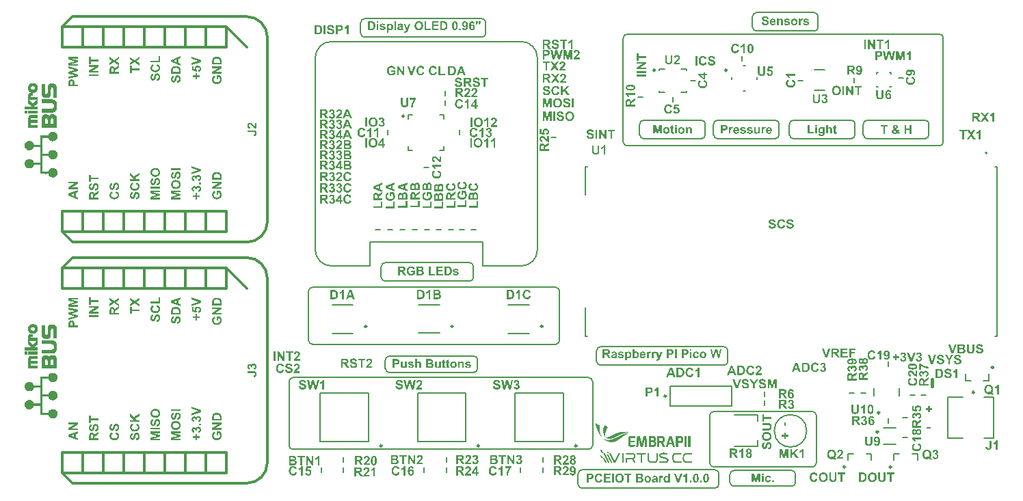
<source format=gbr>
%TF.GenerationSoftware,Altium Limited,Altium Designer,24.9.1 (31)*%
G04 Layer_Color=65535*
%FSLAX45Y45*%
%MOMM*%
%TF.SameCoordinates,E868E159-F76C-425E-9157-6F4710699125*%
%TF.FilePolarity,Positive*%
%TF.FileFunction,Legend,Top*%
%TF.Part,Single*%
G01*
G75*
%TA.AperFunction,NonConductor*%
%ADD70C,0.20000*%
%ADD71C,0.12700*%
%ADD72C,0.25000*%
%ADD73C,0.30480*%
%ADD74C,0.10000*%
%ADD75C,0.01109*%
%ADD76C,0.30000*%
%ADD77C,0.40000*%
G36*
X2591398Y-4554692D02*
X2593037D01*
Y-4555512D01*
X2594677D01*
Y-4556332D01*
X2595496D01*
Y-4557151D01*
X2597136D01*
Y-4557971D01*
X2598776D01*
Y-4558791D01*
X2599595D01*
Y-4559611D01*
X2601235D01*
Y-4560431D01*
X2602874D01*
Y-4561250D01*
X2603694D01*
Y-4562070D01*
X2605333D01*
Y-4562890D01*
X2606973D01*
Y-4563709D01*
X2607793D01*
Y-4564529D01*
X2609432D01*
Y-4565349D01*
X2611071D01*
Y-4566168D01*
X2611891D01*
Y-4566988D01*
X2613531D01*
Y-4567808D01*
X2615170D01*
Y-4568628D01*
X2615990D01*
Y-4569448D01*
X2617629D01*
Y-4570267D01*
X2619269D01*
Y-4571087D01*
X2620088D01*
Y-4571907D01*
X2621728D01*
Y-4572726D01*
X2623368D01*
Y-4573546D01*
X2624187D01*
Y-4574366D01*
X2625827D01*
Y-4575185D01*
X2627466D01*
Y-4576005D01*
X2628286D01*
Y-4576825D01*
X2629105D01*
Y-4578465D01*
X2628286D01*
Y-4579284D01*
X2627466D01*
Y-4580104D01*
X2626646D01*
Y-4581743D01*
X2625827D01*
Y-4582563D01*
X2625007D01*
Y-4584203D01*
X2624187D01*
Y-4585022D01*
X2623368D01*
Y-4586662D01*
X2622548D01*
Y-4587482D01*
X2621728D01*
Y-4589121D01*
X2620908D01*
Y-4590760D01*
X2620088D01*
Y-4592400D01*
X2619269D01*
Y-4593220D01*
X2618449D01*
Y-4594859D01*
X2617629D01*
Y-4596499D01*
X2616810D01*
Y-4598138D01*
X2615990D01*
Y-4599777D01*
X2615170D01*
Y-4601417D01*
X2614350D01*
Y-4603876D01*
X2613531D01*
Y-4605516D01*
X2612711D01*
Y-4607155D01*
X2611891D01*
Y-4608794D01*
X2611071D01*
Y-4611254D01*
X2610252D01*
Y-4612893D01*
X2609432D01*
Y-4615352D01*
X2608612D01*
Y-4616992D01*
X2607793D01*
Y-4619451D01*
X2606973D01*
Y-4621910D01*
X2606153D01*
Y-4624369D01*
X2605333D01*
Y-4626829D01*
X2604513D01*
Y-4629288D01*
X2603694D01*
Y-4631747D01*
X2602874D01*
Y-4634206D01*
X2602054D01*
Y-4637485D01*
X2601235D01*
Y-4639944D01*
X2600415D01*
Y-4643223D01*
X2599595D01*
Y-4646502D01*
X2598776D01*
Y-4649781D01*
X2597956D01*
Y-4653880D01*
X2597136D01*
Y-4657978D01*
X2596316D01*
Y-4663717D01*
X2595496D01*
Y-4670275D01*
X2594677D01*
Y-4687489D01*
X2595496D01*
Y-4692407D01*
X2596316D01*
Y-4694867D01*
X2597136D01*
Y-4697325D01*
X2597956D01*
Y-4698965D01*
X2598776D01*
Y-4699785D01*
X2599595D01*
Y-4701424D01*
X2600415D01*
Y-4702244D01*
X2601235D01*
Y-4703064D01*
X2602874D01*
Y-4703883D01*
X2603694D01*
Y-4704703D01*
X2606153D01*
Y-4705523D01*
X2615990D01*
Y-4704703D01*
X2619269D01*
Y-4703883D01*
X2622548D01*
Y-4703064D01*
X2625007D01*
Y-4702244D01*
X2627466D01*
Y-4701424D01*
X2629925D01*
Y-4700605D01*
X2632385D01*
Y-4699785D01*
X2634024D01*
Y-4698965D01*
X2636483D01*
Y-4698145D01*
X2638122D01*
Y-4697325D01*
X2640582D01*
Y-4696506D01*
X2642221D01*
Y-4695686D01*
X2643861D01*
Y-4694867D01*
X2645500D01*
Y-4694047D01*
X2647959D01*
Y-4693227D01*
X2649599D01*
Y-4692407D01*
X2651238D01*
Y-4691588D01*
X2652878D01*
Y-4690768D01*
X2654517D01*
Y-4689948D01*
X2656157D01*
Y-4689128D01*
X2658616D01*
Y-4688308D01*
X2660255D01*
Y-4687489D01*
X2661895D01*
Y-4686669D01*
X2663534D01*
Y-4685849D01*
X2665174D01*
Y-4685030D01*
X2666813D01*
Y-4684210D01*
X2668453D01*
Y-4683390D01*
X2670092D01*
Y-4682571D01*
X2671732D01*
Y-4681751D01*
X2673371D01*
Y-4680931D01*
X2675010D01*
Y-4680111D01*
X2677470D01*
Y-4679292D01*
X2679109D01*
Y-4678472D01*
X2680749D01*
Y-4677652D01*
X2682388D01*
Y-4676832D01*
X2684027D01*
Y-4676012D01*
X2685667D01*
Y-4675193D01*
X2687307D01*
Y-4674373D01*
X2688946D01*
Y-4673553D01*
X2690585D01*
Y-4672734D01*
X2692225D01*
Y-4671914D01*
X2694684D01*
Y-4671094D01*
X2696324D01*
Y-4670275D01*
X2697963D01*
Y-4669455D01*
X2699602D01*
Y-4668635D01*
X2701242D01*
Y-4667815D01*
X2702881D01*
Y-4666995D01*
X2705341D01*
Y-4666176D01*
X2706980D01*
Y-4665356D01*
X2708619D01*
Y-4664536D01*
X2710259D01*
Y-4663717D01*
X2712718D01*
Y-4662897D01*
X2714358D01*
Y-4662077D01*
X2715997D01*
Y-4661258D01*
X2717636D01*
Y-4660438D01*
X2720096D01*
Y-4659618D01*
X2721735D01*
Y-4658798D01*
X2724194D01*
Y-4657978D01*
X2725834D01*
Y-4657159D01*
X2727473D01*
Y-4656339D01*
X2729933D01*
Y-4655519D01*
X2731572D01*
Y-4654700D01*
X2734031D01*
Y-4653880D01*
X2736490D01*
Y-4653060D01*
X2738130D01*
Y-4652240D01*
X2740589D01*
Y-4651421D01*
X2743048D01*
Y-4650601D01*
X2744688D01*
Y-4649781D01*
X2747147D01*
Y-4648961D01*
X2749606D01*
Y-4648142D01*
X2752065D01*
Y-4647322D01*
X2754525D01*
Y-4646502D01*
X2756984D01*
Y-4645683D01*
X2759443D01*
Y-4644863D01*
X2761902D01*
Y-4644043D01*
X2764361D01*
Y-4643223D01*
X2767640D01*
Y-4642403D01*
X2770099D01*
Y-4641584D01*
X2773378D01*
Y-4640764D01*
X2776657D01*
Y-4639944D01*
X2779936D01*
Y-4639125D01*
X2783215D01*
Y-4638305D01*
X2787314D01*
Y-4637485D01*
X2790593D01*
Y-4636666D01*
X2795511D01*
Y-4635846D01*
X2799610D01*
Y-4635026D01*
X2805348D01*
Y-4634206D01*
X2811906D01*
Y-4633386D01*
X2822562D01*
Y-4632567D01*
X2841416D01*
Y-4633386D01*
X2851253D01*
Y-4634206D01*
X2857811D01*
Y-4635026D01*
X2861909D01*
Y-4635846D01*
X2866008D01*
Y-4636666D01*
X2870107D01*
Y-4637485D01*
X2873385D01*
Y-4638305D01*
X2875845D01*
Y-4639125D01*
X2878304D01*
Y-4639944D01*
X2880763D01*
Y-4640764D01*
X2883222D01*
Y-4641584D01*
X2885682D01*
Y-4642403D01*
X2888141D01*
Y-4643223D01*
X2889780D01*
Y-4644043D01*
X2892240D01*
Y-4644863D01*
X2893879D01*
Y-4645683D01*
X2895518D01*
Y-4646502D01*
X2897158D01*
Y-4647322D01*
X2898797D01*
Y-4648142D01*
X2900437D01*
Y-4648961D01*
X2902076D01*
Y-4649781D01*
X2903716D01*
Y-4650601D01*
X2905355D01*
Y-4651421D01*
X2906994D01*
Y-4652240D01*
X2907814D01*
Y-4653060D01*
X2906175D01*
Y-4652240D01*
X2904535D01*
Y-4651421D01*
X2902076D01*
Y-4650601D01*
X2900437D01*
Y-4649781D01*
X2897977D01*
Y-4648961D01*
X2895518D01*
Y-4648142D01*
X2893059D01*
Y-4647322D01*
X2889780D01*
Y-4646502D01*
X2885682D01*
Y-4645683D01*
X2880763D01*
Y-4644863D01*
X2861090D01*
Y-4645683D01*
X2854532D01*
Y-4646502D01*
X2849613D01*
Y-4647322D01*
X2845515D01*
Y-4648142D01*
X2842236D01*
Y-4648961D01*
X2838957D01*
Y-4649781D01*
X2835678D01*
Y-4650601D01*
X2832399D01*
Y-4651421D01*
X2829940D01*
Y-4652240D01*
X2827481D01*
Y-4653060D01*
X2825022D01*
Y-4653880D01*
X2822562D01*
Y-4654700D01*
X2820103D01*
Y-4655519D01*
X2817644D01*
Y-4656339D01*
X2816004D01*
Y-4657159D01*
X2813545D01*
Y-4657978D01*
X2811086D01*
Y-4658798D01*
X2809447D01*
Y-4659618D01*
X2806987D01*
Y-4660438D01*
X2805348D01*
Y-4661258D01*
X2802889D01*
Y-4662077D01*
X2801249D01*
Y-4662897D01*
X2799610D01*
Y-4663717D01*
X2797150D01*
Y-4664536D01*
X2795511D01*
Y-4665356D01*
X2793872D01*
Y-4666176D01*
X2792232D01*
Y-4666995D01*
X2789773D01*
Y-4667815D01*
X2788134D01*
Y-4668635D01*
X2786494D01*
Y-4669455D01*
X2784854D01*
Y-4670275D01*
X2783215D01*
Y-4671094D01*
X2780756D01*
Y-4671914D01*
X2779117D01*
Y-4672734D01*
X2777477D01*
Y-4673553D01*
X2775837D01*
Y-4674373D01*
X2774198D01*
Y-4675193D01*
X2772559D01*
Y-4676012D01*
X2770919D01*
Y-4676832D01*
X2769280D01*
Y-4677652D01*
X2767640D01*
Y-4678472D01*
X2766001D01*
Y-4679292D01*
X2764361D01*
Y-4680111D01*
X2762722D01*
Y-4680931D01*
X2761082D01*
Y-4681751D01*
X2759443D01*
Y-4682571D01*
X2757803D01*
Y-4683390D01*
X2756164D01*
Y-4684210D01*
X2754525D01*
Y-4685030D01*
X2752885D01*
Y-4685849D01*
X2751245D01*
Y-4686669D01*
X2749606D01*
Y-4687489D01*
X2747967D01*
Y-4688308D01*
X2745508D01*
Y-4689128D01*
X2743868D01*
Y-4689948D01*
X2742228D01*
Y-4690768D01*
X2740589D01*
Y-4691588D01*
X2738950D01*
Y-4692407D01*
X2737310D01*
Y-4693227D01*
X2735671D01*
Y-4694047D01*
X2734031D01*
Y-4694867D01*
X2732392D01*
Y-4695686D01*
X2730752D01*
Y-4696506D01*
X2729113D01*
Y-4697325D01*
X2727473D01*
Y-4698145D01*
X2725834D01*
Y-4698965D01*
X2724194D01*
Y-4699785D01*
X2722555D01*
Y-4700605D01*
X2720916D01*
Y-4701424D01*
X2718456D01*
Y-4702244D01*
X2716817D01*
Y-4703064D01*
X2715177D01*
Y-4703883D01*
X2713538D01*
Y-4704703D01*
X2711899D01*
Y-4705523D01*
X2710259D01*
Y-4706343D01*
X2707800D01*
Y-4707162D01*
X2706160D01*
Y-4707982D01*
X2704521D01*
Y-4708802D01*
X2702062D01*
Y-4709622D01*
X2700422D01*
Y-4710441D01*
X2698783D01*
Y-4711261D01*
X2696324D01*
Y-4712081D01*
X2694684D01*
Y-4712900D01*
X2692225D01*
Y-4713720D01*
X2690585D01*
Y-4714540D01*
X2688126D01*
Y-4715360D01*
X2685667D01*
Y-4716180D01*
X2683208D01*
Y-4716999D01*
X2681568D01*
Y-4717819D01*
X2679109D01*
Y-4718639D01*
X2676650D01*
Y-4719458D01*
X2673371D01*
Y-4720278D01*
X2670912D01*
Y-4721098D01*
X2667633D01*
Y-4721917D01*
X2665174D01*
Y-4722737D01*
X2661075D01*
Y-4723557D01*
X2657796D01*
Y-4724377D01*
X2652878D01*
Y-4725197D01*
X2637303D01*
Y-4724377D01*
X2633204D01*
Y-4723557D01*
X2629925D01*
Y-4722737D01*
X2627466D01*
Y-4721917D01*
X2625007D01*
Y-4721098D01*
X2623368D01*
Y-4720278D01*
X2621728D01*
Y-4719458D01*
X2620088D01*
Y-4718639D01*
X2618449D01*
Y-4717819D01*
X2616810D01*
Y-4716999D01*
X2615170D01*
Y-4716180D01*
X2614350D01*
Y-4715360D01*
X2612711D01*
Y-4714540D01*
X2611891D01*
Y-4713720D01*
X2611071D01*
Y-4712900D01*
X2609432D01*
Y-4712081D01*
X2608612D01*
Y-4711261D01*
X2607793D01*
Y-4710441D01*
X2606153D01*
Y-4709622D01*
X2605333D01*
Y-4708802D01*
X2604513D01*
Y-4707982D01*
X2603694D01*
Y-4707162D01*
X2602874D01*
Y-4706343D01*
X2602054D01*
Y-4705523D01*
X2601235D01*
Y-4704703D01*
X2600415D01*
Y-4703883D01*
X2599595D01*
Y-4703064D01*
X2598776D01*
Y-4702244D01*
X2597956D01*
Y-4701424D01*
X2597136D01*
Y-4700605D01*
X2596316D01*
Y-4698965D01*
X2595496D01*
Y-4698145D01*
X2594677D01*
Y-4697325D01*
X2593857D01*
Y-4696506D01*
X2593037D01*
Y-4694867D01*
X2592218D01*
Y-4694047D01*
X2591398D01*
Y-4693227D01*
X2590578D01*
Y-4691588D01*
X2589759D01*
Y-4690768D01*
X2588939D01*
Y-4689128D01*
X2588119D01*
Y-4688308D01*
X2587299D01*
Y-4686669D01*
X2586479D01*
Y-4685030D01*
X2585660D01*
Y-4683390D01*
X2584840D01*
Y-4682571D01*
X2584020D01*
Y-4680931D01*
X2583201D01*
Y-4679292D01*
X2582381D01*
Y-4677652D01*
X2581561D01*
Y-4676012D01*
X2580741D01*
Y-4673553D01*
X2579922D01*
Y-4671914D01*
X2579102D01*
Y-4669455D01*
X2578282D01*
Y-4667815D01*
X2577462D01*
Y-4665356D01*
X2576643D01*
Y-4662897D01*
X2575823D01*
Y-4660438D01*
X2575003D01*
Y-4657159D01*
X2574184D01*
Y-4653880D01*
X2573364D01*
Y-4650601D01*
X2572544D01*
Y-4646502D01*
X2571724D01*
Y-4641584D01*
X2570904D01*
Y-4633386D01*
X2570085D01*
Y-4615352D01*
X2570904D01*
Y-4607155D01*
X2571724D01*
Y-4601417D01*
X2572544D01*
Y-4597318D01*
X2573364D01*
Y-4593220D01*
X2574184D01*
Y-4589941D01*
X2575003D01*
Y-4587482D01*
X2575823D01*
Y-4584203D01*
X2576643D01*
Y-4581743D01*
X2577462D01*
Y-4579284D01*
X2578282D01*
Y-4577645D01*
X2579102D01*
Y-4575185D01*
X2579922D01*
Y-4573546D01*
X2580741D01*
Y-4571087D01*
X2581561D01*
Y-4569448D01*
X2582381D01*
Y-4567808D01*
X2583201D01*
Y-4566168D01*
X2584020D01*
Y-4563709D01*
X2584840D01*
Y-4562070D01*
X2585660D01*
Y-4561250D01*
X2586479D01*
Y-4559611D01*
X2587299D01*
Y-4557971D01*
X2588119D01*
Y-4556332D01*
X2588939D01*
Y-4554692D01*
X2589759D01*
Y-4553873D01*
X2591398D01*
Y-4554692D01*
D02*
G37*
G36*
X2476636Y-4527641D02*
X2478275D01*
Y-4528461D01*
X2479095D01*
Y-4529281D01*
X2480734D01*
Y-4530100D01*
X2482373D01*
Y-4530920D01*
X2483193D01*
Y-4531740D01*
X2484833D01*
Y-4532560D01*
X2486472D01*
Y-4533379D01*
X2488112D01*
Y-4534199D01*
X2488932D01*
Y-4535019D01*
X2490571D01*
Y-4535839D01*
X2492210D01*
Y-4536658D01*
X2493030D01*
Y-4537478D01*
X2494670D01*
Y-4538298D01*
X2496309D01*
Y-4539118D01*
X2497949D01*
Y-4539937D01*
X2498768D01*
Y-4540757D01*
X2500408D01*
Y-4541576D01*
X2502047D01*
Y-4542396D01*
X2502867D01*
Y-4543216D01*
X2504506D01*
Y-4544036D01*
X2506146D01*
Y-4544856D01*
X2506966D01*
Y-4545675D01*
X2508605D01*
Y-4546495D01*
X2510245D01*
Y-4547315D01*
X2511884D01*
Y-4548135D01*
X2512704D01*
Y-4548954D01*
X2514343D01*
Y-4549774D01*
X2515983D01*
Y-4550594D01*
X2516802D01*
Y-4551413D01*
X2518442D01*
Y-4552233D01*
X2520081D01*
Y-4553053D01*
X2521721D01*
Y-4553873D01*
X2522541D01*
Y-4554692D01*
X2524180D01*
Y-4555512D01*
X2525819D01*
Y-4556332D01*
X2526639D01*
Y-4557151D01*
X2525819D01*
Y-4575185D01*
X2525000D01*
Y-4590760D01*
X2525819D01*
Y-4607155D01*
X2526639D01*
Y-4616172D01*
X2527459D01*
Y-4622730D01*
X2528278D01*
Y-4628468D01*
X2529098D01*
Y-4633386D01*
X2529918D01*
Y-4638305D01*
X2530738D01*
Y-4641584D01*
X2531558D01*
Y-4645683D01*
X2532377D01*
Y-4648961D01*
X2533197D01*
Y-4652240D01*
X2534017D01*
Y-4654700D01*
X2534836D01*
Y-4657159D01*
X2535656D01*
Y-4660438D01*
X2536476D01*
Y-4662897D01*
X2537295D01*
Y-4664536D01*
X2538115D01*
Y-4666995D01*
X2538935D01*
Y-4669455D01*
X2539755D01*
Y-4671094D01*
X2540575D01*
Y-4673553D01*
X2541394D01*
Y-4675193D01*
X2542214D01*
Y-4676832D01*
X2543034D01*
Y-4678472D01*
X2543853D01*
Y-4680111D01*
X2544673D01*
Y-4681751D01*
X2545493D01*
Y-4683390D01*
X2546313D01*
Y-4685030D01*
X2547132D01*
Y-4686669D01*
X2547952D01*
Y-4688308D01*
X2548772D01*
Y-4689128D01*
X2549592D01*
Y-4690768D01*
X2550411D01*
Y-4692407D01*
X2551231D01*
Y-4693227D01*
X2552051D01*
Y-4694867D01*
X2552870D01*
Y-4695686D01*
X2553690D01*
Y-4696506D01*
X2554510D01*
Y-4698145D01*
X2555330D01*
Y-4698965D01*
X2556150D01*
Y-4699785D01*
X2556969D01*
Y-4701424D01*
X2557789D01*
Y-4702244D01*
X2558609D01*
Y-4703064D01*
X2559428D01*
Y-4703883D01*
X2560248D01*
Y-4704703D01*
X2561068D01*
Y-4706343D01*
X2561887D01*
Y-4707162D01*
X2562707D01*
Y-4707982D01*
X2563527D01*
Y-4708802D01*
X2564347D01*
Y-4709622D01*
X2565167D01*
Y-4710441D01*
X2565986D01*
Y-4711261D01*
X2566806D01*
Y-4712081D01*
X2567626D01*
Y-4712900D01*
X2569265D01*
Y-4713720D01*
X2570085D01*
Y-4714540D01*
X2570904D01*
Y-4715360D01*
X2571724D01*
Y-4716180D01*
X2572544D01*
Y-4716999D01*
X2574184D01*
Y-4717819D01*
X2575003D01*
Y-4718639D01*
X2576643D01*
Y-4719458D01*
X2577462D01*
Y-4720278D01*
X2578282D01*
Y-4721098D01*
X2579922D01*
Y-4721917D01*
X2581561D01*
Y-4722737D01*
X2582381D01*
Y-4723557D01*
X2584020D01*
Y-4724377D01*
X2585660D01*
Y-4725197D01*
X2587299D01*
Y-4726016D01*
X2588939D01*
Y-4726836D01*
X2590578D01*
Y-4727656D01*
X2593037D01*
Y-4728475D01*
X2594677D01*
Y-4729295D01*
X2597136D01*
Y-4730115D01*
X2599595D01*
Y-4730934D01*
X2602054D01*
Y-4731754D01*
X2604513D01*
Y-4732574D01*
X2607793D01*
Y-4733394D01*
X2611891D01*
Y-4734214D01*
X2616810D01*
Y-4735033D01*
X2625827D01*
Y-4735853D01*
X2641402D01*
Y-4735033D01*
X2651238D01*
Y-4734214D01*
X2656977D01*
Y-4733394D01*
X2661895D01*
Y-4732574D01*
X2665993D01*
Y-4731754D01*
X2669272D01*
Y-4730934D01*
X2672551D01*
Y-4730115D01*
X2675010D01*
Y-4729295D01*
X2677470D01*
Y-4728475D01*
X2679929D01*
Y-4727656D01*
X2682388D01*
Y-4726836D01*
X2684847D01*
Y-4726016D01*
X2686487D01*
Y-4725197D01*
X2688946D01*
Y-4724377D01*
X2691405D01*
Y-4723557D01*
X2693044D01*
Y-4722737D01*
X2695504D01*
Y-4721917D01*
X2697143D01*
Y-4721098D01*
X2698783D01*
Y-4720278D01*
X2701242D01*
Y-4719458D01*
X2702881D01*
Y-4718639D01*
X2705341D01*
Y-4717819D01*
X2706980D01*
Y-4716999D01*
X2708619D01*
Y-4716180D01*
X2711079D01*
Y-4715360D01*
X2712718D01*
Y-4714540D01*
X2714358D01*
Y-4713720D01*
X2716817D01*
Y-4712900D01*
X2718456D01*
Y-4712081D01*
X2720096D01*
Y-4711261D01*
X2721735D01*
Y-4710441D01*
X2723375D01*
Y-4709622D01*
X2725834D01*
Y-4708802D01*
X2727473D01*
Y-4707982D01*
X2729113D01*
Y-4707162D01*
X2730752D01*
Y-4706343D01*
X2732392D01*
Y-4705523D01*
X2734851D01*
Y-4704703D01*
X2736490D01*
Y-4703883D01*
X2738130D01*
Y-4703064D01*
X2739769D01*
Y-4702244D01*
X2741409D01*
Y-4701424D01*
X2743048D01*
Y-4700605D01*
X2745508D01*
Y-4699785D01*
X2747147D01*
Y-4698965D01*
X2748786D01*
Y-4698145D01*
X2750426D01*
Y-4697325D01*
X2752065D01*
Y-4696506D01*
X2753705D01*
Y-4695686D01*
X2755344D01*
Y-4694867D01*
X2756984D01*
Y-4694047D01*
X2758623D01*
Y-4693227D01*
X2761082D01*
Y-4692407D01*
X2762722D01*
Y-4691588D01*
X2764361D01*
Y-4690768D01*
X2766001D01*
Y-4689948D01*
X2767640D01*
Y-4689128D01*
X2769280D01*
Y-4688308D01*
X2770919D01*
Y-4687489D01*
X2772559D01*
Y-4686669D01*
X2774198D01*
Y-4685849D01*
X2775837D01*
Y-4685030D01*
X2777477D01*
Y-4684210D01*
X2779117D01*
Y-4683390D01*
X2780756D01*
Y-4682571D01*
X2782395D01*
Y-4681751D01*
X2784035D01*
Y-4680931D01*
X2785674D01*
Y-4680111D01*
X2787314D01*
Y-4679292D01*
X2788953D01*
Y-4678472D01*
X2790593D01*
Y-4677652D01*
X2792232D01*
Y-4676832D01*
X2793872D01*
Y-4676012D01*
X2795511D01*
Y-4675193D01*
X2797150D01*
Y-4674373D01*
X2798790D01*
Y-4673553D01*
X2800430D01*
Y-4672734D01*
X2802069D01*
Y-4671914D01*
X2803709D01*
Y-4671094D01*
X2805348D01*
Y-4670275D01*
X2806987D01*
Y-4669455D01*
X2808627D01*
Y-4668635D01*
X2810266D01*
Y-4667815D01*
X2811906D01*
Y-4666995D01*
X2814365D01*
Y-4666176D01*
X2816004D01*
Y-4665356D01*
X2817644D01*
Y-4664536D01*
X2820103D01*
Y-4663717D01*
X2821742D01*
Y-4662897D01*
X2824202D01*
Y-4662077D01*
X2825841D01*
Y-4661258D01*
X2828300D01*
Y-4660438D01*
X2829940D01*
Y-4659618D01*
X2832399D01*
Y-4658798D01*
X2834858D01*
Y-4657978D01*
X2837317D01*
Y-4657159D01*
X2839776D01*
Y-4656339D01*
X2843056D01*
Y-4655519D01*
X2845515D01*
Y-4654700D01*
X2848794D01*
Y-4653880D01*
X2852073D01*
Y-4653060D01*
X2855351D01*
Y-4652240D01*
X2860270D01*
Y-4651421D01*
X2865188D01*
Y-4650601D01*
X2871746D01*
Y-4649781D01*
X2888960D01*
Y-4650601D01*
X2894699D01*
Y-4651421D01*
X2898797D01*
Y-4652240D01*
X2902076D01*
Y-4653060D01*
X2904535D01*
Y-4653880D01*
X2906175D01*
Y-4654700D01*
X2907814D01*
Y-4655519D01*
X2909454D01*
Y-4656339D01*
X2911093D01*
Y-4657159D01*
X2911913D01*
Y-4657978D01*
X2912733D01*
Y-4658798D01*
X2911093D01*
Y-4657978D01*
X2909454D01*
Y-4657159D01*
X2907814D01*
Y-4656339D01*
X2905355D01*
Y-4655519D01*
X2901257D01*
Y-4654700D01*
X2888960D01*
Y-4655519D01*
X2884862D01*
Y-4656339D01*
X2881583D01*
Y-4657159D01*
X2878304D01*
Y-4657978D01*
X2875845D01*
Y-4658798D01*
X2874205D01*
Y-4659618D01*
X2871746D01*
Y-4660438D01*
X2870107D01*
Y-4661258D01*
X2867648D01*
Y-4662077D01*
X2866008D01*
Y-4662897D01*
X2864368D01*
Y-4663717D01*
X2862729D01*
Y-4664536D01*
X2861090D01*
Y-4665356D01*
X2859450D01*
Y-4666176D01*
X2857811D01*
Y-4666995D01*
X2856991D01*
Y-4667815D01*
X2855351D01*
Y-4668635D01*
X2853712D01*
Y-4669455D01*
X2852073D01*
Y-4670275D01*
X2851253D01*
Y-4671094D01*
X2849613D01*
Y-4671914D01*
X2847974D01*
Y-4672734D01*
X2847154D01*
Y-4673553D01*
X2845515D01*
Y-4674373D01*
X2843875D01*
Y-4675193D01*
X2843056D01*
Y-4676012D01*
X2841416D01*
Y-4676832D01*
X2840596D01*
Y-4677652D01*
X2838957D01*
Y-4678472D01*
X2838137D01*
Y-4679292D01*
X2836498D01*
Y-4680111D01*
X2835678D01*
Y-4680931D01*
X2834039D01*
Y-4681751D01*
X2833219D01*
Y-4682571D01*
X2831579D01*
Y-4683390D01*
X2830759D01*
Y-4684210D01*
X2829120D01*
Y-4685030D01*
X2828300D01*
Y-4685849D01*
X2827481D01*
Y-4686669D01*
X2825841D01*
Y-4687489D01*
X2825022D01*
Y-4688308D01*
X2823382D01*
Y-4689128D01*
X2822562D01*
Y-4689948D01*
X2821742D01*
Y-4690768D01*
X2820103D01*
Y-4691588D01*
X2819283D01*
Y-4692407D01*
X2817644D01*
Y-4693227D01*
X2816824D01*
Y-4694047D01*
X2816004D01*
Y-4694867D01*
X2814365D01*
Y-4695686D01*
X2813545D01*
Y-4696506D01*
X2811906D01*
Y-4697325D01*
X2811086D01*
Y-4698145D01*
X2810266D01*
Y-4698965D01*
X2808627D01*
Y-4699785D01*
X2807807D01*
Y-4700605D01*
X2806987D01*
Y-4701424D01*
X2805348D01*
Y-4702244D01*
X2804528D01*
Y-4703064D01*
X2803709D01*
Y-4703883D01*
X2802069D01*
Y-4704703D01*
X2801249D01*
Y-4705523D01*
X2799610D01*
Y-4706343D01*
X2798790D01*
Y-4707162D01*
X2797970D01*
Y-4707982D01*
X2796331D01*
Y-4708802D01*
X2795511D01*
Y-4709622D01*
X2794691D01*
Y-4710441D01*
X2793052D01*
Y-4711261D01*
X2792232D01*
Y-4712081D01*
X2790593D01*
Y-4712900D01*
X2789773D01*
Y-4713720D01*
X2788953D01*
Y-4714540D01*
X2787314D01*
Y-4715360D01*
X2786494D01*
Y-4716180D01*
X2784854D01*
Y-4716999D01*
X2784035D01*
Y-4717819D01*
X2783215D01*
Y-4718639D01*
X2781576D01*
Y-4719458D01*
X2780756D01*
Y-4720278D01*
X2779117D01*
Y-4721098D01*
X2778297D01*
Y-4721917D01*
X2777477D01*
Y-4722737D01*
X2775837D01*
Y-4723557D01*
X2775018D01*
Y-4724377D01*
X2773378D01*
Y-4725197D01*
X2772559D01*
Y-4726016D01*
X2770919D01*
Y-4726836D01*
X2770099D01*
Y-4727656D01*
X2768460D01*
Y-4728475D01*
X2767640D01*
Y-4729295D01*
X2766001D01*
Y-4730115D01*
X2765181D01*
Y-4730934D01*
X2763542D01*
Y-4731754D01*
X2762722D01*
Y-4732574D01*
X2761082D01*
Y-4733394D01*
X2760262D01*
Y-4734214D01*
X2758623D01*
Y-4735033D01*
X2756984D01*
Y-4735853D01*
X2756164D01*
Y-4736673D01*
X2754525D01*
Y-4737492D01*
X2753705D01*
Y-4738312D01*
X2752065D01*
Y-4739132D01*
X2750426D01*
Y-4739952D01*
X2749606D01*
Y-4740771D01*
X2747967D01*
Y-4741591D01*
X2746327D01*
Y-4742411D01*
X2744688D01*
Y-4743231D01*
X2743868D01*
Y-4744050D01*
X2742228D01*
Y-4744870D01*
X2740589D01*
Y-4745690D01*
X2738950D01*
Y-4746509D01*
X2737310D01*
Y-4747329D01*
X2735671D01*
Y-4748149D01*
X2734031D01*
Y-4748969D01*
X2732392D01*
Y-4749789D01*
X2730752D01*
Y-4750608D01*
X2729113D01*
Y-4751428D01*
X2726653D01*
Y-4752248D01*
X2725014D01*
Y-4753067D01*
X2722555D01*
Y-4753887D01*
X2720916D01*
Y-4754707D01*
X2718456D01*
Y-4755526D01*
X2715997D01*
Y-4756346D01*
X2713538D01*
Y-4757166D01*
X2711079D01*
Y-4757986D01*
X2707800D01*
Y-4758806D01*
X2704521D01*
Y-4759625D01*
X2699602D01*
Y-4760445D01*
X2693864D01*
Y-4761265D01*
X2685667D01*
Y-4762084D01*
X2665174D01*
Y-4761265D01*
X2656977D01*
Y-4760445D01*
X2652058D01*
Y-4759625D01*
X2647140D01*
Y-4758806D01*
X2643861D01*
Y-4757986D01*
X2640582D01*
Y-4757166D01*
X2637303D01*
Y-4756346D01*
X2634844D01*
Y-4755526D01*
X2632385D01*
Y-4754707D01*
X2629925D01*
Y-4753887D01*
X2627466D01*
Y-4753067D01*
X2625007D01*
Y-4752248D01*
X2623368D01*
Y-4751428D01*
X2620908D01*
Y-4750608D01*
X2619269D01*
Y-4749789D01*
X2617629D01*
Y-4748969D01*
X2615990D01*
Y-4748149D01*
X2614350D01*
Y-4747329D01*
X2612711D01*
Y-4746509D01*
X2611071D01*
Y-4745690D01*
X2609432D01*
Y-4744870D01*
X2607793D01*
Y-4744050D01*
X2606153D01*
Y-4743231D01*
X2604513D01*
Y-4742411D01*
X2603694D01*
Y-4741591D01*
X2602054D01*
Y-4740771D01*
X2600415D01*
Y-4739952D01*
X2599595D01*
Y-4739132D01*
X2597956D01*
Y-4738312D01*
X2597136D01*
Y-4737492D01*
X2595496D01*
Y-4736673D01*
X2594677D01*
Y-4735853D01*
X2593037D01*
Y-4735033D01*
X2592218D01*
Y-4734214D01*
X2590578D01*
Y-4733394D01*
X2589759D01*
Y-4732574D01*
X2588119D01*
Y-4731754D01*
X2587299D01*
Y-4730934D01*
X2586479D01*
Y-4730115D01*
X2584840D01*
Y-4729295D01*
X2584020D01*
Y-4728475D01*
X2583201D01*
Y-4727656D01*
X2581561D01*
Y-4726836D01*
X2580741D01*
Y-4726016D01*
X2579922D01*
Y-4725197D01*
X2579102D01*
Y-4724377D01*
X2578282D01*
Y-4723557D01*
X2576643D01*
Y-4722737D01*
X2575823D01*
Y-4721917D01*
X2575003D01*
Y-4721098D01*
X2574184D01*
Y-4720278D01*
X2573364D01*
Y-4719458D01*
X2571724D01*
Y-4718639D01*
X2570904D01*
Y-4717819D01*
X2570085D01*
Y-4716999D01*
X2569265D01*
Y-4716180D01*
X2568445D01*
Y-4715360D01*
X2567626D01*
Y-4714540D01*
X2566806D01*
Y-4713720D01*
X2565986D01*
Y-4712900D01*
X2565167D01*
Y-4712081D01*
X2564347D01*
Y-4711261D01*
X2563527D01*
Y-4710441D01*
X2562707D01*
Y-4709622D01*
X2561887D01*
Y-4708802D01*
X2561068D01*
Y-4707982D01*
X2560248D01*
Y-4707162D01*
X2559428D01*
Y-4706343D01*
X2558609D01*
Y-4705523D01*
X2557789D01*
Y-4704703D01*
X2556969D01*
Y-4703883D01*
X2556150D01*
Y-4703064D01*
X2555330D01*
Y-4702244D01*
X2554510D01*
Y-4701424D01*
X2553690D01*
Y-4700605D01*
X2552870D01*
Y-4699785D01*
X2552051D01*
Y-4698145D01*
X2551231D01*
Y-4697325D01*
X2550411D01*
Y-4696506D01*
X2549592D01*
Y-4695686D01*
X2548772D01*
Y-4694867D01*
X2547952D01*
Y-4694047D01*
X2547132D01*
Y-4693227D01*
X2546313D01*
Y-4691588D01*
X2545493D01*
Y-4690768D01*
X2544673D01*
Y-4689948D01*
X2543853D01*
Y-4689128D01*
X2543034D01*
Y-4687489D01*
X2542214D01*
Y-4686669D01*
X2541394D01*
Y-4685849D01*
X2540575D01*
Y-4685030D01*
X2539755D01*
Y-4683390D01*
X2538935D01*
Y-4682571D01*
X2538115D01*
Y-4681751D01*
X2537295D01*
Y-4680111D01*
X2536476D01*
Y-4679292D01*
X2535656D01*
Y-4678472D01*
X2534836D01*
Y-4676832D01*
X2534017D01*
Y-4676012D01*
X2533197D01*
Y-4675193D01*
X2532377D01*
Y-4673553D01*
X2531558D01*
Y-4672734D01*
X2530738D01*
Y-4671094D01*
X2529918D01*
Y-4670275D01*
X2529098D01*
Y-4668635D01*
X2528278D01*
Y-4667815D01*
X2527459D01*
Y-4666176D01*
X2526639D01*
Y-4665356D01*
X2525819D01*
Y-4663717D01*
X2525000D01*
Y-4662897D01*
X2524180D01*
Y-4661258D01*
X2523360D01*
Y-4660438D01*
X2522541D01*
Y-4658798D01*
X2521721D01*
Y-4657978D01*
X2520901D01*
Y-4656339D01*
X2520081D01*
Y-4654700D01*
X2519261D01*
Y-4653880D01*
X2518442D01*
Y-4652240D01*
X2517622D01*
Y-4650601D01*
X2516802D01*
Y-4649781D01*
X2515983D01*
Y-4648142D01*
X2515163D01*
Y-4646502D01*
X2514343D01*
Y-4644863D01*
X2513523D01*
Y-4643223D01*
X2512704D01*
Y-4642403D01*
X2511884D01*
Y-4640764D01*
X2511064D01*
Y-4639125D01*
X2510245D01*
Y-4637485D01*
X2509425D01*
Y-4635846D01*
X2508605D01*
Y-4634206D01*
X2507785D01*
Y-4632567D01*
X2506966D01*
Y-4630927D01*
X2506146D01*
Y-4629288D01*
X2505326D01*
Y-4627649D01*
X2504506D01*
Y-4626009D01*
X2503686D01*
Y-4624369D01*
X2502867D01*
Y-4622730D01*
X2502047D01*
Y-4621091D01*
X2501228D01*
Y-4619451D01*
X2500408D01*
Y-4616992D01*
X2499588D01*
Y-4615352D01*
X2498768D01*
Y-4613713D01*
X2497949D01*
Y-4611254D01*
X2497129D01*
Y-4609614D01*
X2496309D01*
Y-4607975D01*
X2495489D01*
Y-4605516D01*
X2494670D01*
Y-4603876D01*
X2493850D01*
Y-4601417D01*
X2493030D01*
Y-4598958D01*
X2492210D01*
Y-4597318D01*
X2491391D01*
Y-4594859D01*
X2490571D01*
Y-4592400D01*
X2489751D01*
Y-4589941D01*
X2488932D01*
Y-4587482D01*
X2488112D01*
Y-4585022D01*
X2487292D01*
Y-4582563D01*
X2486472D01*
Y-4580104D01*
X2485653D01*
Y-4576825D01*
X2484833D01*
Y-4574366D01*
X2484013D01*
Y-4571087D01*
X2483193D01*
Y-4568628D01*
X2482373D01*
Y-4564529D01*
X2481554D01*
Y-4561250D01*
X2480734D01*
Y-4557971D01*
X2479914D01*
Y-4553873D01*
X2479095D01*
Y-4549774D01*
X2478275D01*
Y-4544856D01*
X2477455D01*
Y-4539118D01*
X2476636D01*
Y-4532560D01*
X2475816D01*
Y-4526822D01*
X2476636D01*
Y-4527641D01*
D02*
G37*
G36*
X3103730Y-4689948D02*
X3104550D01*
Y-4698145D01*
X3105370D01*
Y-4707162D01*
X3106189D01*
Y-4716180D01*
X3107009D01*
Y-4725197D01*
X3107829D01*
Y-4734214D01*
X3108648D01*
Y-4742411D01*
X3109468D01*
Y-4751428D01*
X3110288D01*
Y-4760445D01*
X3111108D01*
Y-4769462D01*
X3111927D01*
Y-4777659D01*
X3112747D01*
Y-4786676D01*
X3113567D01*
Y-4795693D01*
X3114387D01*
Y-4804710D01*
X3115206D01*
Y-4812908D01*
X3116026D01*
Y-4820285D01*
X3090614D01*
Y-4812908D01*
X3089795D01*
Y-4804710D01*
X3088975D01*
Y-4796513D01*
X3088155D01*
Y-4788316D01*
X3087335D01*
Y-4780118D01*
X3086516D01*
Y-4771921D01*
X3085696D01*
Y-4762904D01*
X3084876D01*
Y-4754707D01*
X3084057D01*
Y-4746509D01*
X3083237D01*
Y-4738312D01*
X3082417D01*
Y-4737492D01*
X3081598D01*
Y-4740771D01*
X3080778D01*
Y-4744050D01*
X3079958D01*
Y-4747329D01*
X3079138D01*
Y-4751428D01*
X3078318D01*
Y-4754707D01*
X3077499D01*
Y-4757986D01*
X3076679D01*
Y-4761265D01*
X3075859D01*
Y-4764543D01*
X3075039D01*
Y-4767823D01*
X3074220D01*
Y-4771101D01*
X3073400D01*
Y-4775200D01*
X3072580D01*
Y-4778479D01*
X3071761D01*
Y-4781758D01*
X3070941D01*
Y-4785037D01*
X3070121D01*
Y-4788316D01*
X3069301D01*
Y-4791595D01*
X3068482D01*
Y-4794874D01*
X3067662D01*
Y-4798972D01*
X3066842D01*
Y-4802251D01*
X3066023D01*
Y-4805530D01*
X3065203D01*
Y-4808809D01*
X3064383D01*
Y-4812088D01*
X3063563D01*
Y-4815367D01*
X3062743D01*
Y-4818646D01*
X3061924D01*
Y-4820285D01*
X3033233D01*
Y-4817826D01*
X3032414D01*
Y-4814547D01*
X3031594D01*
Y-4811268D01*
X3030774D01*
Y-4807989D01*
X3029954D01*
Y-4804710D01*
X3029134D01*
Y-4801432D01*
X3028315D01*
Y-4798152D01*
X3027495D01*
Y-4794874D01*
X3026675D01*
Y-4791595D01*
X3025856D01*
Y-4788316D01*
X3025036D01*
Y-4785037D01*
X3024216D01*
Y-4781758D01*
X3023397D01*
Y-4778479D01*
X3022577D01*
Y-4775200D01*
X3021757D01*
Y-4771921D01*
X3020937D01*
Y-4768642D01*
X3020117D01*
Y-4765363D01*
X3019298D01*
Y-4762084D01*
X3018478D01*
Y-4758806D01*
X3017658D01*
Y-4755526D01*
X3016839D01*
Y-4752248D01*
X3016019D01*
Y-4748969D01*
X3015199D01*
Y-4745690D01*
X3014380D01*
Y-4742411D01*
X3013560D01*
Y-4739132D01*
X3012740D01*
Y-4735853D01*
X3011920D01*
Y-4742411D01*
X3011100D01*
Y-4751428D01*
X3010281D01*
Y-4760445D01*
X3009461D01*
Y-4770282D01*
X3008641D01*
Y-4779299D01*
X3007822D01*
Y-4788316D01*
X3007002D01*
Y-4798152D01*
X3006182D01*
Y-4807170D01*
X3005362D01*
Y-4817007D01*
X3004543D01*
Y-4820285D01*
X2979131D01*
Y-4817007D01*
X2979951D01*
Y-4807989D01*
X2980771D01*
Y-4798152D01*
X2981590D01*
Y-4789135D01*
X2982410D01*
Y-4779299D01*
X2983230D01*
Y-4770282D01*
X2984049D01*
Y-4760445D01*
X2984869D01*
Y-4751428D01*
X2985689D01*
Y-4742411D01*
X2986508D01*
Y-4732574D01*
X2987328D01*
Y-4723557D01*
X2988148D01*
Y-4713720D01*
X2988968D01*
Y-4704703D01*
X2989788D01*
Y-4694867D01*
X2990607D01*
Y-4689128D01*
X3025856D01*
Y-4689948D01*
X3026675D01*
Y-4693227D01*
X3027495D01*
Y-4696506D01*
X3028315D01*
Y-4699785D01*
X3029134D01*
Y-4703064D01*
X3029954D01*
Y-4706343D01*
X3030774D01*
Y-4709622D01*
X3031594D01*
Y-4712900D01*
X3032414D01*
Y-4716180D01*
X3033233D01*
Y-4719458D01*
X3034053D01*
Y-4723557D01*
X3034873D01*
Y-4726836D01*
X3035692D01*
Y-4730115D01*
X3036512D01*
Y-4733394D01*
X3037332D01*
Y-4736673D01*
X3038152D01*
Y-4739952D01*
X3038971D01*
Y-4743231D01*
X3039791D01*
Y-4746509D01*
X3040611D01*
Y-4749789D01*
X3041431D01*
Y-4753067D01*
X3042250D01*
Y-4757166D01*
X3043070D01*
Y-4760445D01*
X3043890D01*
Y-4763724D01*
X3044709D01*
Y-4767003D01*
X3045529D01*
Y-4770282D01*
X3046349D01*
Y-4773561D01*
X3047169D01*
Y-4776840D01*
X3047989D01*
Y-4773561D01*
X3048808D01*
Y-4770282D01*
X3049628D01*
Y-4767003D01*
X3050448D01*
Y-4763724D01*
X3051267D01*
Y-4759625D01*
X3052087D01*
Y-4756346D01*
X3052907D01*
Y-4753067D01*
X3053726D01*
Y-4749789D01*
X3054546D01*
Y-4746509D01*
X3055366D01*
Y-4743231D01*
X3056186D01*
Y-4739952D01*
X3057006D01*
Y-4736673D01*
X3057825D01*
Y-4732574D01*
X3058645D01*
Y-4729295D01*
X3059465D01*
Y-4726016D01*
X3060284D01*
Y-4722737D01*
X3061104D01*
Y-4719458D01*
X3061924D01*
Y-4716180D01*
X3062743D01*
Y-4712900D01*
X3063563D01*
Y-4709622D01*
X3064383D01*
Y-4705523D01*
X3065203D01*
Y-4702244D01*
X3066023D01*
Y-4698965D01*
X3066842D01*
Y-4695686D01*
X3067662D01*
Y-4692407D01*
X3068482D01*
Y-4689128D01*
X3103730D01*
Y-4689948D01*
D02*
G37*
G36*
X3649671Y-4820285D02*
X3624259D01*
Y-4819466D01*
X3623440D01*
Y-4689948D01*
X3624259D01*
Y-4689128D01*
X3649671D01*
Y-4820285D01*
D02*
G37*
G36*
X3606226D02*
X3579994D01*
Y-4776020D01*
Y-4775200D01*
Y-4689128D01*
X3606226D01*
Y-4820285D01*
D02*
G37*
G36*
X3534909Y-4689948D02*
X3539827D01*
Y-4690768D01*
X3542287D01*
Y-4691588D01*
X3544746D01*
Y-4692407D01*
X3547205D01*
Y-4693227D01*
X3548025D01*
Y-4694047D01*
X3549664D01*
Y-4694867D01*
X3551304D01*
Y-4695686D01*
X3552123D01*
Y-4696506D01*
X3552943D01*
Y-4697325D01*
X3553763D01*
Y-4698145D01*
X3554583D01*
Y-4698965D01*
X3555402D01*
Y-4699785D01*
X3556222D01*
Y-4700605D01*
X3557042D01*
Y-4702244D01*
X3557861D01*
Y-4703064D01*
X3558681D01*
Y-4704703D01*
X3559501D01*
Y-4706343D01*
X3560321D01*
Y-4707982D01*
X3561140D01*
Y-4710441D01*
X3561960D01*
Y-4713720D01*
X3562780D01*
Y-4716999D01*
X3563600D01*
Y-4724377D01*
X3564419D01*
Y-4735853D01*
X3563600D01*
Y-4743231D01*
X3562780D01*
Y-4747329D01*
X3561960D01*
Y-4750608D01*
X3561140D01*
Y-4753067D01*
X3560321D01*
Y-4755526D01*
X3559501D01*
Y-4757166D01*
X3558681D01*
Y-4758806D01*
X3557861D01*
Y-4759625D01*
X3557042D01*
Y-4761265D01*
X3556222D01*
Y-4762084D01*
X3555402D01*
Y-4762904D01*
X3554583D01*
Y-4763724D01*
X3553763D01*
Y-4764543D01*
X3552943D01*
Y-4765363D01*
X3552123D01*
Y-4766183D01*
X3551304D01*
Y-4767003D01*
X3549664D01*
Y-4767823D01*
X3548844D01*
Y-4768642D01*
X3547205D01*
Y-4769462D01*
X3545565D01*
Y-4770282D01*
X3543106D01*
Y-4771101D01*
X3539827D01*
Y-4771921D01*
X3497202D01*
Y-4820285D01*
X3470970D01*
Y-4689128D01*
X3534909D01*
Y-4689948D01*
D02*
G37*
G36*
X3417687D02*
X3418507D01*
Y-4692407D01*
X3419327D01*
Y-4694867D01*
X3420147D01*
Y-4697325D01*
X3420966D01*
Y-4700605D01*
X3421786D01*
Y-4703064D01*
X3422606D01*
Y-4705523D01*
X3423425D01*
Y-4707982D01*
X3424245D01*
Y-4710441D01*
X3425065D01*
Y-4712900D01*
X3425885D01*
Y-4715360D01*
X3426704D01*
Y-4717819D01*
X3427524D01*
Y-4720278D01*
X3428344D01*
Y-4722737D01*
X3429164D01*
Y-4725197D01*
X3429983D01*
Y-4727656D01*
X3430803D01*
Y-4730115D01*
X3431623D01*
Y-4733394D01*
X3432443D01*
Y-4735853D01*
X3433262D01*
Y-4738312D01*
X3434082D01*
Y-4740771D01*
X3434902D01*
Y-4743231D01*
X3435721D01*
Y-4745690D01*
X3436541D01*
Y-4748149D01*
X3437361D01*
Y-4750608D01*
X3438181D01*
Y-4753067D01*
X3439000D01*
Y-4755526D01*
X3439820D01*
Y-4757986D01*
X3440640D01*
Y-4760445D01*
X3441460D01*
Y-4762904D01*
X3442279D01*
Y-4765363D01*
X3443099D01*
Y-4768642D01*
X3443919D01*
Y-4771101D01*
X3444738D01*
Y-4773561D01*
X3445558D01*
Y-4776020D01*
X3446378D01*
Y-4778479D01*
X3447198D01*
Y-4780938D01*
X3448017D01*
Y-4783398D01*
X3448837D01*
Y-4785857D01*
X3449657D01*
Y-4788316D01*
X3450477D01*
Y-4790775D01*
X3451296D01*
Y-4793234D01*
X3452116D01*
Y-4795693D01*
X3452936D01*
Y-4798152D01*
X3453756D01*
Y-4801432D01*
X3454575D01*
Y-4803891D01*
X3455395D01*
Y-4806350D01*
X3456215D01*
Y-4807989D01*
Y-4808809D01*
X3457034D01*
Y-4811268D01*
X3457854D01*
Y-4813727D01*
X3458674D01*
Y-4816187D01*
X3459494D01*
Y-4818646D01*
X3460313D01*
Y-4820285D01*
X3432443D01*
Y-4817007D01*
X3431623D01*
Y-4814547D01*
X3430803D01*
Y-4812088D01*
X3429983D01*
Y-4809629D01*
X3429164D01*
Y-4807170D01*
X3428344D01*
Y-4804710D01*
X3427524D01*
Y-4802251D01*
X3426704D01*
Y-4799792D01*
X3425885D01*
Y-4796513D01*
X3425065D01*
Y-4794054D01*
X3424245D01*
Y-4791595D01*
X3381619D01*
Y-4792415D01*
X3380799D01*
Y-4794874D01*
X3379980D01*
Y-4797333D01*
X3379160D01*
Y-4799792D01*
X3378340D01*
Y-4803071D01*
X3377520D01*
Y-4805530D01*
X3376701D01*
Y-4807989D01*
X3375881D01*
Y-4810449D01*
X3375061D01*
Y-4812908D01*
X3374242D01*
Y-4815367D01*
X3373422D01*
Y-4817826D01*
X3372602D01*
Y-4820285D01*
X3344731D01*
Y-4818646D01*
X3345551D01*
Y-4816187D01*
X3346370D01*
Y-4813727D01*
X3347190D01*
Y-4811268D01*
X3348010D01*
Y-4808809D01*
X3348830D01*
Y-4806350D01*
X3349650D01*
Y-4803891D01*
X3350470D01*
Y-4801432D01*
X3351289D01*
Y-4798972D01*
X3352109D01*
Y-4796513D01*
X3352928D01*
Y-4794054D01*
X3353748D01*
Y-4791595D01*
X3354568D01*
Y-4789135D01*
X3355387D01*
Y-4786676D01*
X3356207D01*
Y-4784217D01*
X3357027D01*
Y-4782578D01*
X3357847D01*
Y-4780118D01*
X3358667D01*
Y-4777659D01*
X3359487D01*
Y-4775200D01*
X3360306D01*
Y-4772741D01*
X3361126D01*
Y-4770282D01*
X3361946D01*
Y-4767823D01*
X3362765D01*
Y-4765363D01*
X3363585D01*
Y-4762904D01*
X3364405D01*
Y-4760445D01*
X3365224D01*
Y-4757986D01*
X3366044D01*
Y-4755526D01*
X3366864D01*
Y-4753067D01*
X3367684D01*
Y-4750608D01*
X3368503D01*
Y-4748149D01*
X3369323D01*
Y-4745690D01*
X3370143D01*
Y-4743231D01*
X3370963D01*
Y-4740771D01*
X3371782D01*
Y-4738312D01*
X3372602D01*
Y-4735853D01*
X3373422D01*
Y-4733394D01*
X3374242D01*
Y-4730934D01*
X3375061D01*
Y-4728475D01*
X3375881D01*
Y-4726016D01*
X3376701D01*
Y-4723557D01*
X3377520D01*
Y-4721098D01*
X3378340D01*
Y-4718639D01*
X3379160D01*
Y-4716180D01*
X3379980D01*
Y-4713720D01*
X3380799D01*
Y-4712081D01*
X3381619D01*
Y-4709622D01*
X3382439D01*
Y-4707162D01*
X3383259D01*
Y-4704703D01*
X3384078D01*
Y-4702244D01*
X3384898D01*
Y-4699785D01*
X3385718D01*
Y-4697325D01*
X3386538D01*
Y-4694867D01*
X3387357D01*
Y-4692407D01*
X3388177D01*
Y-4689948D01*
X3388997D01*
Y-4689128D01*
X3417687D01*
Y-4689948D01*
D02*
G37*
G36*
X3303745D02*
X3308663D01*
Y-4690768D01*
X3311122D01*
Y-4691588D01*
X3313581D01*
Y-4692407D01*
X3315221D01*
Y-4693227D01*
X3316861D01*
Y-4694047D01*
X3318500D01*
Y-4694867D01*
X3319320D01*
Y-4695686D01*
X3320959D01*
Y-4696506D01*
X3321778D01*
Y-4697325D01*
X3322598D01*
Y-4698145D01*
X3323418D01*
Y-4698965D01*
X3324238D01*
Y-4699785D01*
X3325058D01*
Y-4700605D01*
X3325878D01*
Y-4702244D01*
X3326697D01*
Y-4703064D01*
X3327517D01*
Y-4704703D01*
X3328337D01*
Y-4706343D01*
X3329156D01*
Y-4708802D01*
X3329976D01*
Y-4710441D01*
X3330796D01*
Y-4713720D01*
X3331615D01*
Y-4717819D01*
X3332435D01*
Y-4725197D01*
X3333255D01*
Y-4735853D01*
X3332435D01*
Y-4744050D01*
X3331615D01*
Y-4748149D01*
X3330796D01*
Y-4750608D01*
X3329976D01*
Y-4753067D01*
X3329156D01*
Y-4755526D01*
X3328337D01*
Y-4757166D01*
X3327517D01*
Y-4757986D01*
X3326697D01*
Y-4759625D01*
X3325878D01*
Y-4760445D01*
X3325058D01*
Y-4761265D01*
X3324238D01*
Y-4762904D01*
X3323418D01*
Y-4763724D01*
X3321778D01*
Y-4764543D01*
X3320959D01*
Y-4765363D01*
X3320139D01*
Y-4766183D01*
X3318500D01*
Y-4767003D01*
X3316861D01*
Y-4767823D01*
X3314401D01*
Y-4768642D01*
X3312762D01*
Y-4770282D01*
X3313581D01*
Y-4771921D01*
X3314401D01*
Y-4774380D01*
X3315221D01*
Y-4776020D01*
X3316041D01*
Y-4777659D01*
X3316861D01*
Y-4779299D01*
X3317680D01*
Y-4780938D01*
X3318500D01*
Y-4782578D01*
X3319320D01*
Y-4784217D01*
X3320139D01*
Y-4785857D01*
X3320959D01*
Y-4787496D01*
X3321778D01*
Y-4789135D01*
X3322598D01*
Y-4790775D01*
X3323418D01*
Y-4792415D01*
X3324238D01*
Y-4794054D01*
X3325058D01*
Y-4795693D01*
X3325878D01*
Y-4798152D01*
X3326697D01*
Y-4799792D01*
X3327517D01*
Y-4801432D01*
X3328337D01*
Y-4803071D01*
X3329156D01*
Y-4804710D01*
X3329976D01*
Y-4806350D01*
X3330796D01*
Y-4807989D01*
X3331615D01*
Y-4809629D01*
X3332435D01*
Y-4811268D01*
X3333255D01*
Y-4812908D01*
X3334075D01*
Y-4814547D01*
X3334895D01*
Y-4816187D01*
X3335714D01*
Y-4817826D01*
X3336534D01*
Y-4820285D01*
X3307843D01*
Y-4818646D01*
X3307024D01*
Y-4817007D01*
X3306204D01*
Y-4815367D01*
X3305384D01*
Y-4812908D01*
X3304564D01*
Y-4811268D01*
X3303745D01*
Y-4809629D01*
X3302925D01*
Y-4807989D01*
X3302105D01*
Y-4805530D01*
X3301285D01*
Y-4803891D01*
X3300466D01*
Y-4802251D01*
X3299646D01*
Y-4799792D01*
X3298826D01*
Y-4798152D01*
X3298006D01*
Y-4796513D01*
X3297187D01*
Y-4794874D01*
X3296367D01*
Y-4792415D01*
X3295547D01*
Y-4790775D01*
X3294728D01*
Y-4789135D01*
X3293908D01*
Y-4786676D01*
X3293088D01*
Y-4785037D01*
X3292268D01*
Y-4783398D01*
X3291449D01*
Y-4781758D01*
X3290629D01*
Y-4779299D01*
X3289809D01*
Y-4777659D01*
X3288989D01*
Y-4776020D01*
X3288170D01*
Y-4773561D01*
X3287350D01*
Y-4771921D01*
X3286530D01*
Y-4771101D01*
X3265217D01*
Y-4820285D01*
X3239806D01*
Y-4732574D01*
Y-4731754D01*
Y-4689128D01*
X3303745D01*
Y-4689948D01*
D02*
G37*
G36*
X3194721D02*
X3199639D01*
Y-4690768D01*
X3202918D01*
Y-4691588D01*
X3205377D01*
Y-4692407D01*
X3207016D01*
Y-4693227D01*
X3208656D01*
Y-4694047D01*
X3210295D01*
Y-4694867D01*
X3211935D01*
Y-4695686D01*
X3212755D01*
Y-4696506D01*
X3213574D01*
Y-4697325D01*
X3214394D01*
Y-4698145D01*
X3215214D01*
Y-4698965D01*
X3216033D01*
Y-4699785D01*
X3216853D01*
Y-4700605D01*
X3217673D01*
Y-4701424D01*
X3218493D01*
Y-4702244D01*
X3219312D01*
Y-4703883D01*
X3220132D01*
Y-4704703D01*
X3220952D01*
Y-4706343D01*
X3221771D01*
Y-4708802D01*
X3222591D01*
Y-4710441D01*
X3223411D01*
Y-4713720D01*
X3224231D01*
Y-4718639D01*
X3225050D01*
Y-4730115D01*
X3224231D01*
Y-4734214D01*
X3223411D01*
Y-4737492D01*
X3222591D01*
Y-4739132D01*
X3221771D01*
Y-4740771D01*
X3220952D01*
Y-4742411D01*
X3220132D01*
Y-4744050D01*
X3219312D01*
Y-4744870D01*
X3218493D01*
Y-4746509D01*
X3217673D01*
Y-4747329D01*
X3216853D01*
Y-4748149D01*
X3216033D01*
Y-4748969D01*
X3214394D01*
Y-4749789D01*
X3213574D01*
Y-4750608D01*
X3211935D01*
Y-4751428D01*
X3210295D01*
Y-4752248D01*
X3209475D01*
Y-4753067D01*
X3211935D01*
Y-4753887D01*
X3213574D01*
Y-4754707D01*
X3215214D01*
Y-4755526D01*
X3216033D01*
Y-4756346D01*
X3216853D01*
Y-4757166D01*
X3217673D01*
Y-4757986D01*
X3218493D01*
Y-4758806D01*
X3219312D01*
Y-4759625D01*
X3220132D01*
Y-4760445D01*
X3220952D01*
Y-4761265D01*
X3221771D01*
Y-4762904D01*
X3222591D01*
Y-4764543D01*
X3223411D01*
Y-4765363D01*
X3224231D01*
Y-4767823D01*
X3225050D01*
Y-4770282D01*
X3225870D01*
Y-4773561D01*
X3226690D01*
Y-4780118D01*
X3227510D01*
Y-4783398D01*
X3226690D01*
Y-4792415D01*
X3225870D01*
Y-4796513D01*
X3225050D01*
Y-4798972D01*
X3224231D01*
Y-4801432D01*
X3223411D01*
Y-4803071D01*
X3222591D01*
Y-4804710D01*
X3221771D01*
Y-4806350D01*
X3220952D01*
Y-4807170D01*
X3220132D01*
Y-4807989D01*
X3219312D01*
Y-4809629D01*
X3218493D01*
Y-4810449D01*
X3217673D01*
Y-4811268D01*
X3216853D01*
Y-4812088D01*
X3216033D01*
Y-4812908D01*
X3214394D01*
Y-4813727D01*
X3213574D01*
Y-4814547D01*
X3211935D01*
Y-4815367D01*
X3211115D01*
Y-4816187D01*
X3208656D01*
Y-4817007D01*
X3207016D01*
Y-4817826D01*
X3204557D01*
Y-4818646D01*
X3201278D01*
Y-4819466D01*
X3197180D01*
Y-4820285D01*
X3134060D01*
Y-4689128D01*
X3194721D01*
Y-4689948D01*
D02*
G37*
G36*
X2921750D02*
X2943063D01*
Y-4690768D01*
X2957818D01*
Y-4691588D01*
X2966835D01*
Y-4692407D01*
X2967655D01*
Y-4713720D01*
X2911093D01*
Y-4714540D01*
X2909454D01*
Y-4715360D01*
X2908634D01*
Y-4716180D01*
X2907814D01*
Y-4717819D01*
X2906994D01*
Y-4743231D01*
X2925849D01*
Y-4744050D01*
X2950440D01*
Y-4744870D01*
X2959457D01*
Y-4766183D01*
X2947161D01*
Y-4767003D01*
X2920110D01*
Y-4767823D01*
X2906994D01*
Y-4792415D01*
X2907814D01*
Y-4794054D01*
X2908634D01*
Y-4794874D01*
X2909454D01*
Y-4795693D01*
X2911913D01*
Y-4796513D01*
X2967655D01*
Y-4817826D01*
X2964376D01*
Y-4818646D01*
X2952899D01*
Y-4819466D01*
X2937325D01*
Y-4820285D01*
X2918471D01*
Y-4821105D01*
X2903716D01*
Y-4820285D01*
X2898797D01*
Y-4819466D01*
X2896338D01*
Y-4818646D01*
X2893879D01*
Y-4817826D01*
X2892240D01*
Y-4817007D01*
X2891420D01*
Y-4816187D01*
X2889780D01*
Y-4815367D01*
X2888960D01*
Y-4814547D01*
X2888141D01*
Y-4813727D01*
X2887321D01*
Y-4812908D01*
X2886501D01*
Y-4812088D01*
X2885682D01*
Y-4810449D01*
X2884862D01*
Y-4809629D01*
X2884042D01*
Y-4807989D01*
X2883222D01*
Y-4805530D01*
X2882403D01*
Y-4803071D01*
X2881583D01*
Y-4797333D01*
X2880763D01*
Y-4713720D01*
X2881583D01*
Y-4707982D01*
X2882403D01*
Y-4704703D01*
X2883222D01*
Y-4703064D01*
X2884042D01*
Y-4701424D01*
X2884862D01*
Y-4699785D01*
X2885682D01*
Y-4698965D01*
X2886501D01*
Y-4697325D01*
X2887321D01*
Y-4696506D01*
X2888141D01*
Y-4695686D01*
X2888960D01*
Y-4694867D01*
X2890600D01*
Y-4694047D01*
X2891420D01*
Y-4693227D01*
X2893059D01*
Y-4692407D01*
X2894699D01*
Y-4691588D01*
X2896338D01*
Y-4690768D01*
X2898797D01*
Y-4689948D01*
X2903716D01*
Y-4689128D01*
X2921750D01*
Y-4689948D01*
D02*
G37*
G36*
X2635851Y-4883623D02*
X2636512Y-4884284D01*
X2636700Y-4884661D01*
X2637360Y-4885321D01*
X2637738Y-4885509D01*
X2638209Y-4885792D01*
X2638398Y-4886547D01*
X2638586Y-4888433D01*
X2639058Y-4888905D01*
X2640001Y-4889470D01*
X2640284Y-4890319D01*
X2640095Y-4891074D01*
X2640284Y-4892017D01*
X2640755Y-4892488D01*
X2641793Y-4892959D01*
X2641981Y-4893714D01*
X2642170Y-4895789D01*
X2642453Y-4896072D01*
X2643207Y-4896260D01*
X2645753Y-4896166D01*
X2659239Y-4896260D01*
X2659805Y-4896072D01*
X2661314Y-4896260D01*
X2661597Y-4896543D01*
X2661786Y-4896921D01*
X2662634Y-4897958D01*
X2663577Y-4898524D01*
X2663766Y-4900787D01*
X2664237Y-4901447D01*
X2665275Y-4902107D01*
X2665558Y-4902390D01*
X2665746Y-4904842D01*
X2667255Y-4905785D01*
X2667443Y-4906917D01*
X2667255Y-4907482D01*
X2667443Y-4908237D01*
X2667915Y-4908708D01*
X2668858Y-4909274D01*
X2669141Y-4909557D01*
X2669330Y-4912009D01*
X2669613Y-4912292D01*
X2670839Y-4912953D01*
X2671027Y-4913707D01*
X2670933Y-4914933D01*
X2671216Y-4915593D01*
X2671688Y-4916064D01*
X2672631Y-4916631D01*
X2672819Y-4918894D01*
X2673291Y-4919554D01*
X2674422Y-4920120D01*
X2674611Y-4920874D01*
X2674799Y-4922949D01*
X2676308Y-4923892D01*
X2676497Y-4924646D01*
X2676308Y-4925966D01*
X2676968Y-4926815D01*
X2677912Y-4927381D01*
X2678195Y-4927664D01*
X2678383Y-4930116D01*
X2678666Y-4930399D01*
X2679892Y-4931059D01*
X2680081Y-4931813D01*
X2679986Y-4933039D01*
X2680269Y-4933700D01*
X2680741Y-4934171D01*
X2681684Y-4934737D01*
X2681872Y-4937000D01*
X2682250Y-4937566D01*
X2683476Y-4938226D01*
X2683664Y-4938980D01*
X2683853Y-4941055D01*
X2685362Y-4941998D01*
X2685550Y-4942753D01*
X2685362Y-4943507D01*
X2685550Y-4944450D01*
X2686022Y-4944922D01*
X2686965Y-4945488D01*
X2687248Y-4945771D01*
X2687437Y-4948223D01*
X2687719Y-4948505D01*
X2688945Y-4949166D01*
X2689134Y-4949920D01*
X2689040Y-4951146D01*
X2689323Y-4951806D01*
X2689794Y-4952278D01*
X2690360Y-4952466D01*
X2690831Y-4952938D01*
X2691020Y-4955390D01*
X2691303Y-4955673D01*
X2692529Y-4956333D01*
X2692717Y-4957087D01*
X2692906Y-4958973D01*
X2693378Y-4959445D01*
X2694321Y-4960011D01*
X2694604Y-4960859D01*
X2694415Y-4961614D01*
X2694604Y-4962557D01*
X2695075Y-4963028D01*
X2696018Y-4963594D01*
X2696301Y-4963877D01*
X2696490Y-4966329D01*
X2697999Y-4967272D01*
X2698187Y-4968027D01*
X2698093Y-4969252D01*
X2698376Y-4969913D01*
X2698659Y-4970196D01*
X2699602Y-4970761D01*
X2699885Y-4971044D01*
X2700073Y-4973496D01*
X2700356Y-4973779D01*
X2701582Y-4974439D01*
X2701771Y-4975194D01*
X2701960Y-4977080D01*
X2702431Y-4977551D01*
X2703374Y-4978117D01*
X2703657Y-4978966D01*
X2703468Y-4979721D01*
X2703657Y-4980664D01*
X2704128Y-4981135D01*
X2705166Y-4981606D01*
X2705354Y-4982361D01*
X2705543Y-4984436D01*
X2707052Y-4985379D01*
X2707240Y-4986133D01*
X2707146Y-4987359D01*
X2707429Y-4988019D01*
X2707712Y-4988302D01*
X2708655Y-4988868D01*
X2708938Y-4989151D01*
X2709127Y-4991603D01*
X2709410Y-4991886D01*
X2710730Y-4992640D01*
X2710918Y-4995092D01*
X2711484Y-4995658D01*
X2712805Y-4995846D01*
X2713842Y-4995564D01*
X2714408Y-4994998D01*
X2714596Y-4992546D01*
X2714879Y-4992263D01*
X2715822Y-4991697D01*
X2716294Y-4991225D01*
X2716199Y-4989434D01*
X2716577Y-4988679D01*
X2717897Y-4987925D01*
X2718085Y-4985473D01*
X2718651Y-4984907D01*
X2719595Y-4984341D01*
X2719877Y-4984058D01*
X2720066Y-4981606D01*
X2721575Y-4980664D01*
X2721763Y-4979721D01*
X2721575Y-4979154D01*
X2721763Y-4978212D01*
X2722235Y-4977740D01*
X2723178Y-4977174D01*
X2723461Y-4976891D01*
X2723650Y-4974439D01*
X2723933Y-4974156D01*
X2725159Y-4973496D01*
X2725347Y-4972742D01*
X2725253Y-4971327D01*
X2725724Y-4970667D01*
X2726007Y-4970384D01*
X2726950Y-4969818D01*
X2727139Y-4967366D01*
X2727705Y-4966801D01*
X2728648Y-4966235D01*
X2728931Y-4965952D01*
X2729119Y-4963500D01*
X2730628Y-4962557D01*
X2730817Y-4961614D01*
X2730628Y-4961048D01*
X2730817Y-4960105D01*
X2731288Y-4959633D01*
X2732231Y-4959068D01*
X2732514Y-4958785D01*
X2732703Y-4956333D01*
X2732986Y-4956050D01*
X2734212Y-4955390D01*
X2734400Y-4954635D01*
X2734306Y-4953409D01*
X2734589Y-4952749D01*
X2735061Y-4952278D01*
X2736004Y-4951712D01*
X2736192Y-4949449D01*
X2736569Y-4948883D01*
X2737795Y-4948223D01*
X2737984Y-4947468D01*
X2738173Y-4945393D01*
X2739682Y-4944450D01*
X2739870Y-4943507D01*
X2739682Y-4942941D01*
X2739870Y-4941998D01*
X2740341Y-4941527D01*
X2741285Y-4940961D01*
X2741568Y-4940678D01*
X2741756Y-4938226D01*
X2742039Y-4937943D01*
X2743265Y-4937283D01*
X2743454Y-4936529D01*
X2743360Y-4935114D01*
X2743831Y-4934454D01*
X2744114Y-4934171D01*
X2744680Y-4933983D01*
X2745151Y-4933511D01*
X2745340Y-4931059D01*
X2745623Y-4930776D01*
X2746849Y-4930116D01*
X2747037Y-4929361D01*
X2747226Y-4927476D01*
X2747697Y-4927004D01*
X2748640Y-4926438D01*
X2748923Y-4925401D01*
X2748735Y-4924835D01*
X2748923Y-4923892D01*
X2749395Y-4923420D01*
X2750338Y-4922855D01*
X2750621Y-4922572D01*
X2750810Y-4920120D01*
X2752318Y-4919177D01*
X2752507Y-4918422D01*
X2752413Y-4917196D01*
X2752696Y-4916536D01*
X2752979Y-4916253D01*
X2753922Y-4915687D01*
X2754205Y-4915404D01*
X2754393Y-4912953D01*
X2754676Y-4912670D01*
X2755902Y-4912009D01*
X2756090Y-4911255D01*
Y-4910123D01*
Y-4909935D01*
X2756279Y-4909369D01*
X2756751Y-4908897D01*
X2757694Y-4908331D01*
X2757977Y-4907294D01*
X2757788Y-4906728D01*
X2757977Y-4905785D01*
X2758448Y-4905314D01*
X2759485Y-4904842D01*
X2759674Y-4904088D01*
X2759863Y-4902013D01*
X2761372Y-4901070D01*
X2761560Y-4900315D01*
X2761466Y-4899089D01*
X2761749Y-4898429D01*
X2762032Y-4898147D01*
X2762975Y-4897581D01*
X2763258Y-4897298D01*
X2763824Y-4896354D01*
X2764672Y-4896072D01*
X2768256Y-4896260D01*
X2782119Y-4896166D01*
X2782779Y-4896449D01*
X2783062Y-4896732D01*
X2783439Y-4898052D01*
X2783251Y-4898807D01*
X2783062Y-4899184D01*
X2782590Y-4899655D01*
X2781647Y-4900221D01*
X2781365Y-4901070D01*
X2781176Y-4902956D01*
X2780893Y-4903239D01*
X2779950Y-4903805D01*
X2779667Y-4904088D01*
X2779573Y-4904936D01*
X2779667Y-4906162D01*
X2779195Y-4906823D01*
X2777969Y-4907482D01*
X2777781Y-4908237D01*
X2777592Y-4910123D01*
X2777121Y-4910595D01*
X2776178Y-4911160D01*
X2775895Y-4912009D01*
X2776083Y-4913141D01*
X2775517Y-4914084D01*
X2774386Y-4914650D01*
X2774197Y-4915404D01*
X2774009Y-4917479D01*
X2772500Y-4918422D01*
X2772311Y-4919177D01*
X2772122Y-4921063D01*
X2771840Y-4921346D01*
X2770896Y-4921911D01*
X2770613Y-4922194D01*
X2770519Y-4923043D01*
X2770613Y-4924269D01*
X2770142Y-4924929D01*
X2768916Y-4925589D01*
X2768728Y-4926344D01*
X2768539Y-4928230D01*
X2768067Y-4928701D01*
X2767124Y-4929267D01*
X2766841Y-4930116D01*
X2767030Y-4931248D01*
X2766559Y-4932096D01*
X2766181Y-4932285D01*
X2765333Y-4932756D01*
X2765144Y-4933511D01*
X2764955Y-4935397D01*
X2764484Y-4935869D01*
X2763541Y-4936434D01*
X2763258Y-4937283D01*
X2763069Y-4939169D01*
X2762786Y-4939452D01*
X2761843Y-4940018D01*
X2761560Y-4940301D01*
X2761466Y-4941150D01*
X2761560Y-4942375D01*
X2761089Y-4943036D01*
X2759863Y-4943696D01*
X2759674Y-4944450D01*
X2759485Y-4946336D01*
X2759014Y-4946808D01*
X2758071Y-4947374D01*
X2757788Y-4948223D01*
X2757977Y-4949354D01*
X2757505Y-4950203D01*
X2756185Y-4950957D01*
X2755996Y-4953409D01*
X2755431Y-4953975D01*
X2754488Y-4954541D01*
X2754205Y-4954824D01*
X2754016Y-4957276D01*
X2753733Y-4957559D01*
X2752696Y-4958030D01*
X2752318Y-4958973D01*
X2752507Y-4959728D01*
X2752318Y-4960671D01*
X2751658Y-4961331D01*
X2750715Y-4961897D01*
X2750527Y-4964349D01*
X2750149Y-4964726D01*
X2749206Y-4965292D01*
X2748923Y-4965575D01*
X2748735Y-4966329D01*
X2748923Y-4967461D01*
X2748452Y-4968309D01*
X2747132Y-4969064D01*
X2746943Y-4971516D01*
X2746377Y-4972082D01*
X2745434Y-4972648D01*
X2745151Y-4972930D01*
X2744963Y-4975382D01*
X2744680Y-4975665D01*
X2743454Y-4976326D01*
X2743265Y-4977269D01*
X2743454Y-4977834D01*
X2743265Y-4978777D01*
X2742605Y-4979438D01*
X2742039Y-4979626D01*
X2741568Y-4980097D01*
X2741379Y-4982550D01*
X2741096Y-4982832D01*
X2739870Y-4983493D01*
X2739682Y-4984813D01*
X2739870Y-4985379D01*
X2739493Y-4986322D01*
X2737984Y-4987265D01*
X2737795Y-4989717D01*
X2737324Y-4990188D01*
X2736381Y-4990754D01*
X2736098Y-4991037D01*
X2735909Y-4993489D01*
X2735626Y-4993772D01*
X2734400Y-4994432D01*
X2734212Y-4995375D01*
X2734400Y-4995941D01*
X2734212Y-4996884D01*
X2733740Y-4997356D01*
X2732797Y-4997921D01*
X2732514Y-4998204D01*
X2732326Y-5000656D01*
X2732043Y-5000939D01*
X2730817Y-5001599D01*
X2730628Y-5002920D01*
X2730817Y-5003485D01*
X2730251Y-5004428D01*
X2729968Y-5004711D01*
X2729025Y-5005277D01*
X2728837Y-5007729D01*
X2728270Y-5008295D01*
X2727328Y-5008861D01*
X2727045Y-5009144D01*
X2726856Y-5011596D01*
X2725347Y-5012539D01*
X2725253Y-5013387D01*
X2725347Y-5014613D01*
X2724687Y-5015462D01*
X2723744Y-5016028D01*
X2723461Y-5016311D01*
X2723272Y-5018763D01*
X2722989Y-5019046D01*
X2722235Y-5019234D01*
X2702242Y-5019046D01*
X2701771Y-5018574D01*
X2701582Y-5016122D01*
X2701111Y-5015651D01*
X2700168Y-5015085D01*
X2699885Y-5014802D01*
X2699696Y-5012350D01*
X2698187Y-5011407D01*
X2697999Y-5010464D01*
X2698187Y-5009898D01*
X2697999Y-5008955D01*
X2697527Y-5008484D01*
X2696584Y-5007918D01*
X2696301Y-5007635D01*
X2696112Y-5005183D01*
X2695830Y-5004900D01*
X2694604Y-5004240D01*
X2694415Y-5003485D01*
X2694604Y-5002165D01*
X2693755Y-5001128D01*
X2692812Y-5000562D01*
X2692623Y-4998299D01*
X2692246Y-4997733D01*
X2691020Y-4997073D01*
X2690831Y-4996318D01*
X2690643Y-4994244D01*
X2689134Y-4993300D01*
X2688945Y-4992357D01*
X2689134Y-4991792D01*
X2688945Y-4990849D01*
X2688474Y-4990377D01*
X2687531Y-4989811D01*
X2687248Y-4989528D01*
X2687059Y-4987076D01*
X2686776Y-4986793D01*
X2685550Y-4986133D01*
X2685362Y-4985379D01*
X2685550Y-4984058D01*
X2684702Y-4983021D01*
X2684136Y-4982832D01*
X2683664Y-4982361D01*
X2683476Y-4979909D01*
X2683192Y-4979626D01*
X2681967Y-4978966D01*
X2681778Y-4978212D01*
X2681590Y-4976326D01*
X2681118Y-4975854D01*
X2680175Y-4975288D01*
X2679892Y-4974251D01*
X2680081Y-4973685D01*
X2679892Y-4972742D01*
X2679420Y-4972270D01*
X2678477Y-4971705D01*
X2678195Y-4971422D01*
X2678006Y-4968970D01*
X2676497Y-4968027D01*
X2676308Y-4967272D01*
X2676497Y-4965952D01*
X2675837Y-4965103D01*
X2674894Y-4964537D01*
X2674611Y-4964254D01*
X2674422Y-4961802D01*
X2674139Y-4961520D01*
X2672913Y-4960859D01*
X2672725Y-4960105D01*
X2672536Y-4958219D01*
X2672065Y-4957747D01*
X2671121Y-4957181D01*
X2670839Y-4956144D01*
X2671027Y-4955578D01*
X2670839Y-4954635D01*
X2670367Y-4954164D01*
X2669330Y-4953692D01*
X2669141Y-4952938D01*
X2668953Y-4950863D01*
X2667443Y-4949920D01*
X2667255Y-4949166D01*
X2667443Y-4947845D01*
X2666784Y-4946996D01*
X2665840Y-4946431D01*
X2665558Y-4946148D01*
X2665369Y-4943696D01*
X2665086Y-4943413D01*
X2663860Y-4942753D01*
X2663671Y-4941998D01*
X2663483Y-4940112D01*
X2663011Y-4939641D01*
X2662068Y-4939075D01*
X2661786Y-4938037D01*
X2661974Y-4937472D01*
X2661786Y-4936529D01*
X2661502Y-4936246D01*
X2660276Y-4935586D01*
X2660088Y-4934831D01*
X2659899Y-4932756D01*
X2658390Y-4931813D01*
X2658202Y-4931059D01*
X2658296Y-4929833D01*
X2658013Y-4929173D01*
X2657730Y-4928890D01*
X2656787Y-4928324D01*
X2656504Y-4928041D01*
X2656315Y-4925589D01*
X2656033Y-4925306D01*
X2654807Y-4924646D01*
X2654618Y-4923892D01*
X2654430Y-4922006D01*
X2653958Y-4921534D01*
X2653015Y-4920968D01*
X2652732Y-4920120D01*
X2652921Y-4919554D01*
X2652732Y-4918422D01*
X2652449Y-4918139D01*
X2651223Y-4917479D01*
X2651035Y-4916724D01*
X2650846Y-4914838D01*
X2650374Y-4914367D01*
X2649431Y-4913801D01*
X2649148Y-4912953D01*
X2649243Y-4911727D01*
X2648960Y-4911066D01*
X2648677Y-4910783D01*
X2647734Y-4910218D01*
X2647451Y-4909935D01*
X2647262Y-4907482D01*
X2645753Y-4906540D01*
X2645565Y-4905785D01*
X2645376Y-4903899D01*
X2645094Y-4903616D01*
X2644150Y-4903050D01*
X2643867Y-4902767D01*
X2643302Y-4901824D01*
X2642453Y-4901541D01*
X2640095Y-4901636D01*
X2626421Y-4901541D01*
X2625855Y-4901730D01*
X2624535Y-4901541D01*
X2624063Y-4901258D01*
X2623875Y-4900504D01*
X2623686Y-4898429D01*
X2623403Y-4898147D01*
X2622177Y-4897486D01*
X2621989Y-4896732D01*
X2622177Y-4895411D01*
X2621328Y-4894374D01*
X2620763Y-4894186D01*
X2620291Y-4893714D01*
X2620102Y-4891262D01*
X2619819Y-4890979D01*
X2618593Y-4890319D01*
X2618405Y-4889565D01*
X2618217Y-4887490D01*
X2616896Y-4886735D01*
X2616708Y-4886358D01*
X2616519Y-4885792D01*
X2616708Y-4884095D01*
X2617179Y-4883623D01*
X2618499Y-4883435D01*
X2620480Y-4883529D01*
X2632456Y-4883435D01*
X2633022Y-4883623D01*
X2634908Y-4883435D01*
X2635851Y-4883623D01*
D02*
G37*
G36*
X3331258Y-4894563D02*
X3331730Y-4895034D01*
X3331918Y-4895411D01*
X3332390Y-4896072D01*
X3333144Y-4896260D01*
X3335690Y-4896166D01*
X3343707Y-4896260D01*
X3344272Y-4896072D01*
X3345781Y-4896260D01*
X3346064Y-4896543D01*
X3346253Y-4896921D01*
X3346724Y-4897769D01*
X3348044Y-4898147D01*
X3349365Y-4897958D01*
X3354835Y-4898147D01*
X3355306Y-4898618D01*
X3355872Y-4899561D01*
X3356155Y-4899844D01*
X3361530Y-4899750D01*
X3362190Y-4900032D01*
X3362473Y-4900315D01*
X3363039Y-4901258D01*
X3363322Y-4901541D01*
X3364076Y-4901730D01*
X3367094Y-4901541D01*
X3369357Y-4901730D01*
X3369640Y-4902013D01*
X3370017Y-4902956D01*
X3369829Y-4904465D01*
X3369169Y-4905125D01*
X3368226Y-4905691D01*
X3368037Y-4906445D01*
X3367943Y-4906540D01*
X3368131Y-4907106D01*
X3367943Y-4908237D01*
X3367471Y-4908708D01*
X3366528Y-4909274D01*
X3366245Y-4909557D01*
X3366057Y-4912009D01*
X3365774Y-4912292D01*
X3364548Y-4912953D01*
X3364359Y-4914273D01*
X3364548Y-4914838D01*
X3363982Y-4915781D01*
X3363699Y-4916064D01*
X3363322Y-4916253D01*
X3362850Y-4916536D01*
X3362662Y-4916913D01*
X3361813Y-4917951D01*
X3357664Y-4917762D01*
X3356720Y-4916253D01*
X3355966Y-4916064D01*
X3351157Y-4916159D01*
X3350496Y-4915876D01*
X3350025Y-4915404D01*
X3349459Y-4914461D01*
X3348422Y-4914178D01*
X3345404Y-4914367D01*
X3341915Y-4914273D01*
X3340123Y-4914367D01*
X3339086Y-4913518D01*
X3338614Y-4912670D01*
X3337294Y-4912292D01*
X3336728Y-4912481D01*
X3325034Y-4912292D01*
X3324091Y-4910783D01*
X3323337Y-4910595D01*
X3312586Y-4910783D01*
X3311926Y-4911444D01*
X3311454Y-4912292D01*
X3310700Y-4912481D01*
X3300609Y-4912386D01*
X3299854Y-4912575D01*
X3299289Y-4913141D01*
X3298723Y-4914084D01*
X3297874Y-4914367D01*
X3294856Y-4914178D01*
X3293819Y-4915027D01*
X3293253Y-4915970D01*
X3292499Y-4916159D01*
X3291650Y-4916253D01*
X3291084Y-4916064D01*
X3289009Y-4916253D01*
X3288349Y-4916913D01*
X3288161Y-4917290D01*
X3287500Y-4917951D01*
X3287123Y-4918139D01*
X3286652Y-4918611D01*
X3286463Y-4918988D01*
X3285614Y-4919837D01*
X3285237Y-4920025D01*
X3284766Y-4920497D01*
X3284577Y-4920874D01*
X3283917Y-4921534D01*
X3283540Y-4921723D01*
X3282880Y-4922383D01*
X3282974Y-4924175D01*
X3282502Y-4924835D01*
X3282219Y-4925118D01*
X3281842Y-4925306D01*
X3281371Y-4925589D01*
X3280993Y-4926532D01*
X3281182Y-4928041D01*
X3281654Y-4928513D01*
X3282597Y-4929079D01*
X3282880Y-4929361D01*
X3283068Y-4930116D01*
X3282880Y-4930870D01*
X3283068Y-4931813D01*
X3283351Y-4932096D01*
X3283728Y-4932285D01*
X3284766Y-4933134D01*
X3284954Y-4933511D01*
X3285803Y-4934360D01*
X3286180Y-4934548D01*
X3286463Y-4934831D01*
X3286652Y-4935208D01*
X3287500Y-4936057D01*
X3287878Y-4936246D01*
X3288349Y-4936717D01*
X3288915Y-4937660D01*
X3291367Y-4937849D01*
X3291933Y-4938415D01*
X3292499Y-4939358D01*
X3292782Y-4939641D01*
X3295233Y-4939829D01*
X3295988Y-4941150D01*
X3296931Y-4941527D01*
X3300137Y-4941338D01*
X3300797Y-4941810D01*
X3300986Y-4942187D01*
X3301835Y-4943225D01*
X3303155Y-4943413D01*
X3303721Y-4943225D01*
X3305041Y-4943036D01*
X3305607Y-4943225D01*
X3305984Y-4943413D01*
X3306456Y-4943884D01*
X3307022Y-4944828D01*
X3307870Y-4945110D01*
X3309851Y-4945016D01*
X3311077Y-4945110D01*
X3311643Y-4944922D01*
X3313152Y-4945110D01*
X3313623Y-4945582D01*
X3314189Y-4946525D01*
X3314472Y-4946808D01*
X3315792Y-4946996D01*
X3316358Y-4946808D01*
X3320507Y-4946996D01*
X3320790Y-4947279D01*
X3321450Y-4948505D01*
X3322205Y-4948694D01*
X3327203Y-4948600D01*
X3327863Y-4949071D01*
X3328146Y-4949354D01*
X3328712Y-4950297D01*
X3329749Y-4950580D01*
X3332767Y-4950392D01*
X3334842Y-4950580D01*
X3335313Y-4951052D01*
X3335502Y-4951429D01*
X3336162Y-4952278D01*
X3337482Y-4952466D01*
X3338048Y-4952278D01*
X3339557Y-4952089D01*
X3340500Y-4952655D01*
X3340972Y-4953126D01*
X3341443Y-4953975D01*
X3342198Y-4954164D01*
X3345215Y-4953975D01*
X3346064Y-4954447D01*
X3346253Y-4954824D01*
X3346724Y-4955673D01*
X3348044Y-4956050D01*
X3349931Y-4955861D01*
X3351251Y-4956050D01*
X3351534Y-4956333D01*
X3351722Y-4956710D01*
X3352571Y-4957747D01*
X3356060Y-4957653D01*
X3356720Y-4957936D01*
X3357192Y-4958407D01*
X3357758Y-4959351D01*
X3360021Y-4959539D01*
X3360587Y-4959916D01*
X3361247Y-4961142D01*
X3362002Y-4961331D01*
X3363888Y-4961520D01*
X3364359Y-4961991D01*
X3364548Y-4962368D01*
X3365397Y-4963217D01*
X3365774Y-4963406D01*
X3366245Y-4963877D01*
X3366811Y-4964820D01*
X3369263Y-4965009D01*
X3369640Y-4965386D01*
X3369829Y-4965763D01*
X3370489Y-4966612D01*
X3370866Y-4966801D01*
X3371715Y-4967649D01*
X3371904Y-4968027D01*
X3372375Y-4968498D01*
X3373318Y-4969064D01*
X3373601Y-4969913D01*
X3373412Y-4970667D01*
X3373601Y-4971610D01*
X3374073Y-4972082D01*
X3375016Y-4972648D01*
X3375299Y-4972930D01*
X3375487Y-4973308D01*
X3376147Y-4973968D01*
X3376525Y-4974156D01*
X3377185Y-4974817D01*
X3377091Y-4976608D01*
X3377562Y-4977269D01*
X3377845Y-4977551D01*
X3378788Y-4978117D01*
X3379071Y-4979154D01*
X3378882Y-4981041D01*
X3378977Y-4994526D01*
X3378694Y-4995186D01*
X3378222Y-4995658D01*
X3377279Y-4996224D01*
X3376996Y-4997073D01*
X3377185Y-5000279D01*
X3376336Y-5001128D01*
X3375959Y-5001316D01*
X3375299Y-5001977D01*
X3375110Y-5002354D01*
X3374638Y-5002825D01*
X3374261Y-5003014D01*
X3373601Y-5003485D01*
X3373412Y-5004240D01*
X3373601Y-5005560D01*
X3372941Y-5006409D01*
X3371998Y-5006974D01*
X3371715Y-5007257D01*
X3371527Y-5007635D01*
X3370678Y-5008484D01*
X3370301Y-5008672D01*
X3370017Y-5008955D01*
X3369829Y-5009332D01*
X3369169Y-5010181D01*
X3366717Y-5010370D01*
X3366434Y-5010652D01*
X3365868Y-5011596D01*
X3365585Y-5011878D01*
X3365208Y-5012067D01*
X3364359Y-5012916D01*
X3364171Y-5013293D01*
X3363699Y-5013765D01*
X3361247Y-5013953D01*
X3360304Y-5015462D01*
X3359550Y-5015651D01*
X3356438Y-5015556D01*
X3355778Y-5015839D01*
X3355023Y-5016971D01*
X3354646Y-5017348D01*
X3353891Y-5017537D01*
X3350874Y-5017348D01*
X3350025Y-5018008D01*
X3349459Y-5018951D01*
X3349176Y-5019234D01*
X3346536D01*
X3343990Y-5019140D01*
X3343046Y-5019517D01*
X3342103Y-5020838D01*
X3341255Y-5021121D01*
X3337671Y-5020932D01*
X3294762Y-5021026D01*
X3293819Y-5020272D01*
X3293253Y-5019329D01*
X3292499Y-5019140D01*
X3291838Y-5019046D01*
X3291273Y-5019234D01*
X3283540Y-5019046D01*
X3283068Y-5018574D01*
X3282502Y-5017631D01*
X3281654Y-5017348D01*
X3276844Y-5017443D01*
X3276184Y-5017160D01*
X3275901Y-5016877D01*
X3275335Y-5015934D01*
X3275052Y-5015651D01*
X3273732Y-5015462D01*
X3272412Y-5015651D01*
X3270903Y-5015462D01*
X3270431Y-5014991D01*
X3269865Y-5014048D01*
X3269017Y-5013765D01*
X3266093Y-5013859D01*
X3265150Y-5013482D01*
X3264773Y-5012539D01*
X3264961Y-5008955D01*
X3265433Y-5008484D01*
X3266376Y-5007918D01*
X3266659Y-5007635D01*
X3266848Y-5005183D01*
X3267131Y-5004900D01*
X3268357Y-5004240D01*
X3268545Y-5003485D01*
X3268451Y-5002259D01*
X3268734Y-5001599D01*
X3269205Y-5001128D01*
X3270148Y-5000562D01*
X3270337Y-4998299D01*
X3270809Y-4997638D01*
X3271846Y-4997356D01*
X3273166Y-4997544D01*
X3273826Y-4998204D01*
X3274392Y-4999147D01*
X3275429Y-4999430D01*
X3278447Y-4999242D01*
X3279107Y-4999713D01*
X3279673Y-5000656D01*
X3280145Y-5001128D01*
X3287029Y-5001033D01*
X3287784Y-5001222D01*
X3288349Y-5001788D01*
X3288915Y-5002731D01*
X3289764Y-5003014D01*
X3292593Y-5002825D01*
X3293159Y-5003014D01*
X3298346Y-5002920D01*
X3299006Y-5003391D01*
X3299666Y-5004428D01*
X3299949Y-5004711D01*
X3301269Y-5004900D01*
X3301835Y-5004711D01*
X3337765Y-5004806D01*
X3338520Y-5004617D01*
X3338897Y-5004240D01*
X3339462Y-5003297D01*
X3339746Y-5003014D01*
X3340500Y-5002825D01*
X3342669Y-5002920D01*
X3343518Y-5002825D01*
X3344083Y-5003014D01*
X3345781Y-5002825D01*
X3346064Y-5002542D01*
X3346253Y-5002165D01*
X3346724Y-5001316D01*
X3347479Y-5001128D01*
X3349365Y-5000939D01*
X3349836Y-5000468D01*
X3350402Y-4999524D01*
X3351251Y-4999242D01*
X3352477Y-4999336D01*
X3353137Y-4999053D01*
X3353420Y-4998770D01*
X3353986Y-4997827D01*
X3354269Y-4997544D01*
X3356720Y-4997356D01*
X3357003Y-4997073D01*
X3357569Y-4996129D01*
X3358041Y-4995658D01*
X3358889Y-4995186D01*
X3359078Y-4994432D01*
X3358984Y-4993206D01*
X3359267Y-4992546D01*
X3359738Y-4992075D01*
X3360681Y-4991509D01*
X3360964Y-4990471D01*
X3360776Y-4988585D01*
X3360870Y-4984153D01*
X3360587Y-4983493D01*
X3360304Y-4983210D01*
X3359361Y-4982644D01*
X3359078Y-4982361D01*
X3358889Y-4981984D01*
X3358041Y-4981135D01*
X3357664Y-4980947D01*
X3357381Y-4980664D01*
X3357192Y-4980286D01*
X3356155Y-4979249D01*
X3355778Y-4979060D01*
X3355494Y-4978777D01*
X3355306Y-4978400D01*
X3354457Y-4977551D01*
X3354080Y-4977363D01*
X3353608Y-4976891D01*
X3353043Y-4975948D01*
X3352194Y-4975665D01*
X3351628Y-4975854D01*
X3350496Y-4975665D01*
X3350025Y-4975194D01*
X3349459Y-4974251D01*
X3349176Y-4973968D01*
X3346724Y-4973779D01*
X3345781Y-4972270D01*
X3345027Y-4972082D01*
X3341820Y-4972270D01*
X3341160Y-4971799D01*
X3340500Y-4970573D01*
X3339180Y-4970196D01*
X3337294Y-4970384D01*
X3335973Y-4970196D01*
X3335690Y-4969913D01*
X3335502Y-4969535D01*
X3334653Y-4968498D01*
X3331164Y-4968593D01*
X3330504Y-4968309D01*
X3330221Y-4968027D01*
X3329655Y-4967084D01*
X3329372Y-4966801D01*
X3328052Y-4966612D01*
X3327297Y-4966801D01*
X3323337Y-4966612D01*
X3322865Y-4966141D01*
X3322299Y-4965198D01*
X3322016Y-4964915D01*
X3316830Y-4965009D01*
X3315886Y-4964631D01*
X3314943Y-4963311D01*
X3314094Y-4963028D01*
X3310511Y-4963217D01*
X3309945Y-4963028D01*
X3308059Y-4963217D01*
X3307116Y-4963028D01*
X3306644Y-4962557D01*
X3306079Y-4961614D01*
X3305796Y-4961331D01*
X3304287Y-4961142D01*
X3303721Y-4961331D01*
X3302684Y-4961425D01*
X3301740Y-4961237D01*
X3301175Y-4960671D01*
X3300986Y-4960294D01*
X3300515Y-4959633D01*
X3299760Y-4959445D01*
X3294762Y-4959539D01*
X3294008Y-4958973D01*
X3293819Y-4958596D01*
X3293159Y-4957747D01*
X3290707Y-4957559D01*
X3290424Y-4957276D01*
X3289858Y-4956333D01*
X3289387Y-4955861D01*
X3285897Y-4955956D01*
X3285237Y-4955673D01*
X3284954Y-4955390D01*
X3284388Y-4954447D01*
X3284106Y-4954164D01*
X3283351Y-4953975D01*
X3282597Y-4954164D01*
X3281654Y-4953975D01*
X3281371Y-4953692D01*
X3280710Y-4952466D01*
X3279956Y-4952278D01*
X3278070Y-4952089D01*
X3277598Y-4951618D01*
X3277127Y-4950769D01*
X3276750Y-4950580D01*
X3275901Y-4949920D01*
X3275713Y-4949543D01*
X3275052Y-4948694D01*
X3272600Y-4948505D01*
X3272317Y-4948223D01*
X3271752Y-4947279D01*
X3271468Y-4946996D01*
X3271092Y-4946808D01*
X3270243Y-4945959D01*
X3270054Y-4945582D01*
X3269582Y-4945110D01*
X3269205Y-4944922D01*
X3268545Y-4944450D01*
X3268357Y-4943507D01*
X3268545Y-4942941D01*
X3268357Y-4941998D01*
X3267885Y-4941527D01*
X3266942Y-4940961D01*
X3266188Y-4939829D01*
X3265810Y-4939641D01*
X3264961Y-4938980D01*
X3264773Y-4938226D01*
X3264867Y-4936246D01*
X3264773Y-4935020D01*
X3264961Y-4934454D01*
X3264773Y-4932945D01*
X3264490Y-4932662D01*
X3264113Y-4932473D01*
X3263075Y-4931625D01*
X3262887Y-4930305D01*
X3263075Y-4929739D01*
X3262981Y-4924363D01*
X3263358Y-4923609D01*
X3264679Y-4922855D01*
X3264961Y-4921817D01*
X3264773Y-4919554D01*
X3264961Y-4918988D01*
X3264773Y-4918422D01*
X3264961Y-4916724D01*
X3265622Y-4916064D01*
X3266565Y-4915499D01*
X3266753Y-4913047D01*
X3267131Y-4912670D01*
X3267508Y-4912481D01*
X3268357Y-4911821D01*
X3268545Y-4911444D01*
X3269394Y-4910595D01*
X3269771Y-4910406D01*
X3270243Y-4909935D01*
X3270431Y-4909557D01*
X3271280Y-4908708D01*
X3271657Y-4908520D01*
X3271940Y-4908237D01*
X3272129Y-4907860D01*
X3272978Y-4907011D01*
X3273355Y-4906823D01*
X3273826Y-4906351D01*
X3274015Y-4905974D01*
X3274864Y-4905125D01*
X3275241Y-4904936D01*
X3275713Y-4904465D01*
X3276278Y-4903522D01*
X3278730Y-4903333D01*
X3279296Y-4902767D01*
X3279862Y-4901824D01*
X3280145Y-4901541D01*
X3281937Y-4901636D01*
X3282597Y-4901353D01*
X3283351Y-4900032D01*
X3284294Y-4899655D01*
X3287312Y-4899844D01*
X3288161Y-4899372D01*
X3288726Y-4898429D01*
X3289198Y-4897958D01*
X3294385Y-4898052D01*
X3295328Y-4897675D01*
X3295516Y-4897298D01*
X3296177Y-4896260D01*
X3297497Y-4896072D01*
X3299383Y-4896260D01*
X3305513Y-4896166D01*
X3307305Y-4896260D01*
X3308153Y-4895600D01*
X3308719Y-4894657D01*
X3309002Y-4894374D01*
X3331258Y-4894563D01*
D02*
G37*
G36*
X3592106Y-4896260D02*
X3636241D01*
X3675378Y-4896166D01*
X3675755Y-4896543D01*
X3675944Y-4897109D01*
X3675095Y-4898147D01*
X3674152Y-4898712D01*
X3673963Y-4900975D01*
X3673398Y-4901541D01*
X3672454Y-4902107D01*
X3672171Y-4902956D01*
X3672360Y-4904276D01*
X3671700Y-4905125D01*
X3670663Y-4905596D01*
X3670474Y-4906351D01*
X3670285Y-4908426D01*
X3668777Y-4909369D01*
X3668588Y-4910123D01*
X3668399Y-4912009D01*
X3668117Y-4912292D01*
X3667174Y-4912858D01*
X3666891Y-4913141D01*
X3666324Y-4914084D01*
X3665476Y-4914367D01*
X3662929Y-4914273D01*
X3593426Y-4914367D01*
X3592861Y-4914178D01*
X3591352Y-4914367D01*
X3590880Y-4914838D01*
X3590315Y-4915781D01*
X3590032Y-4916064D01*
X3587768Y-4916253D01*
X3587108Y-4916913D01*
X3586920Y-4917290D01*
X3586259Y-4917951D01*
X3585882Y-4918139D01*
X3585411Y-4918611D01*
X3585222Y-4918988D01*
X3584373Y-4919837D01*
X3583996Y-4920025D01*
X3583524Y-4920497D01*
X3583336Y-4920874D01*
X3582676Y-4921534D01*
X3582299Y-4921723D01*
X3581827Y-4922194D01*
X3581638Y-4922572D01*
X3580790Y-4923420D01*
X3580413Y-4923609D01*
X3579941Y-4924080D01*
X3579752Y-4926344D01*
X3579281Y-4926815D01*
X3578338Y-4927381D01*
X3578055Y-4928230D01*
X3577866Y-4930116D01*
X3577583Y-4930399D01*
X3576640Y-4930965D01*
X3576357Y-4931248D01*
X3576169Y-4932002D01*
X3576357Y-4935020D01*
X3575697Y-4935869D01*
X3574754Y-4936434D01*
X3574471Y-4936717D01*
X3574566Y-4941904D01*
X3574188Y-4942847D01*
X3572868Y-4943790D01*
X3572585Y-4944639D01*
X3572679Y-4947185D01*
X3572585Y-4968027D01*
X3572774Y-4968593D01*
X3572585Y-4971044D01*
X3573151Y-4971987D01*
X3574188Y-4972648D01*
X3574471Y-4972930D01*
X3574566Y-4974156D01*
X3574471Y-4978589D01*
X3574943Y-4979249D01*
X3576169Y-4979909D01*
X3576357Y-4980664D01*
X3576263Y-4983775D01*
X3576546Y-4984436D01*
X3576829Y-4984719D01*
X3577866Y-4985190D01*
X3578055Y-4985945D01*
X3578244Y-4987831D01*
X3578903Y-4988491D01*
X3579847Y-4989057D01*
X3580035Y-4991509D01*
X3580413Y-4991886D01*
X3580790Y-4992075D01*
X3581638Y-4992735D01*
X3581827Y-4993112D01*
X3582676Y-4993960D01*
X3583053Y-4994149D01*
X3583336Y-4994432D01*
X3583524Y-4994809D01*
X3584562Y-4995846D01*
X3584939Y-4996035D01*
X3585222Y-4996318D01*
X3585411Y-4996696D01*
X3586259Y-4997544D01*
X3586637Y-4997733D01*
X3587108Y-4998204D01*
X3587674Y-4999147D01*
X3588711Y-4999430D01*
X3589277Y-4999242D01*
X3590220Y-4999430D01*
X3590692Y-4999902D01*
X3591258Y-5000845D01*
X3591541Y-5001128D01*
X3670002Y-5001316D01*
X3670285Y-5001599D01*
X3670474Y-5002354D01*
X3670285Y-5018763D01*
X3670002Y-5019046D01*
X3669248Y-5019234D01*
X3587768Y-5019046D01*
X3587108Y-5018386D01*
X3586637Y-5017537D01*
X3585882Y-5017348D01*
X3582770Y-5017443D01*
X3582110Y-5017160D01*
X3581167Y-5015651D01*
X3578715Y-5015462D01*
X3578244Y-5014991D01*
X3578055Y-5014613D01*
X3577772Y-5014142D01*
X3577395Y-5013953D01*
X3576357Y-5013105D01*
X3575792Y-5012161D01*
X3574754Y-5011878D01*
X3574000Y-5012067D01*
X3573245Y-5011878D01*
X3572774Y-5011407D01*
X3572208Y-5010464D01*
X3571925Y-5010181D01*
X3571548Y-5009993D01*
X3570699Y-5009144D01*
X3570510Y-5008766D01*
X3570228Y-5008484D01*
X3569850Y-5008295D01*
X3569001Y-5007446D01*
X3568813Y-5007069D01*
X3568342Y-5006598D01*
X3567399Y-5006031D01*
X3567116Y-5004994D01*
X3567304Y-5004428D01*
X3567116Y-5003485D01*
X3566832Y-5003202D01*
X3566455Y-5003014D01*
X3565418Y-5002165D01*
X3565229Y-5001788D01*
X3564569Y-5001128D01*
X3564192Y-5000939D01*
X3563721Y-5000468D01*
X3563532Y-4999713D01*
X3563626Y-4998487D01*
X3563154Y-4997827D01*
X3562872Y-4997544D01*
X3561929Y-4996978D01*
X3561646Y-4995941D01*
X3561834Y-4993489D01*
X3561646Y-4992546D01*
X3560137Y-4991603D01*
X3559948Y-4990849D01*
X3560043Y-4987736D01*
X3559760Y-4987076D01*
X3559477Y-4986793D01*
X3558534Y-4986228D01*
X3558251Y-4985945D01*
X3558062Y-4985190D01*
X3558251Y-4982738D01*
X3558062Y-4982550D01*
X3558251Y-4981984D01*
X3558062Y-4980097D01*
X3557779Y-4979626D01*
X3556553Y-4978966D01*
X3556365Y-4978212D01*
X3556553Y-4936529D01*
X3557025Y-4936057D01*
X3557968Y-4935491D01*
X3558251Y-4934643D01*
X3558156Y-4932662D01*
X3558251Y-4931436D01*
X3558062Y-4930870D01*
X3558251Y-4929361D01*
X3558722Y-4928890D01*
X3559665Y-4928324D01*
X3559948Y-4928041D01*
X3560137Y-4926721D01*
X3559948Y-4925401D01*
X3560137Y-4923892D01*
X3560608Y-4923420D01*
X3561551Y-4922855D01*
X3561834Y-4922006D01*
X3561740Y-4919082D01*
X3562023Y-4918422D01*
X3562495Y-4917951D01*
X3562872Y-4917762D01*
X3563721Y-4916913D01*
X3563909Y-4916536D01*
X3564192Y-4916253D01*
X3564569Y-4916064D01*
X3565418Y-4915404D01*
X3565607Y-4912953D01*
X3565890Y-4912670D01*
X3566267Y-4912481D01*
X3567116Y-4911821D01*
X3567304Y-4911444D01*
X3568153Y-4910595D01*
X3568530Y-4910406D01*
X3569001Y-4909935D01*
X3569190Y-4907671D01*
X3569850Y-4907011D01*
X3570228Y-4906823D01*
X3570888Y-4906162D01*
X3571076Y-4905785D01*
X3571548Y-4905314D01*
X3571925Y-4905125D01*
X3572774Y-4904276D01*
X3572962Y-4903899D01*
X3573434Y-4903428D01*
X3575697Y-4903239D01*
X3576169Y-4902767D01*
X3576357Y-4902390D01*
X3577206Y-4901541D01*
X3577583Y-4901353D01*
X3578055Y-4900881D01*
X3578621Y-4899938D01*
X3581073Y-4899750D01*
X3581638Y-4899184D01*
X3582204Y-4898241D01*
X3582487Y-4897958D01*
X3585977Y-4898052D01*
X3586637Y-4897769D01*
X3587108Y-4897298D01*
X3587674Y-4896354D01*
X3588523Y-4896072D01*
X3592106Y-4896260D01*
D02*
G37*
G36*
X3461777D02*
X3545048Y-4896166D01*
X3545425Y-4896543D01*
X3545237Y-4897675D01*
X3544765Y-4898147D01*
X3543822Y-4898712D01*
X3543539Y-4899561D01*
X3543728Y-4900127D01*
X3543539Y-4901070D01*
X3543068Y-4901541D01*
X3542124Y-4902107D01*
X3541842Y-4902390D01*
X3541653Y-4904842D01*
X3540144Y-4905785D01*
X3540050Y-4906634D01*
X3540144Y-4907860D01*
X3539484Y-4908708D01*
X3538541Y-4909274D01*
X3538258Y-4909557D01*
X3538070Y-4912009D01*
X3537786Y-4912292D01*
X3536844Y-4912858D01*
X3536560Y-4913141D01*
X3536372Y-4913518D01*
X3535900Y-4914178D01*
X3535146Y-4914367D01*
X3532600Y-4914273D01*
X3463097Y-4914367D01*
X3462531Y-4914178D01*
X3461022Y-4914367D01*
X3460551Y-4914838D01*
X3459985Y-4915781D01*
X3459702Y-4916064D01*
X3457250Y-4916253D01*
X3456967Y-4916536D01*
X3456401Y-4917479D01*
X3455930Y-4917951D01*
X3455552Y-4918139D01*
X3454892Y-4918799D01*
X3454704Y-4919177D01*
X3454232Y-4919648D01*
X3453855Y-4919837D01*
X3453195Y-4920497D01*
X3453006Y-4920874D01*
X3452346Y-4921534D01*
X3451969Y-4921723D01*
X3451309Y-4922383D01*
X3451120Y-4922760D01*
X3450649Y-4923231D01*
X3450271Y-4923420D01*
X3449611Y-4923892D01*
X3449423Y-4924835D01*
X3449611Y-4925401D01*
X3449423Y-4926344D01*
X3448951Y-4926815D01*
X3448008Y-4927381D01*
X3447725Y-4927664D01*
X3447536Y-4930116D01*
X3447253Y-4930399D01*
X3446310Y-4930965D01*
X3445839Y-4931436D01*
X3446028Y-4935020D01*
X3445367Y-4935869D01*
X3444424Y-4936434D01*
X3444141Y-4936717D01*
X3443953Y-4938037D01*
X3444141Y-4938604D01*
X3443953Y-4942753D01*
X3443670Y-4943036D01*
X3442444Y-4943696D01*
X3442255Y-4944450D01*
X3442444Y-4971610D01*
X3442915Y-4972082D01*
X3443858Y-4972648D01*
X3444141Y-4972930D01*
X3444047Y-4978306D01*
X3444330Y-4978966D01*
X3444613Y-4979249D01*
X3445556Y-4979815D01*
X3445839Y-4980097D01*
X3446028Y-4980852D01*
X3445839Y-4983870D01*
X3446499Y-4984719D01*
X3447442Y-4985284D01*
X3447725Y-4985567D01*
X3447914Y-4988019D01*
X3448197Y-4988302D01*
X3449423Y-4988962D01*
X3449611Y-4989717D01*
X3449517Y-4990943D01*
X3449800Y-4991603D01*
X3450083Y-4991886D01*
X3450460Y-4992075D01*
X3451120Y-4992546D01*
X3451309Y-4992923D01*
X3451969Y-4993772D01*
X3452346Y-4993960D01*
X3452818Y-4994244D01*
X3453006Y-4994621D01*
X3453383Y-4994998D01*
X3453572Y-4995375D01*
X3454232Y-4995846D01*
X3454704Y-4996129D01*
X3454892Y-4996507D01*
X3455270Y-4996884D01*
X3455458Y-4997261D01*
X3456590Y-4998016D01*
X3456778Y-4998393D01*
X3457438Y-4999242D01*
X3458287Y-4999336D01*
X3459513Y-4999242D01*
X3460173Y-4999713D01*
X3460739Y-5000656D01*
X3461211Y-5001128D01*
X3539673Y-5001316D01*
X3539956Y-5001599D01*
X3540144Y-5002354D01*
X3539956Y-5018763D01*
X3539673Y-5019046D01*
X3538918Y-5019234D01*
X3457250Y-5019046D01*
X3456967Y-5018763D01*
X3456401Y-5017820D01*
X3455930Y-5017348D01*
X3452440Y-5017443D01*
X3451780Y-5017160D01*
X3451497Y-5016877D01*
X3450931Y-5015934D01*
X3450649Y-5015651D01*
X3448197Y-5015462D01*
X3447442Y-5014330D01*
X3446876Y-5013765D01*
X3446499Y-5013576D01*
X3446028Y-5013105D01*
X3445839Y-5012727D01*
X3445367Y-5012067D01*
X3444236Y-5011878D01*
X3443670Y-5012067D01*
X3442915Y-5011878D01*
X3442444Y-5011407D01*
X3442255Y-5011030D01*
X3441784Y-5010370D01*
X3441407Y-5010181D01*
X3440746Y-5009709D01*
X3440558Y-5009332D01*
X3440181Y-5008955D01*
X3440086Y-5008672D01*
X3439709Y-5008484D01*
X3439332Y-5008106D01*
X3438955Y-5007918D01*
X3438200Y-5006786D01*
X3437823Y-5006598D01*
X3436974Y-5005937D01*
X3436786Y-5005183D01*
X3436880Y-5003957D01*
X3436597Y-5003297D01*
X3435560Y-5002637D01*
X3435088Y-5002165D01*
X3434900Y-5001788D01*
X3434239Y-5001128D01*
X3433862Y-5000939D01*
X3433391Y-5000656D01*
X3433202Y-4999902D01*
X3433013Y-4998016D01*
X3432542Y-4997544D01*
X3431599Y-4996978D01*
X3431316Y-4996129D01*
X3431504Y-4992923D01*
X3430656Y-4992075D01*
X3429807Y-4991603D01*
X3429430Y-4990094D01*
X3429618Y-4989528D01*
X3429807Y-4988019D01*
X3429336Y-4986982D01*
X3428958Y-4986793D01*
X3427921Y-4986133D01*
X3427733Y-4985379D01*
X3427827Y-4983210D01*
X3427733Y-4981984D01*
X3427921Y-4981418D01*
X3427733Y-4980097D01*
X3427072Y-4979438D01*
X3426129Y-4978872D01*
X3425846Y-4977834D01*
X3426035Y-4975948D01*
X3425940Y-4937189D01*
X3426224Y-4936529D01*
X3426695Y-4936057D01*
X3427638Y-4935491D01*
X3427921Y-4934643D01*
X3427733Y-4932191D01*
X3427921Y-4931813D01*
X3427733Y-4931248D01*
X3427921Y-4929361D01*
X3428392Y-4928890D01*
X3429336Y-4928324D01*
X3429618Y-4928041D01*
X3429807Y-4926721D01*
X3429618Y-4926155D01*
X3429430Y-4924835D01*
X3429618Y-4924269D01*
X3429807Y-4923892D01*
X3430279Y-4923420D01*
X3431222Y-4922855D01*
X3431504Y-4922006D01*
X3431316Y-4918988D01*
X3432165Y-4917951D01*
X3432542Y-4917762D01*
X3433013Y-4917290D01*
X3433108Y-4917196D01*
X3433579Y-4916536D01*
X3434051Y-4916064D01*
X3434900Y-4915593D01*
X3435088Y-4914838D01*
X3435277Y-4912953D01*
X3435560Y-4912670D01*
X3435937Y-4912481D01*
X3436597Y-4912009D01*
X3436786Y-4911632D01*
X3437446Y-4910783D01*
X3438389Y-4910218D01*
X3438672Y-4909935D01*
X3438860Y-4907482D01*
X3439143Y-4907200D01*
X3440086Y-4906634D01*
X3440558Y-4906162D01*
X3440746Y-4905785D01*
X3441218Y-4905314D01*
X3441595Y-4905125D01*
X3442255Y-4904465D01*
X3442444Y-4904088D01*
X3442727Y-4903616D01*
X3443481Y-4903428D01*
X3445367Y-4903239D01*
X3445839Y-4902767D01*
X3446028Y-4902390D01*
X3446499Y-4901730D01*
X3446876Y-4901541D01*
X3447536Y-4901070D01*
X3447725Y-4900693D01*
X3448385Y-4899844D01*
X3450837Y-4899655D01*
X3451120Y-4899372D01*
X3451686Y-4898429D01*
X3452157Y-4897958D01*
X3455647Y-4898052D01*
X3456307Y-4897769D01*
X3456590Y-4897486D01*
X3457156Y-4896543D01*
X3457438Y-4896260D01*
X3458193Y-4896072D01*
X3461777Y-4896260D01*
D02*
G37*
G36*
X2985158D02*
X3102568Y-4896166D01*
X3103228Y-4896449D01*
X3103699Y-4896921D01*
X3103888Y-4898241D01*
X3103511Y-4899184D01*
X3103040Y-4899655D01*
X3102662Y-4899844D01*
X3102002Y-4900315D01*
X3101814Y-4901070D01*
X3102002Y-4902390D01*
X3101153Y-4903428D01*
X3100210Y-4903993D01*
X3100021Y-4906257D01*
X3099645Y-4906823D01*
X3098418Y-4907482D01*
X3098230Y-4908237D01*
X3098041Y-4910312D01*
X3096532Y-4911255D01*
X3096344Y-4912198D01*
X3096532Y-4912764D01*
X3096344Y-4913707D01*
X3095872Y-4914178D01*
X3095118Y-4914367D01*
X3092760Y-4914273D01*
X3078143Y-4914367D01*
X3077954D01*
X3052209Y-4914273D01*
X3051549Y-4914556D01*
X3051266Y-4914838D01*
X3051077Y-4916159D01*
X3051266Y-4917479D01*
X3051077Y-5018763D01*
X3050795Y-5019046D01*
X3050040Y-5019234D01*
X3033631Y-5019046D01*
X3033159Y-5018574D01*
X3032971Y-5017820D01*
X3033159Y-5014802D01*
X3033065Y-4917385D01*
X3033159Y-4915216D01*
X3032499Y-4914367D01*
X3031179Y-4914178D01*
X3029293Y-4914367D01*
X2990722Y-4914273D01*
X2988742Y-4914367D01*
X2987893Y-4913707D01*
X2987798Y-4912858D01*
X2987893Y-4911632D01*
X2987233Y-4910783D01*
X2986290Y-4910218D01*
X2986007Y-4909935D01*
X2985818Y-4907482D01*
X2985535Y-4907200D01*
X2984309Y-4906540D01*
X2984121Y-4905785D01*
X2984309Y-4904465D01*
X2983460Y-4903428D01*
X2982517Y-4902862D01*
X2982329Y-4900599D01*
X2981857Y-4899938D01*
X2980820Y-4899278D01*
X2980537Y-4898995D01*
X2980443Y-4897769D01*
X2980631Y-4897015D01*
X2981103Y-4896354D01*
X2982140Y-4896072D01*
X2985158Y-4896260D01*
D02*
G37*
G36*
X2852188D02*
X2921691Y-4896166D01*
X2922351Y-4896637D01*
X2922633Y-4896921D01*
X2923200Y-4897863D01*
X2924237Y-4898147D01*
X2925557Y-4897958D01*
X2940269Y-4898147D01*
X2940552Y-4898429D01*
X2941212Y-4899655D01*
X2941966Y-4899844D01*
X2946964Y-4899750D01*
X2947625Y-4900221D01*
X2947907Y-4900504D01*
X2948473Y-4901447D01*
X2949322Y-4901730D01*
X2949888Y-4901541D01*
X2951019Y-4901730D01*
X2951491Y-4902202D01*
X2952057Y-4903145D01*
X2952340Y-4903428D01*
X2954792Y-4903616D01*
X2955075Y-4903899D01*
X2955735Y-4905125D01*
X2956489Y-4905314D01*
X2957809Y-4905125D01*
X2958847Y-4905974D01*
X2959035Y-4906351D01*
X2959318Y-4906823D01*
X2959696Y-4907011D01*
X2960544Y-4907671D01*
X2960733Y-4908049D01*
X2961582Y-4908897D01*
X2961959Y-4909086D01*
X2962430Y-4909557D01*
X2962619Y-4909935D01*
X2963468Y-4910783D01*
X2963845Y-4910972D01*
X2964128Y-4911255D01*
X2964317Y-4911632D01*
X2965354Y-4912670D01*
X2965731Y-4912858D01*
X2966014Y-4913141D01*
X2966203Y-4913518D01*
X2967051Y-4914367D01*
X2967428Y-4914556D01*
X2967900Y-4915027D01*
X2968089Y-4917479D01*
X2969598Y-4918422D01*
X2969786Y-4919177D01*
X2969692Y-4920402D01*
X2969975Y-4921063D01*
X2970258Y-4921346D01*
X2971201Y-4921911D01*
X2971484Y-4922194D01*
X2971672Y-4923515D01*
X2971484Y-4924269D01*
X2971578Y-4947562D01*
X2971295Y-4948223D01*
X2971012Y-4948505D01*
X2970069Y-4949071D01*
X2969786Y-4949354D01*
X2969598Y-4950108D01*
X2969786Y-4953126D01*
X2969126Y-4953975D01*
X2968183Y-4954541D01*
X2967900Y-4954824D01*
X2967711Y-4957276D01*
X2966580Y-4958030D01*
X2966014Y-4958596D01*
X2965825Y-4958973D01*
X2965354Y-4959445D01*
X2964977Y-4959633D01*
X2964317Y-4960294D01*
X2964128Y-4960671D01*
X2963468Y-4961331D01*
X2963091Y-4961520D01*
X2962430Y-4962180D01*
X2962242Y-4962557D01*
X2961582Y-4963217D01*
X2961204Y-4963406D01*
X2960733Y-4963877D01*
X2960544Y-4964254D01*
X2960261Y-4964726D01*
X2959507Y-4964915D01*
X2957621Y-4965103D01*
X2957149Y-4965575D01*
X2956961Y-4965952D01*
X2956678Y-4966423D01*
X2956301Y-4966612D01*
X2955263Y-4967461D01*
X2954697Y-4968404D01*
X2952434Y-4968593D01*
X2951868Y-4968970D01*
X2951680Y-4969347D01*
X2950831Y-4970384D01*
X2950454Y-4970573D01*
X2949982Y-4970856D01*
X2949605Y-4971799D01*
X2949794Y-4973119D01*
X2950076Y-4973591D01*
X2950454Y-4973779D01*
X2951491Y-4974439D01*
X2951680Y-4975194D01*
X2951585Y-4976608D01*
X2951962Y-4977363D01*
X2953283Y-4978117D01*
X2953472Y-4980569D01*
X2954037Y-4981135D01*
X2954980Y-4981701D01*
X2955263Y-4981984D01*
X2955452Y-4984436D01*
X2956961Y-4985379D01*
X2957149Y-4986510D01*
X2956961Y-4987076D01*
X2957149Y-4987831D01*
X2957621Y-4988302D01*
X2958564Y-4988868D01*
X2958847Y-4989151D01*
X2959035Y-4991603D01*
X2959318Y-4991886D01*
X2960544Y-4992546D01*
X2960733Y-4993300D01*
X2960639Y-4994715D01*
X2961110Y-4995375D01*
X2961393Y-4995658D01*
X2962336Y-4996224D01*
X2962525Y-4998487D01*
X2962996Y-4999147D01*
X2964033Y-4999807D01*
X2964317Y-5000090D01*
X2964505Y-5002542D01*
X2966014Y-5003485D01*
X2966203Y-5004617D01*
X2966014Y-5005183D01*
X2966203Y-5005937D01*
X2966674Y-5006409D01*
X2967617Y-5006974D01*
X2967900Y-5007257D01*
X2968089Y-5009709D01*
X2968372Y-5009993D01*
X2969598Y-5010652D01*
X2969786Y-5011407D01*
X2969692Y-5012633D01*
X2969975Y-5013293D01*
X2970446Y-5013765D01*
X2971389Y-5014330D01*
X2971672Y-5015368D01*
X2971484Y-5016688D01*
X2971672Y-5018008D01*
X2971107Y-5018951D01*
X2970824Y-5019234D01*
X2951962Y-5019046D01*
X2951680Y-5018197D01*
X2951491Y-5016122D01*
X2951208Y-5015839D01*
X2949982Y-5015179D01*
X2949794Y-5014425D01*
X2949605Y-5012539D01*
X2949133Y-5012067D01*
X2948190Y-5011501D01*
X2947907Y-5010652D01*
X2948002Y-5009427D01*
X2947719Y-5008766D01*
X2947436Y-5008484D01*
X2946493Y-5007918D01*
X2946210Y-5007635D01*
X2946021Y-5005183D01*
X2944512Y-5004240D01*
X2944324Y-5003485D01*
X2944135Y-5001599D01*
X2943852Y-5001316D01*
X2942909Y-5000750D01*
X2942627Y-5000468D01*
X2942532Y-4999619D01*
X2942627Y-4998393D01*
X2942155Y-4997733D01*
X2940929Y-4997073D01*
X2940740Y-4996318D01*
X2940552Y-4994432D01*
X2940080Y-4993960D01*
X2939137Y-4993395D01*
X2938854Y-4992546D01*
X2938949Y-4991320D01*
X2938665Y-4990660D01*
X2938382Y-4990377D01*
X2937345Y-4989905D01*
X2937156Y-4989151D01*
X2936968Y-4987076D01*
X2935459Y-4986133D01*
X2935271Y-4985379D01*
X2935082Y-4983493D01*
X2934799Y-4983210D01*
X2933856Y-4982644D01*
X2933573Y-4982361D01*
X2933384Y-4981606D01*
X2933573Y-4981041D01*
X2933384Y-4979909D01*
X2933102Y-4979626D01*
X2931876Y-4978966D01*
X2931687Y-4978212D01*
X2931498Y-4976326D01*
X2931027Y-4975854D01*
X2930084Y-4975288D01*
X2929424Y-4974251D01*
X2929141Y-4973968D01*
X2870671Y-4974156D01*
X2870200Y-4974628D01*
X2870011Y-4975382D01*
X2870200Y-4978400D01*
X2870011Y-5018763D01*
X2869729Y-5019046D01*
X2868974Y-5019234D01*
X2852565Y-5019046D01*
X2852093Y-5018574D01*
X2851905Y-5017820D01*
X2852093Y-5014802D01*
X2851999Y-4958690D01*
X2852282Y-4958030D01*
X2852565Y-4957747D01*
X2853885Y-4957559D01*
X2855205Y-4957747D01*
X2925746Y-4957559D01*
X2926028Y-4957276D01*
X2926594Y-4956333D01*
X2927066Y-4955861D01*
X2937723Y-4955956D01*
X2938382Y-4955673D01*
X2938854Y-4955201D01*
X2939420Y-4954258D01*
X2940269Y-4953975D01*
X2943475Y-4954164D01*
X2943852Y-4953786D01*
X2944135Y-4953692D01*
X2944795Y-4952466D01*
X2945550Y-4952278D01*
X2947436Y-4952089D01*
X2947907Y-4951618D01*
X2948473Y-4950675D01*
X2949605Y-4949920D01*
X2949794Y-4949543D01*
X2950265Y-4948883D01*
X2950642Y-4948694D01*
X2951491Y-4948034D01*
X2951680Y-4947279D01*
X2951585Y-4946053D01*
X2951868Y-4945393D01*
X2953188Y-4944639D01*
X2953566Y-4943696D01*
X2953377Y-4941244D01*
X2953472Y-4928135D01*
X2953188Y-4927476D01*
X2952717Y-4927004D01*
X2951774Y-4926438D01*
X2951491Y-4925401D01*
X2951680Y-4924835D01*
X2951491Y-4923892D01*
X2951019Y-4923420D01*
X2950076Y-4922855D01*
X2949605Y-4922194D01*
X2948756Y-4921346D01*
X2948379Y-4921157D01*
X2948096Y-4920874D01*
X2947907Y-4920497D01*
X2947059Y-4919648D01*
X2946681Y-4919459D01*
X2946210Y-4918988D01*
X2945644Y-4918045D01*
X2944607Y-4917762D01*
X2942155Y-4917951D01*
X2941212Y-4917762D01*
X2940269Y-4916253D01*
X2939514Y-4916064D01*
X2934705Y-4916159D01*
X2934045Y-4915876D01*
X2933573Y-4915404D01*
X2933007Y-4914461D01*
X2931970Y-4914178D01*
X2928952Y-4914367D01*
X2863693D01*
X2858506Y-4914273D01*
X2856526Y-4914367D01*
X2855677Y-4913707D01*
X2855488Y-4911255D01*
X2855017Y-4910783D01*
X2854074Y-4910218D01*
X2853791Y-4909935D01*
X2853602Y-4907482D01*
X2853319Y-4907200D01*
X2852376Y-4906634D01*
X2852093Y-4906351D01*
X2851905Y-4905596D01*
X2852093Y-4905031D01*
X2851905Y-4903899D01*
X2850302Y-4902862D01*
X2850113Y-4900410D01*
X2849547Y-4899844D01*
X2848604Y-4899278D01*
X2848321Y-4898429D01*
X2848510Y-4896732D01*
X2848981Y-4896260D01*
X2850302Y-4896072D01*
X2852188Y-4896260D01*
D02*
G37*
G36*
X3232426D02*
X3244026Y-4896166D01*
X3244686Y-4896637D01*
X3244969Y-4896921D01*
X3244780Y-4991603D01*
X3244497Y-4991886D01*
X3243271Y-4992546D01*
X3243083Y-4993300D01*
X3242894Y-4995186D01*
X3242423Y-4995658D01*
X3241480Y-4996224D01*
X3241197Y-4997073D01*
X3241385Y-4997638D01*
X3241197Y-4998770D01*
X3240725Y-4999242D01*
X3239688Y-4999713D01*
X3239499Y-5000468D01*
X3239311Y-5002354D01*
X3238839Y-5002825D01*
X3238462Y-5003014D01*
X3237613Y-5003863D01*
X3237424Y-5004240D01*
X3236953Y-5004711D01*
X3236576Y-5004900D01*
X3235727Y-5005749D01*
X3235538Y-5006126D01*
X3235255Y-5006409D01*
X3234878Y-5006598D01*
X3234029Y-5007446D01*
X3233841Y-5007823D01*
X3233369Y-5008295D01*
X3232992Y-5008484D01*
X3232143Y-5009332D01*
X3231955Y-5009709D01*
X3231483Y-5010181D01*
X3229220Y-5010370D01*
X3228748Y-5010841D01*
X3228560Y-5011219D01*
X3227711Y-5012067D01*
X3227334Y-5012256D01*
X3226862Y-5012727D01*
X3226391Y-5013576D01*
X3225636Y-5013765D01*
X3223750Y-5013953D01*
X3223279Y-5014425D01*
X3222713Y-5015368D01*
X3221864Y-5015651D01*
X3218752Y-5015556D01*
X3218092Y-5016028D01*
X3217809Y-5016311D01*
X3217243Y-5017254D01*
X3216206Y-5017537D01*
X3213188Y-5017348D01*
X3212339Y-5018197D01*
X3211868Y-5019046D01*
X3211113Y-5019234D01*
X3206304Y-5019140D01*
X3205644Y-5019423D01*
X3205172Y-5019894D01*
X3204606Y-5020838D01*
X3203758Y-5021121D01*
X3199608Y-5020932D01*
X3162546Y-5021026D01*
X3161886Y-5020554D01*
X3161226Y-5019517D01*
X3160943Y-5019234D01*
X3159623Y-5019046D01*
X3159057Y-5019234D01*
X3154907Y-5019046D01*
X3154624Y-5018763D01*
X3154059Y-5017820D01*
X3153776Y-5017537D01*
X3153681Y-5017443D01*
X3151512Y-5017348D01*
X3150946Y-5017537D01*
X3149626Y-5017348D01*
X3149155Y-5016877D01*
X3148589Y-5015934D01*
X3148306Y-5015651D01*
X3145854Y-5015462D01*
X3145571Y-5015179D01*
X3144911Y-5013953D01*
X3144157Y-5013765D01*
X3142271Y-5013576D01*
X3141799Y-5013105D01*
X3141233Y-5012161D01*
X3140196Y-5011878D01*
X3139630Y-5012067D01*
X3138687Y-5011878D01*
X3138215Y-5011407D01*
X3137650Y-5010464D01*
X3137367Y-5010181D01*
X3136989Y-5009993D01*
X3136518Y-5009709D01*
X3136329Y-5009332D01*
X3135480Y-5008295D01*
X3133029Y-5008106D01*
X3132368Y-5007069D01*
X3131897Y-5006598D01*
X3131520Y-5006409D01*
X3131048Y-5006126D01*
X3130860Y-5005371D01*
X3130671Y-5003485D01*
X3130199Y-5003014D01*
X3129822Y-5002825D01*
X3129351Y-5002542D01*
X3129162Y-5002165D01*
X3128502Y-5001316D01*
X3128125Y-5001128D01*
X3127087Y-5000090D01*
X3126899Y-4999713D01*
X3126616Y-4999430D01*
X3125673Y-4998864D01*
X3125390Y-4998016D01*
X3125201Y-4996129D01*
X3124919Y-4995846D01*
X3123975Y-4995281D01*
X3123693Y-4994998D01*
X3123504Y-4994244D01*
X3123693Y-4991792D01*
X3123504Y-4991603D01*
X3123693Y-4991037D01*
X3123504Y-4988962D01*
X3123221Y-4988679D01*
X3121995Y-4988019D01*
X3121806Y-4987265D01*
X3121995Y-4896543D01*
X3123032Y-4896072D01*
X3127182Y-4896260D01*
X3138970Y-4896166D01*
X3139724Y-4896543D01*
X3139913Y-4897298D01*
X3140101Y-4986133D01*
X3140573Y-4986605D01*
X3141516Y-4987171D01*
X3141799Y-4987454D01*
X3141705Y-4989245D01*
X3142082Y-4990000D01*
X3143025Y-4990566D01*
X3143496Y-4991037D01*
X3143685Y-4991414D01*
X3144345Y-4992075D01*
X3144722Y-4992263D01*
X3145383Y-4992923D01*
X3145571Y-4993300D01*
X3146231Y-4993960D01*
X3146609Y-4994149D01*
X3147269Y-4994809D01*
X3147457Y-4995186D01*
X3147929Y-4995658D01*
X3148306Y-4995846D01*
X3148966Y-4996507D01*
X3149155Y-4996884D01*
X3149438Y-4997356D01*
X3150192Y-4997544D01*
X3152078Y-4997733D01*
X3152550Y-4998204D01*
X3153116Y-4999147D01*
X3153964Y-4999430D01*
X3154530Y-4999242D01*
X3155662Y-4999430D01*
X3156133Y-4999902D01*
X3156699Y-5000845D01*
X3156982Y-5001128D01*
X3158208Y-5001222D01*
X3159340Y-5001033D01*
X3160188Y-5000939D01*
X3160754Y-5001128D01*
X3161132Y-5001316D01*
X3161603Y-5001788D01*
X3162169Y-5002731D01*
X3163018Y-5003014D01*
X3165187Y-5002920D01*
X3166035Y-5003014D01*
X3166601Y-5002825D01*
X3168299Y-5003014D01*
X3168770Y-5003485D01*
X3169336Y-5004428D01*
X3169619Y-5004711D01*
X3170751Y-5004900D01*
X3171316Y-5004711D01*
X3198382Y-5004806D01*
X3199325Y-5004428D01*
X3200268Y-5003108D01*
X3201117Y-5002825D01*
X3203286Y-5002920D01*
X3204135Y-5002825D01*
X3204700Y-5003014D01*
X3206209Y-5002825D01*
X3206681Y-5002542D01*
X3207341Y-5001316D01*
X3208095Y-5001128D01*
X3209982Y-5000939D01*
X3210453Y-5000468D01*
X3211019Y-4999524D01*
X3211868Y-4999242D01*
X3213094Y-4999336D01*
X3213754Y-4999053D01*
X3214037Y-4998770D01*
X3214508Y-4997733D01*
X3215263Y-4997544D01*
X3217149Y-4997356D01*
X3217620Y-4996884D01*
X3217809Y-4996507D01*
X3218658Y-4995658D01*
X3219035Y-4995470D01*
X3219506Y-4994998D01*
X3219695Y-4994621D01*
X3220544Y-4993772D01*
X3220921Y-4993583D01*
X3221393Y-4993112D01*
X3221581Y-4992735D01*
X3222430Y-4991886D01*
X3222807Y-4991697D01*
X3223090Y-4991414D01*
X3223279Y-4991037D01*
X3224127Y-4990188D01*
X3224505Y-4990000D01*
X3224976Y-4989528D01*
X3225164Y-4987076D01*
X3226674Y-4986133D01*
X3226862Y-4985379D01*
X3226768Y-4980569D01*
X3227051Y-4979909D01*
X3227522Y-4979438D01*
X3228465Y-4978872D01*
X3228748Y-4978023D01*
X3228560Y-4974439D01*
X3228654Y-4899089D01*
X3228560Y-4897109D01*
X3229220Y-4896260D01*
X3230540Y-4896072D01*
X3232426Y-4896260D01*
D02*
G37*
G36*
X2810505D02*
X2823802Y-4896166D01*
X2824462Y-4896449D01*
X2824745Y-4896732D01*
X2824933Y-4897486D01*
X2824745Y-5018763D01*
X2824462Y-5019046D01*
X2823708Y-5019234D01*
X2822764D01*
X2807298Y-5019046D01*
X2806827Y-5018574D01*
X2806638Y-5017820D01*
X2806827Y-5014802D01*
X2806733Y-4897204D01*
X2807015Y-4896543D01*
X2807298Y-4896260D01*
X2808619Y-4896072D01*
X2810505Y-4896260D01*
D02*
G37*
G36*
X2618688Y-4914367D02*
X2628873D01*
X2633871Y-4914273D01*
X2634531Y-4914744D01*
X2634814Y-4915593D01*
X2634720Y-4916819D01*
X2635003Y-4917479D01*
X2635286Y-4917762D01*
X2636229Y-4918328D01*
X2636512Y-4918611D01*
X2636700Y-4921063D01*
X2638209Y-4922006D01*
X2638398Y-4922760D01*
X2638586Y-4924646D01*
X2639058Y-4925118D01*
X2639624Y-4925306D01*
X2640095Y-4925778D01*
X2640284Y-4926532D01*
X2640095Y-4927287D01*
X2640284Y-4928230D01*
X2640566Y-4928513D01*
X2641793Y-4929173D01*
X2641981Y-4929927D01*
X2642170Y-4931813D01*
X2642641Y-4932285D01*
X2643585Y-4932851D01*
X2643867Y-4933700D01*
X2643773Y-4934926D01*
X2644056Y-4935586D01*
X2644339Y-4935869D01*
X2645376Y-4936340D01*
X2645565Y-4937095D01*
X2645753Y-4938980D01*
X2646414Y-4939641D01*
X2647262Y-4940112D01*
X2647451Y-4940867D01*
X2647640Y-4942753D01*
X2647923Y-4943036D01*
X2648866Y-4943601D01*
X2649148Y-4943884D01*
X2649337Y-4944639D01*
X2649148Y-4945393D01*
X2649337Y-4946336D01*
X2649620Y-4946619D01*
X2650940Y-4947374D01*
X2651129Y-4949826D01*
X2651695Y-4950392D01*
X2652638Y-4950957D01*
X2652921Y-4951806D01*
X2652826Y-4953032D01*
X2653109Y-4953692D01*
X2653392Y-4953975D01*
X2654618Y-4954635D01*
X2654807Y-4957087D01*
X2655278Y-4957559D01*
X2655656Y-4957747D01*
X2656504Y-4958407D01*
X2656693Y-4960859D01*
X2656976Y-4961142D01*
X2657919Y-4961708D01*
X2658202Y-4961991D01*
X2658390Y-4962745D01*
X2658202Y-4963500D01*
X2658485Y-4964537D01*
X2659805Y-4965292D01*
X2660088Y-4965575D01*
X2660276Y-4968027D01*
X2660748Y-4968498D01*
X2661691Y-4969064D01*
X2661974Y-4969913D01*
X2661880Y-4970950D01*
X2662068Y-4971705D01*
X2663200Y-4972459D01*
X2663577Y-4972648D01*
X2663766Y-4975100D01*
X2664332Y-4975665D01*
X2665275Y-4976231D01*
X2665558Y-4976514D01*
X2665746Y-4978966D01*
X2666029Y-4979249D01*
X2666972Y-4979815D01*
X2667255Y-4980097D01*
X2667443Y-4980852D01*
X2667255Y-4981606D01*
X2667538Y-4982644D01*
X2667915Y-4982832D01*
X2669141Y-4983681D01*
X2669330Y-4986133D01*
X2669801Y-4986605D01*
X2670744Y-4987171D01*
X2671027Y-4987454D01*
X2670933Y-4989245D01*
X2671216Y-4989905D01*
X2672725Y-4990849D01*
X2672913Y-4993300D01*
X2673385Y-4993772D01*
X2674328Y-4994338D01*
X2674611Y-4994621D01*
X2674799Y-4997073D01*
X2675083Y-4997356D01*
X2676308Y-4998016D01*
X2676497Y-4999147D01*
X2676308Y-4999713D01*
X2676497Y-5000468D01*
X2677157Y-5001128D01*
X2678100Y-5001694D01*
X2678289Y-5004145D01*
X2678855Y-5004711D01*
X2679420Y-5004900D01*
X2680081Y-5005560D01*
X2679986Y-5007352D01*
X2680363Y-5008106D01*
X2681684Y-5008861D01*
X2681872Y-5011313D01*
X2682438Y-5011878D01*
X2683381Y-5012444D01*
X2683664Y-5012727D01*
X2683853Y-5015179D01*
X2684136Y-5015462D01*
X2685362Y-5016122D01*
X2685550Y-5017065D01*
X2685362Y-5017631D01*
X2685550Y-5018574D01*
X2685833Y-5018857D01*
X2687059Y-5019517D01*
X2687248Y-5020272D01*
X2686965Y-5020932D01*
X2686211Y-5021121D01*
X2682627Y-5020932D01*
X2682061Y-5021121D01*
X2680741Y-5020932D01*
X2668198Y-5021026D01*
X2667538Y-5020554D01*
X2666878Y-5019517D01*
X2666595Y-5019234D01*
X2665652Y-5018669D01*
X2665463Y-5016217D01*
X2664897Y-5015651D01*
X2663954Y-5015085D01*
X2663671Y-5014802D01*
X2663483Y-5012350D01*
X2661974Y-5011407D01*
X2661786Y-5010464D01*
X2661974Y-5009898D01*
X2661786Y-5008955D01*
X2661314Y-5008484D01*
X2660371Y-5007918D01*
X2660088Y-5007635D01*
X2659899Y-5005183D01*
X2659616Y-5004900D01*
X2658390Y-5004240D01*
X2658202Y-5003485D01*
X2658390Y-5002165D01*
X2657542Y-5001128D01*
X2656598Y-5000562D01*
X2656410Y-4998299D01*
X2656033Y-4997733D01*
X2654807Y-4997073D01*
X2654618Y-4996318D01*
X2654430Y-4994244D01*
X2652921Y-4993300D01*
X2652732Y-4992357D01*
X2652921Y-4991792D01*
X2652732Y-4990849D01*
X2652261Y-4990377D01*
X2651318Y-4989811D01*
X2651035Y-4989528D01*
X2650846Y-4987076D01*
X2650563Y-4986793D01*
X2649337Y-4986133D01*
X2649148Y-4985379D01*
X2649337Y-4984058D01*
X2648488Y-4983021D01*
X2647923Y-4982832D01*
X2647451Y-4982361D01*
X2647262Y-4979909D01*
X2646979Y-4979626D01*
X2645753Y-4978966D01*
X2645565Y-4978212D01*
X2645376Y-4976326D01*
X2644905Y-4975854D01*
X2643962Y-4975288D01*
X2643679Y-4974251D01*
X2643867Y-4973685D01*
X2643679Y-4972742D01*
X2643207Y-4972270D01*
X2642264Y-4971705D01*
X2641981Y-4971422D01*
X2641793Y-4968970D01*
X2640284Y-4968027D01*
X2640095Y-4967272D01*
X2640284Y-4965952D01*
X2639624Y-4965103D01*
X2638681Y-4964537D01*
X2638398Y-4964254D01*
X2638209Y-4961802D01*
X2637926Y-4961520D01*
X2636700Y-4960859D01*
X2636512Y-4960105D01*
X2636323Y-4958219D01*
X2635851Y-4957747D01*
X2634908Y-4957181D01*
X2634625Y-4956144D01*
X2634814Y-4955578D01*
X2634625Y-4954635D01*
X2634154Y-4954164D01*
X2633117Y-4953692D01*
X2632928Y-4952938D01*
X2632739Y-4950863D01*
X2631230Y-4949920D01*
X2631042Y-4949166D01*
X2631230Y-4947845D01*
X2630570Y-4946996D01*
X2629627Y-4946431D01*
X2629345Y-4946148D01*
X2629156Y-4943696D01*
X2628873Y-4943413D01*
X2627647Y-4942753D01*
X2627458Y-4941998D01*
X2627270Y-4940112D01*
X2626798Y-4939641D01*
X2625855Y-4939075D01*
X2625572Y-4938037D01*
X2625761Y-4937472D01*
X2625572Y-4936529D01*
X2625289Y-4936246D01*
X2624063Y-4935586D01*
X2623875Y-4934831D01*
X2623686Y-4932756D01*
X2622177Y-4931813D01*
X2621989Y-4931059D01*
X2622083Y-4929833D01*
X2621800Y-4929173D01*
X2621517Y-4928890D01*
X2620574Y-4928324D01*
X2620291Y-4928041D01*
X2620102Y-4925589D01*
X2619819Y-4925306D01*
X2618593Y-4924646D01*
X2618405Y-4923892D01*
X2618217Y-4922006D01*
X2617745Y-4921534D01*
X2616802Y-4920968D01*
X2616519Y-4920120D01*
X2616708Y-4919554D01*
X2616519Y-4918422D01*
X2616047Y-4917951D01*
X2615104Y-4917385D01*
X2614822Y-4917102D01*
X2614633Y-4915781D01*
X2615010Y-4914838D01*
X2615482Y-4914367D01*
X2616802Y-4914178D01*
X2618688Y-4914367D01*
D02*
G37*
G36*
X2551071Y-4854860D02*
X2552014Y-4856181D01*
X2553052Y-4856841D01*
X2553334Y-4857689D01*
X2553240Y-4858915D01*
X2553523Y-4859575D01*
X2553806Y-4859858D01*
X2554749Y-4860424D01*
X2555032Y-4860707D01*
X2555220Y-4863159D01*
X2555503Y-4863442D01*
X2556729Y-4864102D01*
X2556918Y-4864857D01*
X2557107Y-4866743D01*
X2557578Y-4867214D01*
X2558521Y-4867780D01*
X2558804Y-4868629D01*
X2558616Y-4869383D01*
X2558804Y-4870327D01*
X2559087Y-4870609D01*
X2560313Y-4871269D01*
X2560501Y-4872024D01*
X2560690Y-4873910D01*
X2561162Y-4874381D01*
X2562105Y-4874947D01*
X2562388Y-4875796D01*
X2562294Y-4877022D01*
X2562576Y-4877682D01*
X2562859Y-4877965D01*
X2563802Y-4878531D01*
X2564085Y-4878814D01*
X2564274Y-4881266D01*
X2565783Y-4882209D01*
X2565971Y-4882963D01*
X2566160Y-4884850D01*
X2566631Y-4885321D01*
X2567197Y-4885509D01*
X2567669Y-4885981D01*
X2567857Y-4886735D01*
X2567669Y-4887490D01*
X2567857Y-4888433D01*
X2568140Y-4888716D01*
X2569366Y-4889376D01*
X2569555Y-4890130D01*
X2569744Y-4892017D01*
X2570215Y-4892488D01*
X2571158Y-4893054D01*
X2571441Y-4893903D01*
X2571347Y-4895129D01*
X2571630Y-4895789D01*
X2571913Y-4896072D01*
X2572950Y-4896543D01*
X2573139Y-4897298D01*
X2573327Y-4899372D01*
X2574176Y-4899844D01*
X2575873D01*
X2590113Y-4899750D01*
X2590774Y-4900032D01*
X2591245Y-4900504D01*
X2591717Y-4901353D01*
X2592094Y-4901541D01*
X2593131Y-4902390D01*
X2593320Y-4904842D01*
X2594829Y-4905785D01*
X2595017Y-4906917D01*
X2594829Y-4907482D01*
X2595017Y-4908237D01*
X2595489Y-4908708D01*
X2596432Y-4909274D01*
X2596715Y-4909557D01*
X2596903Y-4912009D01*
X2597186Y-4912292D01*
X2598412Y-4912953D01*
X2598601Y-4913707D01*
X2598507Y-4914933D01*
X2598790Y-4915593D01*
X2599261Y-4916064D01*
X2600204Y-4916631D01*
X2600393Y-4918894D01*
X2600864Y-4919554D01*
X2601996Y-4920120D01*
X2602185Y-4920874D01*
X2602373Y-4922949D01*
X2603882Y-4923892D01*
X2604070Y-4924646D01*
X2603882Y-4925966D01*
X2604542Y-4926815D01*
X2605485Y-4927381D01*
X2605768Y-4927664D01*
X2605957Y-4930116D01*
X2606240Y-4930399D01*
X2607466Y-4931059D01*
X2607654Y-4931813D01*
X2607560Y-4933039D01*
X2607843Y-4933700D01*
X2608314Y-4934171D01*
X2609257Y-4934737D01*
X2609446Y-4937000D01*
X2609823Y-4937566D01*
X2611049Y-4938226D01*
X2611238Y-4938980D01*
X2611426Y-4941055D01*
X2612935Y-4941998D01*
X2613124Y-4942753D01*
X2612935Y-4943507D01*
X2613124Y-4944450D01*
X2613595Y-4944922D01*
X2614539Y-4945488D01*
X2614822Y-4945771D01*
X2615010Y-4948223D01*
X2615293Y-4948505D01*
X2616519Y-4949166D01*
X2616708Y-4949920D01*
X2616613Y-4951146D01*
X2616896Y-4951806D01*
X2617368Y-4952278D01*
X2617934Y-4952466D01*
X2618405Y-4952938D01*
X2618593Y-4955390D01*
X2618876Y-4955673D01*
X2620102Y-4956333D01*
X2620291Y-4957087D01*
X2620480Y-4958973D01*
X2620951Y-4959445D01*
X2621894Y-4960011D01*
X2622177Y-4960859D01*
X2621989Y-4961614D01*
X2622177Y-4962557D01*
X2622649Y-4963028D01*
X2623592Y-4963594D01*
X2623875Y-4963877D01*
X2624063Y-4966329D01*
X2625572Y-4967272D01*
X2625761Y-4968027D01*
X2625667Y-4969252D01*
X2625949Y-4969913D01*
X2626232Y-4970196D01*
X2627175Y-4970761D01*
X2627458Y-4971044D01*
X2627647Y-4973496D01*
X2627930Y-4973779D01*
X2629156Y-4974439D01*
X2629345Y-4975194D01*
X2629533Y-4977080D01*
X2630005Y-4977551D01*
X2630947Y-4978117D01*
X2631230Y-4978966D01*
X2631042Y-4979721D01*
X2631230Y-4980664D01*
X2631702Y-4981135D01*
X2632739Y-4981606D01*
X2632928Y-4982361D01*
X2633117Y-4984436D01*
X2634625Y-4985379D01*
X2634814Y-4986133D01*
X2634720Y-4987359D01*
X2635003Y-4988019D01*
X2635286Y-4988302D01*
X2636229Y-4988868D01*
X2636512Y-4989151D01*
X2636700Y-4991603D01*
X2636983Y-4991886D01*
X2638209Y-4992546D01*
X2638398Y-4993300D01*
X2638586Y-4995186D01*
X2639058Y-4995658D01*
X2640001Y-4996224D01*
X2640284Y-4997073D01*
X2640095Y-4997827D01*
X2640284Y-4998770D01*
X2640566Y-4999053D01*
X2641793Y-4999713D01*
X2641981Y-5000468D01*
X2642170Y-5002354D01*
X2642641Y-5002825D01*
X2643585Y-5003391D01*
X2643867Y-5004240D01*
X2643773Y-5005466D01*
X2644056Y-5006126D01*
X2644339Y-5006409D01*
X2645282Y-5006974D01*
X2645565Y-5007257D01*
X2645753Y-5009709D01*
X2646037Y-5009993D01*
X2647262Y-5010652D01*
X2647451Y-5011407D01*
X2647640Y-5013293D01*
X2648111Y-5013765D01*
X2649054Y-5014330D01*
X2649337Y-5015179D01*
X2649148Y-5015934D01*
X2649337Y-5016877D01*
X2649809Y-5017348D01*
X2650752Y-5017914D01*
X2651035Y-5018197D01*
X2651223Y-5019517D01*
X2650846Y-5020460D01*
X2650374Y-5020932D01*
X2649054Y-5021121D01*
X2647168Y-5020932D01*
X2631985Y-5021026D01*
X2631325Y-5020554D01*
X2631042Y-5019706D01*
X2631230Y-5018386D01*
X2630570Y-5017537D01*
X2629627Y-5016971D01*
X2629345Y-5016688D01*
X2629156Y-5014236D01*
X2627647Y-5013293D01*
X2627458Y-5012539D01*
X2627270Y-5010652D01*
X2626798Y-5010181D01*
X2625855Y-5009615D01*
X2625572Y-5008766D01*
X2625761Y-5008201D01*
X2625572Y-5007069D01*
X2625289Y-5006786D01*
X2624063Y-5006126D01*
X2623875Y-5005371D01*
X2623686Y-5003485D01*
X2623214Y-5003014D01*
X2622271Y-5002448D01*
X2621989Y-5001599D01*
X2622083Y-5000374D01*
X2621800Y-4999713D01*
X2621517Y-4999430D01*
X2620574Y-4998864D01*
X2620291Y-4998581D01*
X2620102Y-4996129D01*
X2618593Y-4995186D01*
X2618405Y-4994432D01*
X2618217Y-4992546D01*
X2617934Y-4992263D01*
X2616990Y-4991697D01*
X2616708Y-4991414D01*
X2616613Y-4990566D01*
X2616708Y-4989340D01*
X2616236Y-4988679D01*
X2615010Y-4988019D01*
X2614822Y-4987265D01*
X2614633Y-4985379D01*
X2614161Y-4984907D01*
X2613218Y-4984341D01*
X2612935Y-4983493D01*
X2613030Y-4982267D01*
X2612747Y-4981606D01*
X2612464Y-4981324D01*
X2611426Y-4980852D01*
X2611238Y-4980097D01*
X2611049Y-4978212D01*
X2610578Y-4977740D01*
X2610201Y-4977551D01*
X2609540Y-4977080D01*
X2609352Y-4976326D01*
X2609163Y-4974439D01*
X2608880Y-4974156D01*
X2607937Y-4973591D01*
X2607654Y-4973308D01*
X2607560Y-4972459D01*
X2607654Y-4971233D01*
X2607183Y-4970573D01*
X2605957Y-4969913D01*
X2605768Y-4969158D01*
X2605579Y-4967272D01*
X2605108Y-4966801D01*
X2604165Y-4966235D01*
X2603882Y-4965386D01*
X2603976Y-4964160D01*
X2603694Y-4963500D01*
X2602373Y-4962745D01*
X2602185Y-4961991D01*
X2601996Y-4960105D01*
X2601524Y-4959633D01*
X2600581Y-4959068D01*
X2600298Y-4958785D01*
X2600110Y-4956333D01*
X2599827Y-4956050D01*
X2598884Y-4955484D01*
X2598601Y-4955201D01*
X2598412Y-4954447D01*
X2598601Y-4953881D01*
X2598412Y-4952749D01*
X2596809Y-4951712D01*
X2596620Y-4949260D01*
X2596055Y-4948694D01*
X2595112Y-4948128D01*
X2594829Y-4947279D01*
X2594923Y-4946053D01*
X2594640Y-4945393D01*
X2593131Y-4944450D01*
X2592942Y-4941998D01*
X2592471Y-4941527D01*
X2591528Y-4940961D01*
X2591245Y-4940678D01*
X2591056Y-4938226D01*
X2590774Y-4937943D01*
X2589736Y-4937472D01*
X2589359Y-4936529D01*
X2589548Y-4935774D01*
X2589359Y-4934643D01*
X2587756Y-4933605D01*
X2587567Y-4931153D01*
X2587190Y-4930776D01*
X2586247Y-4930210D01*
X2585964Y-4929927D01*
X2585775Y-4929173D01*
X2585964Y-4928041D01*
X2585492Y-4927192D01*
X2584172Y-4926438D01*
X2583984Y-4923986D01*
X2583418Y-4923420D01*
X2582475Y-4922855D01*
X2582192Y-4922572D01*
X2582003Y-4920120D01*
X2581721Y-4919837D01*
X2580494Y-4919177D01*
X2580306Y-4918233D01*
X2580494Y-4917668D01*
X2580306Y-4916724D01*
X2579646Y-4916064D01*
X2579080Y-4915876D01*
X2578608Y-4915404D01*
X2578420Y-4912953D01*
X2578137Y-4912670D01*
X2577193Y-4912103D01*
X2576911Y-4911821D01*
X2576722Y-4911066D01*
X2576911Y-4909935D01*
X2576439Y-4909086D01*
X2575119Y-4908331D01*
X2574930Y-4905879D01*
X2574365Y-4905314D01*
X2573422Y-4904748D01*
X2573139Y-4904465D01*
X2572950Y-4902013D01*
X2572667Y-4901730D01*
X2571913Y-4901541D01*
X2569555Y-4901636D01*
X2555881Y-4901541D01*
X2555315Y-4901730D01*
X2553806Y-4901541D01*
X2553334Y-4901070D01*
X2553146Y-4898618D01*
X2552674Y-4898147D01*
X2551731Y-4897581D01*
X2551448Y-4897298D01*
X2551260Y-4894846D01*
X2550977Y-4894563D01*
X2549751Y-4893903D01*
X2549562Y-4893148D01*
X2549751Y-4891828D01*
X2548902Y-4890791D01*
X2547959Y-4890225D01*
X2547770Y-4887773D01*
X2547204Y-4887207D01*
X2546262Y-4886641D01*
X2545978Y-4886358D01*
X2545790Y-4883906D01*
X2544281Y-4882963D01*
X2544092Y-4882020D01*
X2544281Y-4881455D01*
X2544092Y-4880511D01*
X2543621Y-4880040D01*
X2542678Y-4879474D01*
X2542395Y-4879191D01*
X2542206Y-4876739D01*
X2541924Y-4876456D01*
X2540697Y-4875796D01*
X2540509Y-4875042D01*
X2540697Y-4873721D01*
X2539849Y-4872684D01*
X2538906Y-4872118D01*
X2538717Y-4869855D01*
X2538340Y-4869289D01*
X2537397Y-4868723D01*
X2536925Y-4868252D01*
X2536737Y-4865800D01*
X2535228Y-4864857D01*
X2535039Y-4863914D01*
X2535228Y-4863348D01*
X2535039Y-4862405D01*
X2534568Y-4861933D01*
X2533625Y-4861367D01*
X2533342Y-4861085D01*
X2533153Y-4858632D01*
X2532870Y-4858350D01*
X2531927Y-4857784D01*
X2531455Y-4857312D01*
X2531644Y-4855237D01*
X2532304Y-4854578D01*
X2550128Y-4854483D01*
X2551071Y-4854860D01*
D02*
G37*
G36*
X2552674Y-4928890D02*
X2553146Y-4929361D01*
X2553334Y-4929739D01*
X2553806Y-4930399D01*
X2554749Y-4930965D01*
X2555032Y-4931248D01*
X2555220Y-4933700D01*
X2555503Y-4933983D01*
X2556729Y-4934643D01*
X2556918Y-4935397D01*
X2557107Y-4937283D01*
X2557578Y-4937754D01*
X2558521Y-4938321D01*
X2558804Y-4939169D01*
X2558616Y-4939924D01*
X2558804Y-4940867D01*
X2559276Y-4941338D01*
X2560313Y-4941810D01*
X2560501Y-4942564D01*
X2560690Y-4944639D01*
X2562199Y-4945582D01*
X2562388Y-4946336D01*
X2562294Y-4947562D01*
X2562576Y-4948223D01*
X2562859Y-4948505D01*
X2563802Y-4949071D01*
X2564085Y-4949354D01*
X2564274Y-4951806D01*
X2564557Y-4952089D01*
X2565783Y-4952749D01*
X2565971Y-4953503D01*
X2566160Y-4955390D01*
X2566631Y-4955861D01*
X2567574Y-4956427D01*
X2567857Y-4957276D01*
X2567669Y-4958030D01*
X2567857Y-4958973D01*
X2568329Y-4959445D01*
X2569649Y-4959633D01*
X2570969Y-4959445D01*
X2585304Y-4959633D01*
X2585587Y-4959916D01*
X2585775Y-4960294D01*
X2586436Y-4961142D01*
X2586813Y-4961331D01*
X2587662Y-4961991D01*
X2587850Y-4964443D01*
X2588133Y-4964726D01*
X2589076Y-4965292D01*
X2589548Y-4965763D01*
X2589453Y-4967555D01*
X2589830Y-4968309D01*
X2591151Y-4969064D01*
X2591339Y-4971516D01*
X2591905Y-4972082D01*
X2592848Y-4972648D01*
X2593131Y-4972930D01*
X2593320Y-4975382D01*
X2594829Y-4976326D01*
X2595017Y-4977457D01*
X2594829Y-4978023D01*
X2595017Y-4978777D01*
X2595489Y-4979249D01*
X2596432Y-4979815D01*
X2596715Y-4980097D01*
X2596903Y-4982550D01*
X2597186Y-4982832D01*
X2598412Y-4983493D01*
X2598601Y-4984247D01*
X2598507Y-4985473D01*
X2598790Y-4986133D01*
X2599261Y-4986605D01*
X2600204Y-4987171D01*
X2600393Y-4989434D01*
X2600864Y-4990094D01*
X2601901Y-4990754D01*
X2602185Y-4991037D01*
X2602373Y-4993489D01*
X2603882Y-4994432D01*
X2604070Y-4995564D01*
X2603882Y-4996129D01*
X2604070Y-4996884D01*
X2604542Y-4997356D01*
X2605485Y-4997921D01*
X2605768Y-4998204D01*
X2605957Y-5000656D01*
X2606240Y-5000939D01*
X2607466Y-5001599D01*
X2607654Y-5002354D01*
X2607560Y-5003580D01*
X2607843Y-5004240D01*
X2608314Y-5004711D01*
X2609257Y-5005277D01*
X2609446Y-5007541D01*
X2609918Y-5008201D01*
X2610578Y-5008484D01*
X2611238Y-5009144D01*
X2611426Y-5011596D01*
X2612935Y-5012539D01*
X2613124Y-5013293D01*
X2612935Y-5014613D01*
X2613595Y-5015462D01*
X2614539Y-5016028D01*
X2614822Y-5016311D01*
X2615010Y-5018574D01*
X2615293Y-5018857D01*
X2616236Y-5019423D01*
X2616519Y-5019706D01*
X2616708Y-5020272D01*
X2616047Y-5021121D01*
X2611992Y-5021026D01*
X2611144Y-5021121D01*
X2610578Y-5020932D01*
X2595772Y-5021026D01*
X2595112Y-5020554D01*
X2594829Y-5019706D01*
X2595017Y-5018386D01*
X2594357Y-5017537D01*
X2593414Y-5016971D01*
X2593131Y-5016688D01*
X2592942Y-5014236D01*
X2591434Y-5013293D01*
X2591245Y-5012539D01*
X2591056Y-5010652D01*
X2590585Y-5010181D01*
X2589642Y-5009615D01*
X2589359Y-5008766D01*
X2589548Y-5008201D01*
X2589359Y-5007069D01*
X2589076Y-5006786D01*
X2587850Y-5006126D01*
X2587662Y-5005371D01*
X2587473Y-5003485D01*
X2587001Y-5003014D01*
X2586058Y-5002448D01*
X2585775Y-5001599D01*
X2585870Y-5000374D01*
X2585587Y-4999713D01*
X2585304Y-4999430D01*
X2584361Y-4998864D01*
X2584078Y-4998581D01*
X2583889Y-4996129D01*
X2582380Y-4995186D01*
X2582192Y-4994432D01*
X2582286Y-4991320D01*
X2581909Y-4990566D01*
X2581532Y-4990377D01*
X2580494Y-4989717D01*
X2580306Y-4988774D01*
X2580494Y-4988208D01*
X2580306Y-4987265D01*
X2579834Y-4986793D01*
X2578891Y-4986228D01*
X2578608Y-4985945D01*
X2578420Y-4983493D01*
X2578137Y-4983210D01*
X2576911Y-4982550D01*
X2576722Y-4981795D01*
X2576911Y-4980475D01*
X2576062Y-4979438D01*
X2575119Y-4978872D01*
X2574930Y-4976420D01*
X2574365Y-4975854D01*
X2573422Y-4975288D01*
X2573139Y-4975005D01*
X2572950Y-4972553D01*
X2571441Y-4971610D01*
X2571252Y-4970667D01*
X2571441Y-4970101D01*
X2571252Y-4969158D01*
X2570781Y-4968687D01*
X2569838Y-4968121D01*
X2569555Y-4967838D01*
X2569366Y-4965386D01*
X2569083Y-4965103D01*
X2567857Y-4964443D01*
X2567669Y-4963689D01*
X2567857Y-4962368D01*
X2567009Y-4961331D01*
X2565783Y-4961237D01*
X2548525Y-4961331D01*
X2547865Y-4960671D01*
X2547676Y-4958219D01*
X2547393Y-4957936D01*
X2547016Y-4957747D01*
X2546167Y-4957276D01*
X2545978Y-4956521D01*
X2545790Y-4954447D01*
X2544281Y-4953503D01*
X2544092Y-4952560D01*
X2544281Y-4951995D01*
Y-4951806D01*
X2544092Y-4951052D01*
X2543621Y-4950580D01*
X2542678Y-4950014D01*
X2542395Y-4949732D01*
X2542206Y-4947279D01*
X2541924Y-4946996D01*
X2540697Y-4946336D01*
X2540509Y-4945582D01*
X2540697Y-4944262D01*
X2539849Y-4943225D01*
X2539283Y-4943036D01*
X2538811Y-4942564D01*
X2538623Y-4940112D01*
X2538340Y-4939829D01*
X2537114Y-4939169D01*
X2536925Y-4938415D01*
X2536737Y-4936529D01*
X2536265Y-4936057D01*
X2535322Y-4935491D01*
X2535039Y-4934454D01*
X2535228Y-4933888D01*
X2535039Y-4932945D01*
X2534568Y-4932473D01*
X2533625Y-4931908D01*
X2533342Y-4931625D01*
X2533153Y-4930305D01*
X2533625Y-4929079D01*
X2534568Y-4928701D01*
X2552674Y-4928890D01*
D02*
G37*
G36*
X6621559Y-4597400D02*
X6578600D01*
Y-4575509D01*
X6621559D01*
Y-4597400D01*
D02*
G37*
G36*
X6615607Y-4344329D02*
X6645563D01*
Y-4364738D01*
X6615607D01*
Y-4394200D01*
X6595691D01*
Y-4364738D01*
X6565900D01*
Y-4344329D01*
X6595691D01*
Y-4314867D01*
X6615607D01*
Y-4344329D01*
D02*
G37*
G36*
X4830879Y-4674693D02*
X4860423D01*
Y-4694609D01*
X4830879D01*
Y-4724400D01*
X4810469D01*
Y-4694609D01*
X4780925D01*
Y-4674693D01*
X4810469D01*
Y-4644820D01*
X4830879D01*
Y-4674693D01*
D02*
G37*
G36*
X4833733Y-4559300D02*
X4811924D01*
Y-4516424D01*
X4833733D01*
Y-4559300D01*
D02*
G37*
G36*
X-2663882Y-2991116D02*
X-2689723Y-3000992D01*
Y-3046584D01*
X-2663882Y-3055965D01*
Y-3080325D01*
X-2777780Y-3036132D01*
Y-3011690D01*
X-2663882Y-2966098D01*
Y-2991116D01*
D02*
G37*
G36*
X-2717292Y-3088308D02*
X-2716140D01*
X-2714659Y-3088390D01*
X-2713095Y-3088555D01*
X-2711367Y-3088637D01*
X-2709556Y-3088884D01*
X-2707581Y-3089048D01*
X-2703549Y-3089707D01*
X-2699434Y-3090612D01*
X-2697459Y-3091106D01*
X-2695484Y-3091764D01*
X-2695319Y-3091846D01*
X-2694907Y-3091929D01*
X-2694249Y-3092176D01*
X-2693426Y-3092587D01*
X-2692356Y-3092999D01*
X-2691122Y-3093492D01*
X-2689805Y-3094151D01*
X-2688324Y-3094891D01*
X-2686760Y-3095714D01*
X-2685114Y-3096620D01*
X-2683468Y-3097607D01*
X-2681740Y-3098677D01*
X-2680094Y-3099912D01*
X-2678448Y-3101146D01*
X-2676802Y-3102463D01*
X-2675321Y-3103944D01*
X-2675239Y-3104026D01*
X-2675074Y-3104191D01*
X-2674745Y-3104602D01*
X-2674333Y-3105014D01*
X-2673840Y-3105672D01*
X-2673346Y-3106413D01*
X-2672688Y-3107236D01*
X-2672029Y-3108223D01*
X-2671289Y-3109293D01*
X-2670548Y-3110528D01*
X-2669807Y-3111844D01*
X-2669067Y-3113243D01*
X-2668326Y-3114807D01*
X-2667585Y-3116453D01*
X-2666927Y-3118181D01*
X-2666268Y-3120074D01*
Y-3120156D01*
X-2666186Y-3120403D01*
X-2666022Y-3120897D01*
X-2665939Y-3121473D01*
X-2665692Y-3122214D01*
X-2665528Y-3123201D01*
X-2665281Y-3124271D01*
X-2665116Y-3125506D01*
X-2664869Y-3126905D01*
X-2664623Y-3128386D01*
X-2664458Y-3130114D01*
X-2664293Y-3131925D01*
X-2664129Y-3133900D01*
X-2663964Y-3135957D01*
X-2663882Y-3138179D01*
Y-3183689D01*
X-2777780D01*
Y-3139414D01*
X-2777697Y-3138179D01*
Y-3136780D01*
X-2777615Y-3135299D01*
X-2777533Y-3133653D01*
X-2777368Y-3131925D01*
X-2777203Y-3130196D01*
X-2776874Y-3126575D01*
X-2776627Y-3124847D01*
X-2776298Y-3123119D01*
X-2775969Y-3121555D01*
X-2775558Y-3120074D01*
Y-3119992D01*
X-2775393Y-3119663D01*
X-2775228Y-3119086D01*
X-2774981Y-3118428D01*
X-2774652Y-3117523D01*
X-2774241Y-3116535D01*
X-2773747Y-3115383D01*
X-2773171Y-3114149D01*
X-2772430Y-3112832D01*
X-2771690Y-3111433D01*
X-2770784Y-3110034D01*
X-2769879Y-3108553D01*
X-2768809Y-3107154D01*
X-2767657Y-3105672D01*
X-2766423Y-3104273D01*
X-2765024Y-3102874D01*
X-2764941Y-3102792D01*
X-2764694Y-3102545D01*
X-2764283Y-3102216D01*
X-2763707Y-3101722D01*
X-2762966Y-3101064D01*
X-2762061Y-3100405D01*
X-2761073Y-3099665D01*
X-2759921Y-3098842D01*
X-2758605Y-3097936D01*
X-2757206Y-3097113D01*
X-2755724Y-3096208D01*
X-2754078Y-3095303D01*
X-2752350Y-3094398D01*
X-2750540Y-3093575D01*
X-2748564Y-3092752D01*
X-2746589Y-3092011D01*
X-2746507Y-3091929D01*
X-2746096Y-3091846D01*
X-2745520Y-3091682D01*
X-2744614Y-3091435D01*
X-2743544Y-3091106D01*
X-2742310Y-3090777D01*
X-2740829Y-3090447D01*
X-2739183Y-3090118D01*
X-2737290Y-3089789D01*
X-2735233Y-3089460D01*
X-2733011Y-3089131D01*
X-2730624Y-3088802D01*
X-2728155Y-3088555D01*
X-2725439Y-3088390D01*
X-2722641Y-3088225D01*
X-2719679D01*
X-2719514D01*
X-2719020D01*
X-2718280D01*
X-2717292Y-3088308D01*
D02*
G37*
G36*
X-2695319Y-3203028D02*
X-2694414Y-3203111D01*
X-2693426Y-3203275D01*
X-2692274Y-3203440D01*
X-2691040Y-3203604D01*
X-2689641Y-3203934D01*
X-2688159Y-3204263D01*
X-2686678Y-3204757D01*
X-2685114Y-3205250D01*
X-2683468Y-3205909D01*
X-2681822Y-3206649D01*
X-2680259Y-3207472D01*
X-2678613Y-3208460D01*
X-2678531Y-3208542D01*
X-2678284Y-3208707D01*
X-2677790Y-3209036D01*
X-2677214Y-3209447D01*
X-2676555Y-3210024D01*
X-2675733Y-3210682D01*
X-2674827Y-3211505D01*
X-2673840Y-3212410D01*
X-2672852Y-3213480D01*
X-2671782Y-3214632D01*
X-2670712Y-3215867D01*
X-2669725Y-3217266D01*
X-2668655Y-3218747D01*
X-2667668Y-3220311D01*
X-2666762Y-3222039D01*
X-2665939Y-3223849D01*
X-2665857Y-3223932D01*
X-2665775Y-3224261D01*
X-2665528Y-3224837D01*
X-2665281Y-3225660D01*
X-2664952Y-3226565D01*
X-2664623Y-3227717D01*
X-2664293Y-3229116D01*
X-2663882Y-3230598D01*
X-2663470Y-3232326D01*
X-2663141Y-3234219D01*
X-2662812Y-3236276D01*
X-2662483Y-3238416D01*
X-2662236Y-3240720D01*
X-2661989Y-3243189D01*
X-2661907Y-3245822D01*
X-2661824Y-3248538D01*
Y-3250019D01*
X-2661907Y-3250595D01*
Y-3251336D01*
X-2661989Y-3252077D01*
X-2662154Y-3253887D01*
X-2662318Y-3256027D01*
X-2662647Y-3258331D01*
X-2663059Y-3260800D01*
X-2663635Y-3263434D01*
X-2664293Y-3266149D01*
X-2665034Y-3268947D01*
X-2666022Y-3271663D01*
X-2667174Y-3274379D01*
X-2668490Y-3277012D01*
X-2670054Y-3279481D01*
X-2671782Y-3281786D01*
X-2671865Y-3281950D01*
X-2672276Y-3282279D01*
X-2672852Y-3282856D01*
X-2673675Y-3283596D01*
X-2674663Y-3284501D01*
X-2675979Y-3285571D01*
X-2677461Y-3286641D01*
X-2679189Y-3287793D01*
X-2681082Y-3289028D01*
X-2683304Y-3290180D01*
X-2685690Y-3291332D01*
X-2688242Y-3292402D01*
X-2691122Y-3293472D01*
X-2694167Y-3294295D01*
X-2697459Y-3295035D01*
X-2700915Y-3295529D01*
X-2703055Y-3273145D01*
X-2702890D01*
X-2702561Y-3273062D01*
X-2701985Y-3272898D01*
X-2701244Y-3272733D01*
X-2700257Y-3272486D01*
X-2699187Y-3272157D01*
X-2698035Y-3271828D01*
X-2696800Y-3271416D01*
X-2694085Y-3270264D01*
X-2692685Y-3269606D01*
X-2691286Y-3268865D01*
X-2689970Y-3268042D01*
X-2688735Y-3267137D01*
X-2687583Y-3266067D01*
X-2686513Y-3264997D01*
X-2686431Y-3264915D01*
X-2686266Y-3264668D01*
X-2686020Y-3264339D01*
X-2685690Y-3263845D01*
X-2685279Y-3263269D01*
X-2684867Y-3262446D01*
X-2684374Y-3261623D01*
X-2683880Y-3260553D01*
X-2683386Y-3259483D01*
X-2682892Y-3258167D01*
X-2682481Y-3256850D01*
X-2682069Y-3255369D01*
X-2681740Y-3253723D01*
X-2681493Y-3251995D01*
X-2681329Y-3250184D01*
X-2681246Y-3248291D01*
Y-3247221D01*
X-2681329Y-3246481D01*
X-2681411Y-3245575D01*
X-2681493Y-3244506D01*
X-2681658Y-3243271D01*
X-2681822Y-3242037D01*
X-2682398Y-3239321D01*
X-2682810Y-3237922D01*
X-2683221Y-3236523D01*
X-2683798Y-3235206D01*
X-2684374Y-3233889D01*
X-2685114Y-3232655D01*
X-2685937Y-3231585D01*
X-2686020Y-3231503D01*
X-2686184Y-3231338D01*
X-2686431Y-3231091D01*
X-2686760Y-3230680D01*
X-2687254Y-3230268D01*
X-2687748Y-3229775D01*
X-2688406Y-3229281D01*
X-2689064Y-3228705D01*
X-2690710Y-3227717D01*
X-2692521Y-3226812D01*
X-2693591Y-3226400D01*
X-2694578Y-3226154D01*
X-2695730Y-3225989D01*
X-2696883Y-3225907D01*
X-2696965D01*
X-2697047D01*
X-2697541D01*
X-2698282Y-3225989D01*
X-2699269Y-3226236D01*
X-2700339Y-3226483D01*
X-2701491Y-3226894D01*
X-2702643Y-3227470D01*
X-2703713Y-3228293D01*
X-2703878Y-3228376D01*
X-2704207Y-3228787D01*
X-2704701Y-3229363D01*
X-2705441Y-3230186D01*
X-2706182Y-3231338D01*
X-2707087Y-3232820D01*
X-2707910Y-3234548D01*
X-2708322Y-3235535D01*
X-2708733Y-3236605D01*
Y-3236687D01*
X-2708816Y-3236770D01*
X-2708898Y-3237099D01*
X-2708980Y-3237428D01*
X-2709145Y-3238004D01*
X-2709392Y-3238663D01*
X-2709638Y-3239486D01*
X-2709885Y-3240391D01*
X-2710215Y-3241543D01*
X-2710544Y-3242860D01*
X-2710955Y-3244341D01*
X-2711449Y-3246069D01*
X-2711943Y-3247962D01*
X-2712437Y-3250102D01*
X-2713013Y-3252488D01*
X-2713671Y-3255039D01*
Y-3255122D01*
X-2713753Y-3255286D01*
Y-3255533D01*
X-2713918Y-3255862D01*
X-2714000Y-3256274D01*
X-2714165Y-3256768D01*
X-2714494Y-3258002D01*
X-2714905Y-3259566D01*
X-2715481Y-3261294D01*
X-2716140Y-3263187D01*
X-2716798Y-3265162D01*
X-2717621Y-3267302D01*
X-2718444Y-3269441D01*
X-2719349Y-3271663D01*
X-2720337Y-3273721D01*
X-2721407Y-3275778D01*
X-2722559Y-3277671D01*
X-2723711Y-3279399D01*
X-2724946Y-3280963D01*
X-2725028Y-3281045D01*
X-2725357Y-3281374D01*
X-2725933Y-3281950D01*
X-2726591Y-3282609D01*
X-2727497Y-3283349D01*
X-2728649Y-3284255D01*
X-2729883Y-3285242D01*
X-2731365Y-3286147D01*
X-2732928Y-3287135D01*
X-2734656Y-3288122D01*
X-2736549Y-3289028D01*
X-2738524Y-3289768D01*
X-2740664Y-3290427D01*
X-2742968Y-3291003D01*
X-2745355Y-3291332D01*
X-2747824Y-3291414D01*
X-2747906D01*
X-2748235D01*
X-2748647D01*
X-2749305Y-3291332D01*
X-2750046Y-3291250D01*
X-2750951Y-3291167D01*
X-2752021Y-3291003D01*
X-2753173Y-3290838D01*
X-2754325Y-3290509D01*
X-2755642Y-3290262D01*
X-2756959Y-3289851D01*
X-2758358Y-3289357D01*
X-2759839Y-3288781D01*
X-2761238Y-3288122D01*
X-2762719Y-3287382D01*
X-2764118Y-3286559D01*
X-2764201Y-3286477D01*
X-2764448Y-3286312D01*
X-2764859Y-3286065D01*
X-2765353Y-3285654D01*
X-2766011Y-3285160D01*
X-2766752Y-3284501D01*
X-2767493Y-3283761D01*
X-2768398Y-3282938D01*
X-2769303Y-3281950D01*
X-2770291Y-3280880D01*
X-2771196Y-3279728D01*
X-2772183Y-3278494D01*
X-2773089Y-3277095D01*
X-2773994Y-3275613D01*
X-2774899Y-3274050D01*
X-2775640Y-3272322D01*
X-2775722Y-3272239D01*
X-2775804Y-3271910D01*
X-2776051Y-3271334D01*
X-2776298Y-3270676D01*
X-2776545Y-3269770D01*
X-2776957Y-3268701D01*
X-2777286Y-3267466D01*
X-2777697Y-3266067D01*
X-2778026Y-3264504D01*
X-2778438Y-3262775D01*
X-2778767Y-3260965D01*
X-2779014Y-3258990D01*
X-2779343Y-3256850D01*
X-2779508Y-3254628D01*
X-2779590Y-3252324D01*
X-2779672Y-3249937D01*
Y-3248456D01*
X-2779590Y-3247880D01*
Y-3247221D01*
X-2779508Y-3246398D01*
X-2779425Y-3244588D01*
X-2779179Y-3242530D01*
X-2778849Y-3240308D01*
X-2778520Y-3237840D01*
X-2778026Y-3235288D01*
X-2777368Y-3232655D01*
X-2776627Y-3229939D01*
X-2775722Y-3227223D01*
X-2774570Y-3224672D01*
X-2773336Y-3222121D01*
X-2771854Y-3219817D01*
X-2770208Y-3217677D01*
X-2770126Y-3217512D01*
X-2769797Y-3217183D01*
X-2769221Y-3216690D01*
X-2768480Y-3215949D01*
X-2767575Y-3215126D01*
X-2766423Y-3214221D01*
X-2765106Y-3213233D01*
X-2763542Y-3212163D01*
X-2761896Y-3211093D01*
X-2760004Y-3210106D01*
X-2757946Y-3209118D01*
X-2755724Y-3208295D01*
X-2753338Y-3207472D01*
X-2750786Y-3206896D01*
X-2748071Y-3206485D01*
X-2745190Y-3206238D01*
X-2744203Y-3229199D01*
X-2744285D01*
X-2744614Y-3229281D01*
X-2745026Y-3229363D01*
X-2745602Y-3229528D01*
X-2746342Y-3229692D01*
X-2747165Y-3229939D01*
X-2748071Y-3230186D01*
X-2749058Y-3230515D01*
X-2751116Y-3231421D01*
X-2753173Y-3232490D01*
X-2755148Y-3233889D01*
X-2756053Y-3234630D01*
X-2756794Y-3235535D01*
X-2756876Y-3235618D01*
X-2756959Y-3235782D01*
X-2757123Y-3236029D01*
X-2757370Y-3236441D01*
X-2757699Y-3236934D01*
X-2758029Y-3237593D01*
X-2758358Y-3238333D01*
X-2758769Y-3239156D01*
X-2759098Y-3240144D01*
X-2759428Y-3241214D01*
X-2759757Y-3242448D01*
X-2760086Y-3243765D01*
X-2760333Y-3245164D01*
X-2760497Y-3246645D01*
X-2760662Y-3248373D01*
Y-3251089D01*
X-2760580Y-3251748D01*
X-2760497Y-3252571D01*
X-2760415Y-3253558D01*
X-2760333Y-3254628D01*
X-2760168Y-3255862D01*
X-2759674Y-3258331D01*
X-2758934Y-3260965D01*
X-2758440Y-3262282D01*
X-2757864Y-3263516D01*
X-2757206Y-3264668D01*
X-2756465Y-3265820D01*
X-2756383Y-3265985D01*
X-2755971Y-3266396D01*
X-2755395Y-3266972D01*
X-2754572Y-3267631D01*
X-2753585Y-3268289D01*
X-2752432Y-3268865D01*
X-2751033Y-3269277D01*
X-2750293Y-3269359D01*
X-2749470Y-3269441D01*
X-2749387D01*
X-2749305D01*
X-2748811Y-3269359D01*
X-2748071Y-3269277D01*
X-2747083Y-3269030D01*
X-2746013Y-3268618D01*
X-2744861Y-3268042D01*
X-2743709Y-3267219D01*
X-2742557Y-3266067D01*
Y-3265985D01*
X-2742392Y-3265820D01*
X-2742228Y-3265573D01*
X-2741899Y-3265080D01*
X-2741569Y-3264504D01*
X-2741158Y-3263763D01*
X-2740746Y-3262858D01*
X-2740253Y-3261788D01*
X-2739677Y-3260471D01*
X-2739100Y-3258990D01*
X-2738442Y-3257261D01*
X-2737784Y-3255286D01*
X-2737043Y-3253064D01*
X-2736385Y-3250678D01*
X-2735644Y-3247880D01*
X-2734903Y-3244917D01*
Y-3244835D01*
X-2734821Y-3244752D01*
Y-3244506D01*
X-2734739Y-3244176D01*
X-2734492Y-3243353D01*
X-2734245Y-3242201D01*
X-2733833Y-3240802D01*
X-2733422Y-3239156D01*
X-2732928Y-3237428D01*
X-2732434Y-3235535D01*
X-2731776Y-3233560D01*
X-2731200Y-3231503D01*
X-2729801Y-3227388D01*
X-2729060Y-3225413D01*
X-2728237Y-3223520D01*
X-2727497Y-3221710D01*
X-2726674Y-3220146D01*
X-2726591Y-3220064D01*
X-2726509Y-3219817D01*
X-2726262Y-3219405D01*
X-2725933Y-3218829D01*
X-2725439Y-3218171D01*
X-2724946Y-3217348D01*
X-2724369Y-3216525D01*
X-2723629Y-3215537D01*
X-2722888Y-3214550D01*
X-2721983Y-3213562D01*
X-2721078Y-3212492D01*
X-2720008Y-3211423D01*
X-2717703Y-3209365D01*
X-2716387Y-3208460D01*
X-2715070Y-3207555D01*
X-2714988Y-3207472D01*
X-2714741Y-3207390D01*
X-2714329Y-3207143D01*
X-2713753Y-3206814D01*
X-2713013Y-3206485D01*
X-2712190Y-3206073D01*
X-2711202Y-3205662D01*
X-2710050Y-3205250D01*
X-2708816Y-3204839D01*
X-2707416Y-3204427D01*
X-2705935Y-3204016D01*
X-2704372Y-3203687D01*
X-2702643Y-3203358D01*
X-2700833Y-3203111D01*
X-2698940Y-3203028D01*
X-2696965Y-3202946D01*
X-2696883D01*
X-2696553D01*
X-2695977D01*
X-2695319Y-3203028D01*
D02*
G37*
G36*
X-3774525Y-4469363D02*
X-3679885D01*
Y-4492324D01*
X-3774525D01*
Y-4526147D01*
X-3793782D01*
Y-4435622D01*
X-3774525D01*
Y-4469363D01*
D02*
G37*
G36*
X-3711322Y-4537504D02*
X-3710417Y-4537587D01*
X-3709429Y-4537751D01*
X-3708277Y-4537916D01*
X-3707042Y-4538080D01*
X-3705643Y-4538410D01*
X-3704162Y-4538739D01*
X-3702681Y-4539232D01*
X-3701117Y-4539726D01*
X-3699471Y-4540385D01*
X-3697825Y-4541125D01*
X-3696262Y-4541948D01*
X-3694616Y-4542936D01*
X-3694533Y-4543018D01*
X-3694286Y-4543183D01*
X-3693793Y-4543512D01*
X-3693217Y-4543923D01*
X-3692558Y-4544499D01*
X-3691735Y-4545158D01*
X-3690830Y-4545981D01*
X-3689843Y-4546886D01*
X-3688855Y-4547956D01*
X-3687785Y-4549108D01*
X-3686715Y-4550342D01*
X-3685728Y-4551741D01*
X-3684658Y-4553223D01*
X-3683670Y-4554786D01*
X-3682765Y-4556515D01*
X-3681942Y-4558325D01*
X-3681860Y-4558407D01*
X-3681777Y-4558737D01*
X-3681531Y-4559313D01*
X-3681284Y-4560136D01*
X-3680955Y-4561041D01*
X-3680625Y-4562193D01*
X-3680296Y-4563592D01*
X-3679885Y-4565073D01*
X-3679473Y-4566802D01*
X-3679144Y-4568694D01*
X-3678815Y-4570752D01*
X-3678486Y-4572892D01*
X-3678239Y-4575196D01*
X-3677992Y-4577665D01*
X-3677910Y-4580298D01*
X-3677827Y-4583014D01*
Y-4584495D01*
X-3677910Y-4585071D01*
Y-4585812D01*
X-3677992Y-4586553D01*
X-3678156Y-4588363D01*
X-3678321Y-4590503D01*
X-3678650Y-4592807D01*
X-3679062Y-4595276D01*
X-3679638Y-4597910D01*
X-3680296Y-4600625D01*
X-3681037Y-4603423D01*
X-3682024Y-4606139D01*
X-3683177Y-4608855D01*
X-3684493Y-4611488D01*
X-3686057Y-4613957D01*
X-3687785Y-4616262D01*
X-3687867Y-4616426D01*
X-3688279Y-4616755D01*
X-3688855Y-4617331D01*
X-3689678Y-4618072D01*
X-3690665Y-4618977D01*
X-3691982Y-4620047D01*
X-3693464Y-4621117D01*
X-3695192Y-4622269D01*
X-3697085Y-4623504D01*
X-3699307Y-4624656D01*
X-3701693Y-4625808D01*
X-3704244Y-4626878D01*
X-3707125Y-4627948D01*
X-3710170Y-4628771D01*
X-3713461Y-4629511D01*
X-3716918Y-4630005D01*
X-3719058Y-4607620D01*
X-3718893D01*
X-3718564Y-4607538D01*
X-3717988Y-4607374D01*
X-3717247Y-4607209D01*
X-3716260Y-4606962D01*
X-3715190Y-4606633D01*
X-3714038Y-4606304D01*
X-3712803Y-4605892D01*
X-3710087Y-4604740D01*
X-3708688Y-4604082D01*
X-3707289Y-4603341D01*
X-3705973Y-4602518D01*
X-3704738Y-4601613D01*
X-3703586Y-4600543D01*
X-3702516Y-4599473D01*
X-3702434Y-4599391D01*
X-3702269Y-4599144D01*
X-3702022Y-4598815D01*
X-3701693Y-4598321D01*
X-3701282Y-4597745D01*
X-3700870Y-4596922D01*
X-3700376Y-4596099D01*
X-3699883Y-4595029D01*
X-3699389Y-4593959D01*
X-3698895Y-4592643D01*
X-3698484Y-4591326D01*
X-3698072Y-4589845D01*
X-3697743Y-4588199D01*
X-3697496Y-4586470D01*
X-3697331Y-4584660D01*
X-3697249Y-4582767D01*
Y-4581697D01*
X-3697331Y-4580957D01*
X-3697414Y-4580051D01*
X-3697496Y-4578981D01*
X-3697661Y-4577747D01*
X-3697825Y-4576513D01*
X-3698401Y-4573797D01*
X-3698813Y-4572398D01*
X-3699224Y-4570999D01*
X-3699800Y-4569682D01*
X-3700376Y-4568365D01*
X-3701117Y-4567131D01*
X-3701940Y-4566061D01*
X-3702022Y-4565979D01*
X-3702187Y-4565814D01*
X-3702434Y-4565567D01*
X-3702763Y-4565156D01*
X-3703257Y-4564744D01*
X-3703751Y-4564250D01*
X-3704409Y-4563757D01*
X-3705067Y-4563181D01*
X-3706713Y-4562193D01*
X-3708524Y-4561288D01*
X-3709594Y-4560876D01*
X-3710581Y-4560629D01*
X-3711733Y-4560465D01*
X-3712885Y-4560383D01*
X-3712968D01*
X-3713050D01*
X-3713544D01*
X-3714284Y-4560465D01*
X-3715272Y-4560712D01*
X-3716342Y-4560959D01*
X-3717494Y-4561370D01*
X-3718646Y-4561946D01*
X-3719716Y-4562769D01*
X-3719881Y-4562851D01*
X-3720210Y-4563263D01*
X-3720704Y-4563839D01*
X-3721444Y-4564662D01*
X-3722185Y-4565814D01*
X-3723090Y-4567295D01*
X-3723913Y-4569024D01*
X-3724325Y-4570011D01*
X-3724736Y-4571081D01*
Y-4571163D01*
X-3724818Y-4571246D01*
X-3724901Y-4571575D01*
X-3724983Y-4571904D01*
X-3725147Y-4572480D01*
X-3725394Y-4573138D01*
X-3725641Y-4573961D01*
X-3725888Y-4574867D01*
X-3726217Y-4576019D01*
X-3726547Y-4577336D01*
X-3726958Y-4578817D01*
X-3727452Y-4580545D01*
X-3727946Y-4582438D01*
X-3728439Y-4584578D01*
X-3729015Y-4586964D01*
X-3729674Y-4589515D01*
Y-4589598D01*
X-3729756Y-4589762D01*
Y-4590009D01*
X-3729921Y-4590338D01*
X-3730003Y-4590750D01*
X-3730168Y-4591244D01*
X-3730497Y-4592478D01*
X-3730908Y-4594042D01*
X-3731484Y-4595770D01*
X-3732143Y-4597663D01*
X-3732801Y-4599638D01*
X-3733624Y-4601777D01*
X-3734447Y-4603917D01*
X-3735352Y-4606139D01*
X-3736340Y-4608197D01*
X-3737410Y-4610254D01*
X-3738562Y-4612147D01*
X-3739714Y-4613875D01*
X-3740948Y-4615439D01*
X-3741031Y-4615521D01*
X-3741360Y-4615850D01*
X-3741936Y-4616426D01*
X-3742594Y-4617084D01*
X-3743499Y-4617825D01*
X-3744652Y-4618730D01*
X-3745886Y-4619718D01*
X-3747367Y-4620623D01*
X-3748931Y-4621611D01*
X-3750659Y-4622598D01*
X-3752552Y-4623504D01*
X-3754527Y-4624244D01*
X-3756667Y-4624903D01*
X-3758971Y-4625479D01*
X-3761358Y-4625808D01*
X-3763827Y-4625890D01*
X-3763909D01*
X-3764238D01*
X-3764650D01*
X-3765308Y-4625808D01*
X-3766049Y-4625726D01*
X-3766954Y-4625643D01*
X-3768024Y-4625479D01*
X-3769176Y-4625314D01*
X-3770328Y-4624985D01*
X-3771645Y-4624738D01*
X-3772961Y-4624327D01*
X-3774360Y-4623833D01*
X-3775842Y-4623257D01*
X-3777241Y-4622598D01*
X-3778722Y-4621858D01*
X-3780121Y-4621035D01*
X-3780204Y-4620952D01*
X-3780450Y-4620788D01*
X-3780862Y-4620541D01*
X-3781356Y-4620129D01*
X-3782014Y-4619636D01*
X-3782755Y-4618977D01*
X-3783495Y-4618237D01*
X-3784401Y-4617414D01*
X-3785306Y-4616426D01*
X-3786293Y-4615356D01*
X-3787199Y-4614204D01*
X-3788186Y-4612970D01*
X-3789091Y-4611571D01*
X-3789997Y-4610089D01*
X-3790902Y-4608526D01*
X-3791643Y-4606797D01*
X-3791725Y-4606715D01*
X-3791807Y-4606386D01*
X-3792054Y-4605810D01*
X-3792301Y-4605152D01*
X-3792548Y-4604246D01*
X-3792959Y-4603176D01*
X-3793289Y-4601942D01*
X-3793700Y-4600543D01*
X-3794029Y-4598979D01*
X-3794441Y-4597251D01*
X-3794770Y-4595441D01*
X-3795017Y-4593466D01*
X-3795346Y-4591326D01*
X-3795511Y-4589104D01*
X-3795593Y-4586800D01*
X-3795675Y-4584413D01*
Y-4582932D01*
X-3795593Y-4582356D01*
Y-4581697D01*
X-3795511Y-4580874D01*
X-3795428Y-4579064D01*
X-3795181Y-4577006D01*
X-3794852Y-4574784D01*
X-3794523Y-4572315D01*
X-3794029Y-4569764D01*
X-3793371Y-4567131D01*
X-3792630Y-4564415D01*
X-3791725Y-4561699D01*
X-3790573Y-4559148D01*
X-3789338Y-4556597D01*
X-3787857Y-4554293D01*
X-3786211Y-4552153D01*
X-3786129Y-4551988D01*
X-3785800Y-4551659D01*
X-3785224Y-4551165D01*
X-3784483Y-4550425D01*
X-3783578Y-4549602D01*
X-3782426Y-4548697D01*
X-3781109Y-4547709D01*
X-3779545Y-4546639D01*
X-3777899Y-4545569D01*
X-3776006Y-4544582D01*
X-3773949Y-4543594D01*
X-3771727Y-4542771D01*
X-3769340Y-4541948D01*
X-3766789Y-4541372D01*
X-3764073Y-4540961D01*
X-3761193Y-4540714D01*
X-3760206Y-4563674D01*
X-3760288D01*
X-3760617Y-4563757D01*
X-3761029Y-4563839D01*
X-3761605Y-4564004D01*
X-3762345Y-4564168D01*
X-3763168Y-4564415D01*
X-3764073Y-4564662D01*
X-3765061Y-4564991D01*
X-3767118Y-4565896D01*
X-3769176Y-4566966D01*
X-3771151Y-4568365D01*
X-3772056Y-4569106D01*
X-3772797Y-4570011D01*
X-3772879Y-4570093D01*
X-3772961Y-4570258D01*
X-3773126Y-4570505D01*
X-3773373Y-4570916D01*
X-3773702Y-4571410D01*
X-3774031Y-4572069D01*
X-3774360Y-4572809D01*
X-3774772Y-4573632D01*
X-3775101Y-4574620D01*
X-3775430Y-4575690D01*
X-3775760Y-4576924D01*
X-3776089Y-4578241D01*
X-3776336Y-4579640D01*
X-3776500Y-4581121D01*
X-3776665Y-4582849D01*
Y-4585565D01*
X-3776582Y-4586223D01*
X-3776500Y-4587046D01*
X-3776418Y-4588034D01*
X-3776336Y-4589104D01*
X-3776171Y-4590338D01*
X-3775677Y-4592807D01*
X-3774937Y-4595441D01*
X-3774443Y-4596757D01*
X-3773867Y-4597992D01*
X-3773208Y-4599144D01*
X-3772468Y-4600296D01*
X-3772385Y-4600461D01*
X-3771974Y-4600872D01*
X-3771398Y-4601448D01*
X-3770575Y-4602107D01*
X-3769587Y-4602765D01*
X-3768435Y-4603341D01*
X-3767036Y-4603753D01*
X-3766295Y-4603835D01*
X-3765473Y-4603917D01*
X-3765390D01*
X-3765308D01*
X-3764814Y-4603835D01*
X-3764073Y-4603753D01*
X-3763086Y-4603506D01*
X-3762016Y-4603094D01*
X-3760864Y-4602518D01*
X-3759712Y-4601695D01*
X-3758560Y-4600543D01*
Y-4600461D01*
X-3758395Y-4600296D01*
X-3758230Y-4600049D01*
X-3757901Y-4599555D01*
X-3757572Y-4598979D01*
X-3757161Y-4598239D01*
X-3756749Y-4597333D01*
X-3756255Y-4596264D01*
X-3755679Y-4594947D01*
X-3755103Y-4593466D01*
X-3754445Y-4591737D01*
X-3753786Y-4589762D01*
X-3753046Y-4587540D01*
X-3752387Y-4585154D01*
X-3751647Y-4582356D01*
X-3750906Y-4579393D01*
Y-4579311D01*
X-3750824Y-4579228D01*
Y-4578981D01*
X-3750742Y-4578652D01*
X-3750495Y-4577829D01*
X-3750248Y-4576677D01*
X-3749836Y-4575278D01*
X-3749425Y-4573632D01*
X-3748931Y-4571904D01*
X-3748437Y-4570011D01*
X-3747779Y-4568036D01*
X-3747203Y-4565979D01*
X-3745804Y-4561864D01*
X-3745063Y-4559889D01*
X-3744240Y-4557996D01*
X-3743499Y-4556185D01*
X-3742677Y-4554622D01*
X-3742594Y-4554540D01*
X-3742512Y-4554293D01*
X-3742265Y-4553881D01*
X-3741936Y-4553305D01*
X-3741442Y-4552647D01*
X-3740948Y-4551824D01*
X-3740372Y-4551001D01*
X-3739632Y-4550013D01*
X-3738891Y-4549026D01*
X-3737986Y-4548038D01*
X-3737080Y-4546968D01*
X-3736011Y-4545898D01*
X-3733706Y-4543841D01*
X-3732390Y-4542936D01*
X-3731073Y-4542031D01*
X-3730991Y-4541948D01*
X-3730744Y-4541866D01*
X-3730332Y-4541619D01*
X-3729756Y-4541290D01*
X-3729015Y-4540961D01*
X-3728192Y-4540549D01*
X-3727205Y-4540138D01*
X-3726053Y-4539726D01*
X-3724818Y-4539315D01*
X-3723419Y-4538903D01*
X-3721938Y-4538492D01*
X-3720374Y-4538163D01*
X-3718646Y-4537833D01*
X-3716836Y-4537587D01*
X-3714943Y-4537504D01*
X-3712968Y-4537422D01*
X-3712885D01*
X-3712556D01*
X-3711980D01*
X-3711322Y-4537504D01*
D02*
G37*
G36*
X-3679885Y-4664240D02*
X-3704656Y-4680782D01*
X-3704820Y-4680864D01*
X-3705232Y-4681193D01*
X-3705890Y-4681605D01*
X-3706795Y-4682181D01*
X-3707865Y-4682921D01*
X-3709017Y-4683744D01*
X-3710334Y-4684650D01*
X-3711733Y-4685637D01*
X-3714531Y-4687694D01*
X-3715930Y-4688682D01*
X-3717329Y-4689670D01*
X-3718564Y-4690575D01*
X-3719634Y-4691480D01*
X-3720621Y-4692303D01*
X-3721362Y-4692961D01*
X-3721526Y-4693126D01*
X-3721938Y-4693537D01*
X-3722514Y-4694196D01*
X-3723255Y-4695019D01*
X-3724078Y-4696089D01*
X-3724818Y-4697241D01*
X-3725559Y-4698475D01*
X-3726135Y-4699874D01*
X-3726217Y-4700039D01*
X-3726300Y-4700286D01*
X-3726382Y-4700533D01*
X-3726464Y-4700944D01*
X-3726547Y-4701438D01*
X-3726711Y-4702014D01*
X-3726793Y-4702672D01*
X-3726958Y-4703413D01*
X-3727040Y-4704236D01*
X-3727123Y-4705224D01*
X-3727287Y-4706293D01*
X-3727369Y-4707363D01*
Y-4708598D01*
X-3727452Y-4709997D01*
Y-4716004D01*
X-3679885D01*
Y-4738965D01*
X-3793782D01*
Y-4688929D01*
X-3793700Y-4687694D01*
Y-4686131D01*
X-3793618Y-4684403D01*
X-3793535Y-4682510D01*
X-3793371Y-4680452D01*
X-3793206Y-4678313D01*
X-3793042Y-4676173D01*
X-3792466Y-4671729D01*
X-3792136Y-4669672D01*
X-3791725Y-4667697D01*
X-3791231Y-4665804D01*
X-3790655Y-4664158D01*
Y-4664076D01*
X-3790491Y-4663829D01*
X-3790326Y-4663335D01*
X-3790079Y-4662759D01*
X-3789750Y-4662100D01*
X-3789256Y-4661277D01*
X-3788762Y-4660372D01*
X-3788186Y-4659385D01*
X-3787446Y-4658315D01*
X-3786623Y-4657245D01*
X-3785717Y-4656175D01*
X-3784730Y-4655023D01*
X-3783660Y-4653953D01*
X-3782426Y-4652883D01*
X-3781109Y-4651896D01*
X-3779710Y-4650908D01*
X-3779627Y-4650826D01*
X-3779381Y-4650661D01*
X-3778887Y-4650414D01*
X-3778311Y-4650085D01*
X-3777570Y-4649756D01*
X-3776747Y-4649345D01*
X-3775677Y-4648851D01*
X-3774525Y-4648357D01*
X-3773291Y-4647945D01*
X-3771892Y-4647452D01*
X-3770410Y-4647040D01*
X-3768847Y-4646629D01*
X-3767201Y-4646382D01*
X-3765473Y-4646135D01*
X-3763744Y-4645970D01*
X-3761852Y-4645888D01*
X-3761687D01*
X-3761275D01*
X-3760617Y-4645970D01*
X-3759712D01*
X-3758642Y-4646135D01*
X-3757325Y-4646300D01*
X-3755926Y-4646546D01*
X-3754363Y-4646793D01*
X-3752717Y-4647205D01*
X-3750988Y-4647699D01*
X-3749260Y-4648357D01*
X-3747450Y-4649098D01*
X-3745721Y-4649921D01*
X-3743911Y-4650990D01*
X-3742265Y-4652143D01*
X-3740619Y-4653459D01*
X-3740537Y-4653542D01*
X-3740290Y-4653789D01*
X-3739878Y-4654282D01*
X-3739302Y-4654858D01*
X-3738644Y-4655681D01*
X-3737903Y-4656587D01*
X-3737080Y-4657739D01*
X-3736175Y-4659055D01*
X-3735270Y-4660619D01*
X-3734447Y-4662265D01*
X-3733542Y-4664076D01*
X-3732719Y-4666133D01*
X-3731896Y-4668355D01*
X-3731237Y-4670741D01*
X-3730661Y-4673293D01*
X-3730168Y-4676008D01*
X-3730085Y-4675926D01*
X-3730003Y-4675679D01*
X-3729756Y-4675268D01*
X-3729427Y-4674774D01*
X-3729015Y-4674116D01*
X-3728522Y-4673375D01*
X-3727946Y-4672552D01*
X-3727369Y-4671647D01*
X-3725888Y-4669672D01*
X-3724242Y-4667614D01*
X-3722432Y-4665557D01*
X-3720539Y-4663664D01*
X-3720457Y-4663582D01*
X-3720292Y-4663417D01*
X-3719963Y-4663170D01*
X-3719551Y-4662759D01*
X-3718975Y-4662265D01*
X-3718235Y-4661689D01*
X-3717329Y-4661031D01*
X-3716260Y-4660208D01*
X-3715107Y-4659302D01*
X-3713791Y-4658315D01*
X-3712227Y-4657245D01*
X-3710581Y-4656093D01*
X-3708688Y-4654858D01*
X-3706713Y-4653542D01*
X-3704491Y-4652060D01*
X-3702105Y-4650579D01*
X-3679885Y-4636671D01*
Y-4664240D01*
D02*
G37*
G36*
X-3457322Y-4533389D02*
X-3456417Y-4533472D01*
X-3455429Y-4533636D01*
X-3454277Y-4533801D01*
X-3453042Y-4533966D01*
X-3451643Y-4534295D01*
X-3450162Y-4534624D01*
X-3448681Y-4535118D01*
X-3447117Y-4535611D01*
X-3445471Y-4536270D01*
X-3443825Y-4537010D01*
X-3442262Y-4537833D01*
X-3440616Y-4538821D01*
X-3440533Y-4538903D01*
X-3440286Y-4539068D01*
X-3439793Y-4539397D01*
X-3439217Y-4539809D01*
X-3438558Y-4540385D01*
X-3437735Y-4541043D01*
X-3436830Y-4541866D01*
X-3435843Y-4542771D01*
X-3434855Y-4543841D01*
X-3433785Y-4544993D01*
X-3432715Y-4546228D01*
X-3431728Y-4547627D01*
X-3430658Y-4549108D01*
X-3429670Y-4550672D01*
X-3428765Y-4552400D01*
X-3427942Y-4554210D01*
X-3427860Y-4554293D01*
X-3427777Y-4554622D01*
X-3427531Y-4555198D01*
X-3427284Y-4556021D01*
X-3426955Y-4556926D01*
X-3426625Y-4558078D01*
X-3426296Y-4559477D01*
X-3425885Y-4560959D01*
X-3425473Y-4562687D01*
X-3425144Y-4564580D01*
X-3424815Y-4566637D01*
X-3424486Y-4568777D01*
X-3424239Y-4571081D01*
X-3423992Y-4573550D01*
X-3423910Y-4576183D01*
X-3423827Y-4578899D01*
Y-4580380D01*
X-3423910Y-4580957D01*
Y-4581697D01*
X-3423992Y-4582438D01*
X-3424156Y-4584248D01*
X-3424321Y-4586388D01*
X-3424650Y-4588692D01*
X-3425062Y-4591161D01*
X-3425638Y-4593795D01*
X-3426296Y-4596510D01*
X-3427037Y-4599309D01*
X-3428024Y-4602024D01*
X-3429177Y-4604740D01*
X-3430493Y-4607374D01*
X-3432057Y-4609842D01*
X-3433785Y-4612147D01*
X-3433867Y-4612311D01*
X-3434279Y-4612641D01*
X-3434855Y-4613217D01*
X-3435678Y-4613957D01*
X-3436665Y-4614863D01*
X-3437982Y-4615932D01*
X-3439464Y-4617002D01*
X-3441192Y-4618154D01*
X-3443085Y-4619389D01*
X-3445307Y-4620541D01*
X-3447693Y-4621693D01*
X-3450244Y-4622763D01*
X-3453125Y-4623833D01*
X-3456170Y-4624656D01*
X-3459461Y-4625396D01*
X-3462918Y-4625890D01*
X-3465058Y-4603506D01*
X-3464893D01*
X-3464564Y-4603423D01*
X-3463988Y-4603259D01*
X-3463247Y-4603094D01*
X-3462260Y-4602847D01*
X-3461190Y-4602518D01*
X-3460038Y-4602189D01*
X-3458803Y-4601777D01*
X-3456087Y-4600625D01*
X-3454688Y-4599967D01*
X-3453289Y-4599226D01*
X-3451973Y-4598403D01*
X-3450738Y-4597498D01*
X-3449586Y-4596428D01*
X-3448516Y-4595358D01*
X-3448434Y-4595276D01*
X-3448269Y-4595029D01*
X-3448022Y-4594700D01*
X-3447693Y-4594206D01*
X-3447282Y-4593630D01*
X-3446870Y-4592807D01*
X-3446376Y-4591984D01*
X-3445883Y-4590914D01*
X-3445389Y-4589845D01*
X-3444895Y-4588528D01*
X-3444484Y-4587211D01*
X-3444072Y-4585730D01*
X-3443743Y-4584084D01*
X-3443496Y-4582356D01*
X-3443331Y-4580545D01*
X-3443249Y-4578652D01*
Y-4577582D01*
X-3443331Y-4576842D01*
X-3443414Y-4575936D01*
X-3443496Y-4574867D01*
X-3443661Y-4573632D01*
X-3443825Y-4572398D01*
X-3444401Y-4569682D01*
X-3444813Y-4568283D01*
X-3445224Y-4566884D01*
X-3445800Y-4565567D01*
X-3446376Y-4564250D01*
X-3447117Y-4563016D01*
X-3447940Y-4561946D01*
X-3448022Y-4561864D01*
X-3448187Y-4561699D01*
X-3448434Y-4561452D01*
X-3448763Y-4561041D01*
X-3449257Y-4560629D01*
X-3449751Y-4560136D01*
X-3450409Y-4559642D01*
X-3451067Y-4559066D01*
X-3452713Y-4558078D01*
X-3454524Y-4557173D01*
X-3455594Y-4556762D01*
X-3456581Y-4556515D01*
X-3457733Y-4556350D01*
X-3458885Y-4556268D01*
X-3458968D01*
X-3459050D01*
X-3459544D01*
X-3460284Y-4556350D01*
X-3461272Y-4556597D01*
X-3462342Y-4556844D01*
X-3463494Y-4557255D01*
X-3464646Y-4557831D01*
X-3465716Y-4558654D01*
X-3465881Y-4558737D01*
X-3466210Y-4559148D01*
X-3466704Y-4559724D01*
X-3467444Y-4560547D01*
X-3468185Y-4561699D01*
X-3469090Y-4563181D01*
X-3469913Y-4564909D01*
X-3470325Y-4565896D01*
X-3470736Y-4566966D01*
Y-4567049D01*
X-3470818Y-4567131D01*
X-3470901Y-4567460D01*
X-3470983Y-4567789D01*
X-3471147Y-4568365D01*
X-3471394Y-4569024D01*
X-3471641Y-4569847D01*
X-3471888Y-4570752D01*
X-3472217Y-4571904D01*
X-3472547Y-4573221D01*
X-3472958Y-4574702D01*
X-3473452Y-4576430D01*
X-3473946Y-4578323D01*
X-3474439Y-4580463D01*
X-3475015Y-4582849D01*
X-3475674Y-4585401D01*
Y-4585483D01*
X-3475756Y-4585647D01*
Y-4585894D01*
X-3475921Y-4586223D01*
X-3476003Y-4586635D01*
X-3476168Y-4587129D01*
X-3476497Y-4588363D01*
X-3476908Y-4589927D01*
X-3477484Y-4591655D01*
X-3478143Y-4593548D01*
X-3478801Y-4595523D01*
X-3479624Y-4597663D01*
X-3480447Y-4599802D01*
X-3481352Y-4602024D01*
X-3482340Y-4604082D01*
X-3483410Y-4606139D01*
X-3484562Y-4608032D01*
X-3485714Y-4609760D01*
X-3486948Y-4611324D01*
X-3487031Y-4611406D01*
X-3487360Y-4611735D01*
X-3487936Y-4612311D01*
X-3488594Y-4612970D01*
X-3489499Y-4613710D01*
X-3490652Y-4614616D01*
X-3491886Y-4615603D01*
X-3493367Y-4616508D01*
X-3494931Y-4617496D01*
X-3496659Y-4618484D01*
X-3498552Y-4619389D01*
X-3500527Y-4620129D01*
X-3502667Y-4620788D01*
X-3504971Y-4621364D01*
X-3507358Y-4621693D01*
X-3509827Y-4621775D01*
X-3509909D01*
X-3510238D01*
X-3510650D01*
X-3511308Y-4621693D01*
X-3512049Y-4621611D01*
X-3512954Y-4621528D01*
X-3514024Y-4621364D01*
X-3515176Y-4621199D01*
X-3516328Y-4620870D01*
X-3517645Y-4620623D01*
X-3518961Y-4620212D01*
X-3520360Y-4619718D01*
X-3521842Y-4619142D01*
X-3523241Y-4618484D01*
X-3524722Y-4617743D01*
X-3526121Y-4616920D01*
X-3526204Y-4616838D01*
X-3526450Y-4616673D01*
X-3526862Y-4616426D01*
X-3527356Y-4616015D01*
X-3528014Y-4615521D01*
X-3528755Y-4614863D01*
X-3529495Y-4614122D01*
X-3530401Y-4613299D01*
X-3531306Y-4612311D01*
X-3532293Y-4611241D01*
X-3533199Y-4610089D01*
X-3534186Y-4608855D01*
X-3535091Y-4607456D01*
X-3535997Y-4605975D01*
X-3536902Y-4604411D01*
X-3537643Y-4602683D01*
X-3537725Y-4602600D01*
X-3537807Y-4602271D01*
X-3538054Y-4601695D01*
X-3538301Y-4601037D01*
X-3538548Y-4600132D01*
X-3538959Y-4599062D01*
X-3539289Y-4597827D01*
X-3539700Y-4596428D01*
X-3540029Y-4594865D01*
X-3540441Y-4593136D01*
X-3540770Y-4591326D01*
X-3541017Y-4589351D01*
X-3541346Y-4587211D01*
X-3541511Y-4584989D01*
X-3541593Y-4582685D01*
X-3541675Y-4580298D01*
Y-4578817D01*
X-3541593Y-4578241D01*
Y-4577582D01*
X-3541511Y-4576759D01*
X-3541428Y-4574949D01*
X-3541181Y-4572892D01*
X-3540852Y-4570670D01*
X-3540523Y-4568201D01*
X-3540029Y-4565649D01*
X-3539371Y-4563016D01*
X-3538630Y-4560300D01*
X-3537725Y-4557584D01*
X-3536573Y-4555033D01*
X-3535338Y-4552482D01*
X-3533857Y-4550178D01*
X-3532211Y-4548038D01*
X-3532129Y-4547874D01*
X-3531800Y-4547544D01*
X-3531224Y-4547051D01*
X-3530483Y-4546310D01*
X-3529578Y-4545487D01*
X-3528426Y-4544582D01*
X-3527109Y-4543594D01*
X-3525545Y-4542524D01*
X-3523899Y-4541454D01*
X-3522006Y-4540467D01*
X-3519949Y-4539479D01*
X-3517727Y-4538656D01*
X-3515340Y-4537833D01*
X-3512789Y-4537257D01*
X-3510073Y-4536846D01*
X-3507193Y-4536599D01*
X-3506206Y-4559560D01*
X-3506288D01*
X-3506617Y-4559642D01*
X-3507029Y-4559724D01*
X-3507605Y-4559889D01*
X-3508345Y-4560053D01*
X-3509168Y-4560300D01*
X-3510073Y-4560547D01*
X-3511061Y-4560876D01*
X-3513118Y-4561782D01*
X-3515176Y-4562851D01*
X-3517151Y-4564250D01*
X-3518056Y-4564991D01*
X-3518797Y-4565896D01*
X-3518879Y-4565979D01*
X-3518961Y-4566143D01*
X-3519126Y-4566390D01*
X-3519373Y-4566802D01*
X-3519702Y-4567295D01*
X-3520031Y-4567954D01*
X-3520360Y-4568694D01*
X-3520772Y-4569517D01*
X-3521101Y-4570505D01*
X-3521430Y-4571575D01*
X-3521760Y-4572809D01*
X-3522089Y-4574126D01*
X-3522336Y-4575525D01*
X-3522500Y-4577006D01*
X-3522665Y-4578735D01*
Y-4581450D01*
X-3522582Y-4582109D01*
X-3522500Y-4582932D01*
X-3522418Y-4583919D01*
X-3522336Y-4584989D01*
X-3522171Y-4586223D01*
X-3521677Y-4588692D01*
X-3520937Y-4591326D01*
X-3520443Y-4592643D01*
X-3519867Y-4593877D01*
X-3519208Y-4595029D01*
X-3518468Y-4596181D01*
X-3518385Y-4596346D01*
X-3517974Y-4596757D01*
X-3517398Y-4597333D01*
X-3516575Y-4597992D01*
X-3515587Y-4598650D01*
X-3514435Y-4599226D01*
X-3513036Y-4599638D01*
X-3512295Y-4599720D01*
X-3511473Y-4599802D01*
X-3511390D01*
X-3511308D01*
X-3510814Y-4599720D01*
X-3510073Y-4599638D01*
X-3509086Y-4599391D01*
X-3508016Y-4598979D01*
X-3506864Y-4598403D01*
X-3505712Y-4597580D01*
X-3504560Y-4596428D01*
Y-4596346D01*
X-3504395Y-4596181D01*
X-3504230Y-4595934D01*
X-3503901Y-4595441D01*
X-3503572Y-4594865D01*
X-3503161Y-4594124D01*
X-3502749Y-4593219D01*
X-3502255Y-4592149D01*
X-3501679Y-4590832D01*
X-3501103Y-4589351D01*
X-3500445Y-4587623D01*
X-3499786Y-4585647D01*
X-3499046Y-4583425D01*
X-3498387Y-4581039D01*
X-3497647Y-4578241D01*
X-3496906Y-4575278D01*
Y-4575196D01*
X-3496824Y-4575114D01*
Y-4574867D01*
X-3496742Y-4574537D01*
X-3496495Y-4573714D01*
X-3496248Y-4572562D01*
X-3495836Y-4571163D01*
X-3495425Y-4569517D01*
X-3494931Y-4567789D01*
X-3494437Y-4565896D01*
X-3493779Y-4563921D01*
X-3493203Y-4561864D01*
X-3491804Y-4557749D01*
X-3491063Y-4555774D01*
X-3490240Y-4553881D01*
X-3489499Y-4552071D01*
X-3488677Y-4550507D01*
X-3488594Y-4550425D01*
X-3488512Y-4550178D01*
X-3488265Y-4549766D01*
X-3487936Y-4549190D01*
X-3487442Y-4548532D01*
X-3486948Y-4547709D01*
X-3486372Y-4546886D01*
X-3485632Y-4545898D01*
X-3484891Y-4544911D01*
X-3483986Y-4543923D01*
X-3483080Y-4542853D01*
X-3482011Y-4541784D01*
X-3479706Y-4539726D01*
X-3478390Y-4538821D01*
X-3477073Y-4537916D01*
X-3476991Y-4537833D01*
X-3476744Y-4537751D01*
X-3476332Y-4537504D01*
X-3475756Y-4537175D01*
X-3475015Y-4536846D01*
X-3474192Y-4536434D01*
X-3473205Y-4536023D01*
X-3472053Y-4535611D01*
X-3470818Y-4535200D01*
X-3469419Y-4534788D01*
X-3467938Y-4534377D01*
X-3466374Y-4534048D01*
X-3464646Y-4533719D01*
X-3462836Y-4533472D01*
X-3460943Y-4533389D01*
X-3458968Y-4533307D01*
X-3458885D01*
X-3458556D01*
X-3457980D01*
X-3457322Y-4533389D01*
D02*
G37*
G36*
X-3460449Y-4639880D02*
X-3460202Y-4639963D01*
X-3459873Y-4640045D01*
X-3459461Y-4640210D01*
X-3458885Y-4640374D01*
X-3457651Y-4640786D01*
X-3456087Y-4641362D01*
X-3454277Y-4642102D01*
X-3452302Y-4642925D01*
X-3450244Y-4643913D01*
X-3448022Y-4644983D01*
X-3445718Y-4646217D01*
X-3443414Y-4647616D01*
X-3441109Y-4649180D01*
X-3438887Y-4650908D01*
X-3436748Y-4652719D01*
X-3434773Y-4654776D01*
X-3432962Y-4656916D01*
X-3432880Y-4657080D01*
X-3432551Y-4657492D01*
X-3432139Y-4658150D01*
X-3431563Y-4659055D01*
X-3430905Y-4660208D01*
X-3430082Y-4661607D01*
X-3429259Y-4663253D01*
X-3428436Y-4665145D01*
X-3427613Y-4667203D01*
X-3426790Y-4669507D01*
X-3426049Y-4671976D01*
X-3425309Y-4674692D01*
X-3424733Y-4677490D01*
X-3424321Y-4680535D01*
X-3423992Y-4683744D01*
X-3423910Y-4687118D01*
Y-4688106D01*
X-3423992Y-4688682D01*
Y-4689340D01*
X-3424074Y-4690081D01*
X-3424156Y-4690904D01*
X-3424239Y-4691809D01*
X-3424403Y-4692797D01*
X-3424733Y-4695101D01*
X-3425226Y-4697570D01*
X-3425885Y-4700286D01*
X-3426625Y-4703166D01*
X-3427695Y-4706211D01*
X-3428930Y-4709256D01*
X-3430411Y-4712466D01*
X-3432221Y-4715511D01*
X-3434279Y-4718638D01*
X-3435431Y-4720119D01*
X-3436665Y-4721600D01*
X-3437982Y-4722999D01*
X-3439381Y-4724398D01*
X-3439464D01*
X-3439546Y-4724563D01*
X-3439793Y-4724728D01*
X-3440122Y-4725057D01*
X-3440533Y-4725386D01*
X-3441027Y-4725715D01*
X-3441603Y-4726209D01*
X-3442262Y-4726703D01*
X-3443002Y-4727197D01*
X-3443825Y-4727773D01*
X-3444730Y-4728349D01*
X-3445718Y-4729007D01*
X-3447940Y-4730324D01*
X-3450491Y-4731641D01*
X-3453372Y-4733040D01*
X-3456499Y-4734356D01*
X-3460038Y-4735591D01*
X-3463823Y-4736661D01*
X-3467856Y-4737648D01*
X-3472217Y-4738306D01*
X-3476826Y-4738800D01*
X-3479295Y-4738883D01*
X-3481764Y-4738965D01*
X-3481846D01*
X-3482093D01*
X-3482504D01*
X-3482998D01*
X-3483656Y-4738883D01*
X-3484479D01*
X-3485385Y-4738800D01*
X-3486455Y-4738718D01*
X-3487607Y-4738636D01*
X-3488841Y-4738553D01*
X-3490158Y-4738389D01*
X-3491557Y-4738224D01*
X-3494602Y-4737730D01*
X-3497894Y-4737154D01*
X-3501432Y-4736331D01*
X-3505053Y-4735426D01*
X-3508674Y-4734192D01*
X-3512378Y-4732793D01*
X-3515999Y-4731064D01*
X-3519455Y-4729172D01*
X-3522829Y-4726867D01*
X-3524393Y-4725633D01*
X-3525874Y-4724316D01*
X-3525957Y-4724234D01*
X-3526039Y-4724152D01*
X-3526286Y-4723905D01*
X-3526533Y-4723658D01*
X-3527356Y-4722835D01*
X-3528343Y-4721683D01*
X-3529578Y-4720201D01*
X-3530894Y-4718391D01*
X-3532293Y-4716333D01*
X-3533775Y-4714029D01*
X-3535256Y-4711396D01*
X-3536655Y-4708433D01*
X-3538054Y-4705306D01*
X-3539206Y-4701849D01*
X-3540194Y-4698146D01*
X-3541017Y-4694278D01*
X-3541511Y-4690081D01*
X-3541593Y-4687941D01*
X-3541675Y-4685719D01*
Y-4684814D01*
X-3541593Y-4684320D01*
Y-4683744D01*
X-3541511Y-4683004D01*
Y-4682263D01*
X-3541264Y-4680452D01*
X-3541017Y-4678477D01*
X-3540605Y-4676173D01*
X-3540112Y-4673704D01*
X-3539453Y-4671071D01*
X-3538630Y-4668273D01*
X-3537643Y-4665475D01*
X-3536408Y-4662594D01*
X-3535009Y-4659796D01*
X-3533363Y-4656998D01*
X-3531470Y-4654365D01*
X-3529248Y-4651813D01*
X-3529166Y-4651731D01*
X-3528919Y-4651484D01*
X-3528508Y-4651073D01*
X-3527932Y-4650579D01*
X-3527191Y-4649921D01*
X-3526204Y-4649180D01*
X-3525134Y-4648357D01*
X-3523899Y-4647452D01*
X-3522500Y-4646546D01*
X-3520937Y-4645559D01*
X-3519208Y-4644571D01*
X-3517398Y-4643584D01*
X-3515340Y-4642679D01*
X-3513201Y-4641773D01*
X-3510814Y-4640868D01*
X-3508345Y-4640127D01*
X-3502914Y-4662923D01*
X-3502996D01*
X-3503325Y-4663006D01*
X-3503737Y-4663170D01*
X-3504395Y-4663335D01*
X-3505136Y-4663582D01*
X-3505959Y-4663911D01*
X-3506946Y-4664322D01*
X-3507934Y-4664734D01*
X-3510156Y-4665886D01*
X-3511308Y-4666627D01*
X-3512460Y-4667367D01*
X-3513612Y-4668190D01*
X-3514764Y-4669178D01*
X-3515834Y-4670248D01*
X-3516822Y-4671400D01*
X-3516904Y-4671482D01*
X-3517069Y-4671647D01*
X-3517316Y-4672058D01*
X-3517645Y-4672552D01*
X-3518056Y-4673128D01*
X-3518468Y-4673869D01*
X-3518961Y-4674774D01*
X-3519455Y-4675679D01*
X-3519867Y-4676831D01*
X-3520360Y-4677984D01*
X-3520772Y-4679300D01*
X-3521183Y-4680617D01*
X-3521513Y-4682098D01*
X-3521760Y-4683662D01*
X-3521924Y-4685226D01*
X-3522006Y-4686954D01*
Y-4687530D01*
X-3521924Y-4688188D01*
X-3521842Y-4689011D01*
X-3521760Y-4690081D01*
X-3521513Y-4691315D01*
X-3521266Y-4692715D01*
X-3520854Y-4694196D01*
X-3520360Y-4695842D01*
X-3519784Y-4697488D01*
X-3519044Y-4699216D01*
X-3518139Y-4700944D01*
X-3517069Y-4702590D01*
X-3515917Y-4704318D01*
X-3514517Y-4705882D01*
X-3512872Y-4707446D01*
X-3512789Y-4707528D01*
X-3512460Y-4707775D01*
X-3511884Y-4708186D01*
X-3511143Y-4708680D01*
X-3510156Y-4709256D01*
X-3508921Y-4709914D01*
X-3507522Y-4710655D01*
X-3505794Y-4711313D01*
X-3503901Y-4712054D01*
X-3501679Y-4712795D01*
X-3499293Y-4713453D01*
X-3496659Y-4714029D01*
X-3493697Y-4714523D01*
X-3490569Y-4714934D01*
X-3487113Y-4715181D01*
X-3483410Y-4715264D01*
X-3483327D01*
X-3483163D01*
X-3482834D01*
X-3482504D01*
X-3481928D01*
X-3481352Y-4715181D01*
X-3480694D01*
X-3479871Y-4715099D01*
X-3478143Y-4715017D01*
X-3476085Y-4714852D01*
X-3473863Y-4714605D01*
X-3471477Y-4714276D01*
X-3469008Y-4713865D01*
X-3466457Y-4713371D01*
X-3463905Y-4712712D01*
X-3461354Y-4711972D01*
X-3458968Y-4711149D01*
X-3456663Y-4710079D01*
X-3454606Y-4708927D01*
X-3452713Y-4707528D01*
X-3452631Y-4707446D01*
X-3452302Y-4707199D01*
X-3451890Y-4706705D01*
X-3451314Y-4706129D01*
X-3450573Y-4705388D01*
X-3449833Y-4704401D01*
X-3449010Y-4703331D01*
X-3448187Y-4702096D01*
X-3447282Y-4700697D01*
X-3446459Y-4699216D01*
X-3445718Y-4697570D01*
X-3444977Y-4695759D01*
X-3444401Y-4693867D01*
X-3443990Y-4691809D01*
X-3443661Y-4689670D01*
X-3443578Y-4687365D01*
Y-4686460D01*
X-3443661Y-4685802D01*
X-3443743Y-4685061D01*
X-3443908Y-4684156D01*
X-3444072Y-4683086D01*
X-3444319Y-4681934D01*
X-3444566Y-4680782D01*
X-3444977Y-4679547D01*
X-3445471Y-4678230D01*
X-3446047Y-4676914D01*
X-3446706Y-4675515D01*
X-3447446Y-4674198D01*
X-3448351Y-4672881D01*
X-3449339Y-4671647D01*
X-3449421Y-4671564D01*
X-3449586Y-4671318D01*
X-3449997Y-4670988D01*
X-3450491Y-4670577D01*
X-3451067Y-4670001D01*
X-3451890Y-4669342D01*
X-3452795Y-4668684D01*
X-3453865Y-4667943D01*
X-3455017Y-4667203D01*
X-3456417Y-4666380D01*
X-3457898Y-4665557D01*
X-3459544Y-4664816D01*
X-3461437Y-4664076D01*
X-3463329Y-4663335D01*
X-3465469Y-4662676D01*
X-3467773Y-4662100D01*
X-3460696Y-4639798D01*
X-3460614D01*
X-3460449Y-4639880D01*
D02*
G37*
G36*
X-2972694Y-4350116D02*
X-2971953D01*
X-2971048Y-4350199D01*
X-2970060Y-4350281D01*
X-2968908Y-4350363D01*
X-2967756Y-4350528D01*
X-2966439Y-4350610D01*
X-2965040Y-4350857D01*
X-2962078Y-4351268D01*
X-2958868Y-4351927D01*
X-2955494Y-4352750D01*
X-2951955Y-4353737D01*
X-2948334Y-4354889D01*
X-2944795Y-4356371D01*
X-2941257Y-4358099D01*
X-2937800Y-4360156D01*
X-2936154Y-4361226D01*
X-2934508Y-4362461D01*
X-2932945Y-4363695D01*
X-2931464Y-4365094D01*
X-2931381Y-4365176D01*
X-2931299Y-4365259D01*
X-2931052Y-4365506D01*
X-2930805Y-4365753D01*
X-2930476Y-4366164D01*
X-2930064Y-4366658D01*
X-2929571Y-4367152D01*
X-2929077Y-4367810D01*
X-2927843Y-4369291D01*
X-2926526Y-4371184D01*
X-2925127Y-4373324D01*
X-2923728Y-4375710D01*
X-2922246Y-4378426D01*
X-2920847Y-4381471D01*
X-2919531Y-4384763D01*
X-2918378Y-4388302D01*
X-2917309Y-4392170D01*
X-2916568Y-4396202D01*
X-2916074Y-4400564D01*
X-2915992Y-4402868D01*
X-2915910Y-4405172D01*
Y-4406324D01*
X-2915992Y-4406901D01*
Y-4407641D01*
X-2916074Y-4408464D01*
X-2916156Y-4409369D01*
X-2916239Y-4410439D01*
X-2916403Y-4411509D01*
X-2916568Y-4412744D01*
X-2916733Y-4413978D01*
X-2917226Y-4416776D01*
X-2917885Y-4419739D01*
X-2918625Y-4422948D01*
X-2919695Y-4426240D01*
X-2920930Y-4429532D01*
X-2922411Y-4432906D01*
X-2924221Y-4436280D01*
X-2926279Y-4439572D01*
X-2927431Y-4441136D01*
X-2928665Y-4442617D01*
X-2929982Y-4444181D01*
X-2931381Y-4445580D01*
X-2931464D01*
X-2931546Y-4445744D01*
X-2931793Y-4445909D01*
X-2932122Y-4446238D01*
X-2932533Y-4446567D01*
X-2933027Y-4446979D01*
X-2933603Y-4447390D01*
X-2934262Y-4447884D01*
X-2935002Y-4448460D01*
X-2935825Y-4449036D01*
X-2936730Y-4449694D01*
X-2937718Y-4450353D01*
X-2938788Y-4451011D01*
X-2939940Y-4451670D01*
X-2942491Y-4453069D01*
X-2945372Y-4454468D01*
X-2948581Y-4455784D01*
X-2952120Y-4457101D01*
X-2955905Y-4458253D01*
X-2960020Y-4459158D01*
X-2964464Y-4459899D01*
X-2969155Y-4460393D01*
X-2971542Y-4460475D01*
X-2974093Y-4460558D01*
X-2974175D01*
X-2974257D01*
X-2974504D01*
X-2974834D01*
X-2975245D01*
X-2975739D01*
X-2976973Y-4460475D01*
X-2978455Y-4460393D01*
X-2980183Y-4460311D01*
X-2982158Y-4460146D01*
X-2984215Y-4459899D01*
X-2986520Y-4459652D01*
X-2988824Y-4459323D01*
X-2991293Y-4458829D01*
X-2993679Y-4458336D01*
X-2996148Y-4457759D01*
X-2998617Y-4457101D01*
X-3000921Y-4456278D01*
X-3003226Y-4455373D01*
X-3003308Y-4455291D01*
X-3003637Y-4455208D01*
X-3004049Y-4454961D01*
X-3004707Y-4454632D01*
X-3005448Y-4454303D01*
X-3006353Y-4453809D01*
X-3007340Y-4453233D01*
X-3008493Y-4452575D01*
X-3010879Y-4451093D01*
X-3013513Y-4449283D01*
X-3016228Y-4447226D01*
X-3018862Y-4444839D01*
X-3018944Y-4444757D01*
X-3019191Y-4444510D01*
X-3019520Y-4444181D01*
X-3020014Y-4443687D01*
X-3020590Y-4443028D01*
X-3021248Y-4442288D01*
X-3021989Y-4441383D01*
X-3022730Y-4440477D01*
X-3023553Y-4439407D01*
X-3024376Y-4438255D01*
X-3026104Y-4435704D01*
X-3027750Y-4432988D01*
X-3028491Y-4431507D01*
X-3029149Y-4430026D01*
X-3029231Y-4429861D01*
X-3029313Y-4429532D01*
X-3029560Y-4428956D01*
X-3029890Y-4428133D01*
X-3030219Y-4427145D01*
X-3030548Y-4425911D01*
X-3030959Y-4424512D01*
X-3031453Y-4422948D01*
X-3031865Y-4421220D01*
X-3032276Y-4419409D01*
X-3032605Y-4417352D01*
X-3032934Y-4415212D01*
X-3033264Y-4412908D01*
X-3033511Y-4410522D01*
X-3033593Y-4408053D01*
X-3033675Y-4405501D01*
Y-4404349D01*
X-3033593Y-4403773D01*
Y-4403115D01*
X-3033511Y-4402292D01*
X-3033428Y-4401304D01*
X-3033346Y-4400317D01*
X-3033181Y-4399165D01*
X-3033017Y-4398013D01*
X-3032852Y-4396696D01*
X-3032358Y-4393980D01*
X-3031700Y-4391017D01*
X-3030877Y-4387890D01*
X-3029890Y-4384598D01*
X-3028573Y-4381224D01*
X-3027091Y-4377850D01*
X-3025281Y-4374558D01*
X-3023224Y-4371266D01*
X-3022071Y-4369703D01*
X-3020755Y-4368139D01*
X-3019438Y-4366658D01*
X-3018039Y-4365176D01*
X-3017957Y-4365094D01*
X-3017874Y-4365012D01*
X-3017627Y-4364765D01*
X-3017298Y-4364518D01*
X-3016887Y-4364189D01*
X-3016393Y-4363777D01*
X-3015817Y-4363284D01*
X-3015159Y-4362790D01*
X-3014418Y-4362214D01*
X-3013595Y-4361638D01*
X-3012607Y-4361062D01*
X-3011620Y-4360403D01*
X-3010550Y-4359745D01*
X-3009316Y-4359004D01*
X-3008081Y-4358346D01*
X-3006764Y-4357605D01*
X-3003802Y-4356206D01*
X-3000592Y-4354807D01*
X-2996971Y-4353573D01*
X-2993103Y-4352421D01*
X-2988906Y-4351433D01*
X-2984462Y-4350692D01*
X-2979689Y-4350199D01*
X-2977138Y-4350034D01*
X-2974587D01*
X-2974504D01*
X-2974257D01*
X-2973928D01*
X-2973352D01*
X-2972694Y-4350116D01*
D02*
G37*
G36*
X-2949322Y-4475288D02*
X-2948417Y-4475371D01*
X-2947429Y-4475535D01*
X-2946277Y-4475700D01*
X-2945042Y-4475865D01*
X-2943643Y-4476194D01*
X-2942162Y-4476523D01*
X-2940681Y-4477017D01*
X-2939117Y-4477510D01*
X-2937471Y-4478169D01*
X-2935825Y-4478910D01*
X-2934262Y-4479732D01*
X-2932616Y-4480720D01*
X-2932533Y-4480802D01*
X-2932286Y-4480967D01*
X-2931793Y-4481296D01*
X-2931217Y-4481708D01*
X-2930558Y-4482284D01*
X-2929735Y-4482942D01*
X-2928830Y-4483765D01*
X-2927843Y-4484670D01*
X-2926855Y-4485740D01*
X-2925785Y-4486892D01*
X-2924715Y-4488127D01*
X-2923728Y-4489526D01*
X-2922658Y-4491007D01*
X-2921670Y-4492571D01*
X-2920765Y-4494299D01*
X-2919942Y-4496109D01*
X-2919860Y-4496192D01*
X-2919777Y-4496521D01*
X-2919531Y-4497097D01*
X-2919284Y-4497920D01*
X-2918955Y-4498825D01*
X-2918625Y-4499977D01*
X-2918296Y-4501376D01*
X-2917885Y-4502858D01*
X-2917473Y-4504586D01*
X-2917144Y-4506479D01*
X-2916815Y-4508536D01*
X-2916486Y-4510676D01*
X-2916239Y-4512980D01*
X-2915992Y-4515449D01*
X-2915910Y-4518082D01*
X-2915827Y-4520798D01*
Y-4522279D01*
X-2915910Y-4522856D01*
Y-4523596D01*
X-2915992Y-4524337D01*
X-2916156Y-4526147D01*
X-2916321Y-4528287D01*
X-2916650Y-4530591D01*
X-2917062Y-4533060D01*
X-2917638Y-4535694D01*
X-2918296Y-4538410D01*
X-2919037Y-4541208D01*
X-2920024Y-4543923D01*
X-2921177Y-4546639D01*
X-2922493Y-4549273D01*
X-2924057Y-4551741D01*
X-2925785Y-4554046D01*
X-2925867Y-4554210D01*
X-2926279Y-4554540D01*
X-2926855Y-4555116D01*
X-2927678Y-4555856D01*
X-2928665Y-4556762D01*
X-2929982Y-4557831D01*
X-2931464Y-4558901D01*
X-2933192Y-4560053D01*
X-2935085Y-4561288D01*
X-2937307Y-4562440D01*
X-2939693Y-4563592D01*
X-2942244Y-4564662D01*
X-2945125Y-4565732D01*
X-2948170Y-4566555D01*
X-2951461Y-4567295D01*
X-2954918Y-4567789D01*
X-2957058Y-4545405D01*
X-2956893D01*
X-2956564Y-4545322D01*
X-2955988Y-4545158D01*
X-2955247Y-4544993D01*
X-2954260Y-4544746D01*
X-2953190Y-4544417D01*
X-2952038Y-4544088D01*
X-2950803Y-4543676D01*
X-2948087Y-4542524D01*
X-2946688Y-4541866D01*
X-2945289Y-4541125D01*
X-2943973Y-4540302D01*
X-2942738Y-4539397D01*
X-2941586Y-4538327D01*
X-2940516Y-4537257D01*
X-2940434Y-4537175D01*
X-2940269Y-4536928D01*
X-2940022Y-4536599D01*
X-2939693Y-4536105D01*
X-2939282Y-4535529D01*
X-2938870Y-4534706D01*
X-2938376Y-4533883D01*
X-2937883Y-4532813D01*
X-2937389Y-4531744D01*
X-2936895Y-4530427D01*
X-2936484Y-4529110D01*
X-2936072Y-4527629D01*
X-2935743Y-4525983D01*
X-2935496Y-4524255D01*
X-2935331Y-4522444D01*
X-2935249Y-4520551D01*
Y-4519481D01*
X-2935331Y-4518741D01*
X-2935414Y-4517836D01*
X-2935496Y-4516766D01*
X-2935661Y-4515531D01*
X-2935825Y-4514297D01*
X-2936401Y-4511581D01*
X-2936813Y-4510182D01*
X-2937224Y-4508783D01*
X-2937800Y-4507466D01*
X-2938376Y-4506149D01*
X-2939117Y-4504915D01*
X-2939940Y-4503845D01*
X-2940022Y-4503763D01*
X-2940187Y-4503598D01*
X-2940434Y-4503351D01*
X-2940763Y-4502940D01*
X-2941257Y-4502528D01*
X-2941751Y-4502035D01*
X-2942409Y-4501541D01*
X-2943067Y-4500965D01*
X-2944713Y-4499977D01*
X-2946524Y-4499072D01*
X-2947594Y-4498661D01*
X-2948581Y-4498414D01*
X-2949733Y-4498249D01*
X-2950885Y-4498167D01*
X-2950968D01*
X-2951050D01*
X-2951544D01*
X-2952284Y-4498249D01*
X-2953272Y-4498496D01*
X-2954342Y-4498743D01*
X-2955494Y-4499154D01*
X-2956646Y-4499730D01*
X-2957716Y-4500553D01*
X-2957881Y-4500636D01*
X-2958210Y-4501047D01*
X-2958704Y-4501623D01*
X-2959444Y-4502446D01*
X-2960185Y-4503598D01*
X-2961090Y-4505080D01*
X-2961913Y-4506808D01*
X-2962325Y-4507795D01*
X-2962736Y-4508865D01*
Y-4508948D01*
X-2962818Y-4509030D01*
X-2962901Y-4509359D01*
X-2962983Y-4509688D01*
X-2963147Y-4510264D01*
X-2963394Y-4510923D01*
X-2963641Y-4511746D01*
X-2963888Y-4512651D01*
X-2964217Y-4513803D01*
X-2964547Y-4515120D01*
X-2964958Y-4516601D01*
X-2965452Y-4518329D01*
X-2965946Y-4520222D01*
X-2966439Y-4522362D01*
X-2967015Y-4524748D01*
X-2967674Y-4527300D01*
Y-4527382D01*
X-2967756Y-4527546D01*
Y-4527793D01*
X-2967921Y-4528123D01*
X-2968003Y-4528534D01*
X-2968168Y-4529028D01*
X-2968497Y-4530262D01*
X-2968908Y-4531826D01*
X-2969484Y-4533554D01*
X-2970143Y-4535447D01*
X-2970801Y-4537422D01*
X-2971624Y-4539562D01*
X-2972447Y-4541701D01*
X-2973352Y-4543923D01*
X-2974340Y-4545981D01*
X-2975410Y-4548038D01*
X-2976562Y-4549931D01*
X-2977714Y-4551659D01*
X-2978948Y-4553223D01*
X-2979031Y-4553305D01*
X-2979360Y-4553634D01*
X-2979936Y-4554210D01*
X-2980594Y-4554869D01*
X-2981499Y-4555609D01*
X-2982652Y-4556515D01*
X-2983886Y-4557502D01*
X-2985367Y-4558407D01*
X-2986931Y-4559395D01*
X-2988659Y-4560383D01*
X-2990552Y-4561288D01*
X-2992527Y-4562028D01*
X-2994667Y-4562687D01*
X-2996971Y-4563263D01*
X-2999358Y-4563592D01*
X-3001827Y-4563674D01*
X-3001909D01*
X-3002238D01*
X-3002650D01*
X-3003308Y-4563592D01*
X-3004049Y-4563510D01*
X-3004954Y-4563428D01*
X-3006024Y-4563263D01*
X-3007176Y-4563098D01*
X-3008328Y-4562769D01*
X-3009645Y-4562522D01*
X-3010961Y-4562111D01*
X-3012360Y-4561617D01*
X-3013842Y-4561041D01*
X-3015241Y-4560383D01*
X-3016722Y-4559642D01*
X-3018121Y-4558819D01*
X-3018204Y-4558737D01*
X-3018450Y-4558572D01*
X-3018862Y-4558325D01*
X-3019356Y-4557914D01*
X-3020014Y-4557420D01*
X-3020755Y-4556762D01*
X-3021495Y-4556021D01*
X-3022401Y-4555198D01*
X-3023306Y-4554210D01*
X-3024293Y-4553140D01*
X-3025199Y-4551988D01*
X-3026186Y-4550754D01*
X-3027091Y-4549355D01*
X-3027997Y-4547874D01*
X-3028902Y-4546310D01*
X-3029643Y-4544582D01*
X-3029725Y-4544499D01*
X-3029807Y-4544170D01*
X-3030054Y-4543594D01*
X-3030301Y-4542936D01*
X-3030548Y-4542031D01*
X-3030959Y-4540961D01*
X-3031289Y-4539726D01*
X-3031700Y-4538327D01*
X-3032029Y-4536764D01*
X-3032441Y-4535035D01*
X-3032770Y-4533225D01*
X-3033017Y-4531250D01*
X-3033346Y-4529110D01*
X-3033511Y-4526888D01*
X-3033593Y-4524584D01*
X-3033675Y-4522197D01*
Y-4520716D01*
X-3033593Y-4520140D01*
Y-4519481D01*
X-3033511Y-4518658D01*
X-3033428Y-4516848D01*
X-3033181Y-4514791D01*
X-3032852Y-4512569D01*
X-3032523Y-4510100D01*
X-3032029Y-4507549D01*
X-3031371Y-4504915D01*
X-3030630Y-4502199D01*
X-3029725Y-4499484D01*
X-3028573Y-4496932D01*
X-3027338Y-4494381D01*
X-3025857Y-4492077D01*
X-3024211Y-4489937D01*
X-3024129Y-4489773D01*
X-3023800Y-4489443D01*
X-3023224Y-4488950D01*
X-3022483Y-4488209D01*
X-3021578Y-4487386D01*
X-3020426Y-4486481D01*
X-3019109Y-4485493D01*
X-3017545Y-4484423D01*
X-3015899Y-4483353D01*
X-3014006Y-4482366D01*
X-3011949Y-4481378D01*
X-3009727Y-4480555D01*
X-3007340Y-4479732D01*
X-3004789Y-4479156D01*
X-3002073Y-4478745D01*
X-2999193Y-4478498D01*
X-2998206Y-4501459D01*
X-2998288D01*
X-2998617Y-4501541D01*
X-2999029Y-4501623D01*
X-2999605Y-4501788D01*
X-3000345Y-4501952D01*
X-3001168Y-4502199D01*
X-3002073Y-4502446D01*
X-3003061Y-4502775D01*
X-3005118Y-4503681D01*
X-3007176Y-4504750D01*
X-3009151Y-4506149D01*
X-3010056Y-4506890D01*
X-3010797Y-4507795D01*
X-3010879Y-4507878D01*
X-3010961Y-4508042D01*
X-3011126Y-4508289D01*
X-3011373Y-4508701D01*
X-3011702Y-4509194D01*
X-3012031Y-4509853D01*
X-3012360Y-4510593D01*
X-3012772Y-4511416D01*
X-3013101Y-4512404D01*
X-3013430Y-4513474D01*
X-3013760Y-4514708D01*
X-3014089Y-4516025D01*
X-3014336Y-4517424D01*
X-3014500Y-4518905D01*
X-3014665Y-4520634D01*
Y-4523349D01*
X-3014582Y-4524008D01*
X-3014500Y-4524831D01*
X-3014418Y-4525818D01*
X-3014336Y-4526888D01*
X-3014171Y-4528123D01*
X-3013677Y-4530591D01*
X-3012937Y-4533225D01*
X-3012443Y-4534542D01*
X-3011867Y-4535776D01*
X-3011208Y-4536928D01*
X-3010468Y-4538080D01*
X-3010385Y-4538245D01*
X-3009974Y-4538656D01*
X-3009398Y-4539232D01*
X-3008575Y-4539891D01*
X-3007587Y-4540549D01*
X-3006435Y-4541125D01*
X-3005036Y-4541537D01*
X-3004295Y-4541619D01*
X-3003473Y-4541701D01*
X-3003390D01*
X-3003308D01*
X-3002814Y-4541619D01*
X-3002073Y-4541537D01*
X-3001086Y-4541290D01*
X-3000016Y-4540878D01*
X-2998864Y-4540302D01*
X-2997712Y-4539479D01*
X-2996560Y-4538327D01*
Y-4538245D01*
X-2996395Y-4538080D01*
X-2996230Y-4537833D01*
X-2995901Y-4537340D01*
X-2995572Y-4536764D01*
X-2995161Y-4536023D01*
X-2994749Y-4535118D01*
X-2994255Y-4534048D01*
X-2993679Y-4532731D01*
X-2993103Y-4531250D01*
X-2992445Y-4529522D01*
X-2991786Y-4527546D01*
X-2991046Y-4525324D01*
X-2990387Y-4522938D01*
X-2989647Y-4520140D01*
X-2988906Y-4517177D01*
Y-4517095D01*
X-2988824Y-4517013D01*
Y-4516766D01*
X-2988742Y-4516436D01*
X-2988495Y-4515614D01*
X-2988248Y-4514461D01*
X-2987836Y-4513062D01*
X-2987425Y-4511416D01*
X-2986931Y-4509688D01*
X-2986437Y-4507795D01*
X-2985779Y-4505820D01*
X-2985203Y-4503763D01*
X-2983804Y-4499648D01*
X-2983063Y-4497673D01*
X-2982240Y-4495780D01*
X-2981499Y-4493970D01*
X-2980677Y-4492406D01*
X-2980594Y-4492324D01*
X-2980512Y-4492077D01*
X-2980265Y-4491665D01*
X-2979936Y-4491089D01*
X-2979442Y-4490431D01*
X-2978948Y-4489608D01*
X-2978372Y-4488785D01*
X-2977632Y-4487797D01*
X-2976891Y-4486810D01*
X-2975986Y-4485822D01*
X-2975080Y-4484753D01*
X-2974011Y-4483683D01*
X-2971706Y-4481625D01*
X-2970390Y-4480720D01*
X-2969073Y-4479815D01*
X-2968991Y-4479732D01*
X-2968744Y-4479650D01*
X-2968332Y-4479403D01*
X-2967756Y-4479074D01*
X-2967015Y-4478745D01*
X-2966192Y-4478333D01*
X-2965205Y-4477922D01*
X-2964053Y-4477510D01*
X-2962818Y-4477099D01*
X-2961419Y-4476688D01*
X-2959938Y-4476276D01*
X-2958374Y-4475947D01*
X-2956646Y-4475618D01*
X-2954836Y-4475371D01*
X-2952943Y-4475288D01*
X-2950968Y-4475206D01*
X-2950885D01*
X-2950556D01*
X-2949980D01*
X-2949322Y-4475288D01*
D02*
G37*
G36*
X-2917885Y-4606880D02*
X-3031782D01*
Y-4583919D01*
X-2917885D01*
Y-4606880D01*
D02*
G37*
G36*
Y-4650414D02*
X-3007505Y-4650497D01*
X-2917885Y-4673046D01*
Y-4695183D01*
X-3007505Y-4717650D01*
X-2917885D01*
Y-4738965D01*
X-3031782D01*
Y-4704565D01*
X-2954013Y-4683991D01*
X-3031782Y-4663664D01*
Y-4629100D01*
X-2917885D01*
Y-4650414D01*
D02*
G37*
G36*
X-3171882Y-4438995D02*
X-3225292Y-4470433D01*
X-3206282Y-4488949D01*
X-3171882D01*
Y-4511910D01*
X-3285780D01*
Y-4488949D01*
X-3235168D01*
X-3285780Y-4442452D01*
Y-4411509D01*
X-3241422Y-4454467D01*
X-3171882Y-4409204D01*
Y-4438995D01*
D02*
G37*
G36*
X-3206446Y-4531990D02*
X-3206199Y-4532072D01*
X-3205870Y-4532155D01*
X-3205459Y-4532319D01*
X-3204883Y-4532484D01*
X-3203648Y-4532895D01*
X-3202085Y-4533471D01*
X-3200274Y-4534212D01*
X-3198299Y-4535035D01*
X-3196242Y-4536022D01*
X-3194020Y-4537092D01*
X-3191715Y-4538327D01*
X-3189411Y-4539726D01*
X-3187107Y-4541289D01*
X-3184885Y-4543018D01*
X-3182745Y-4544828D01*
X-3180770Y-4546885D01*
X-3178959Y-4549025D01*
X-3178877Y-4549190D01*
X-3178548Y-4549601D01*
X-3178136Y-4550260D01*
X-3177560Y-4551165D01*
X-3176902Y-4552317D01*
X-3176079Y-4553716D01*
X-3175256Y-4555362D01*
X-3174433Y-4557255D01*
X-3173610Y-4559312D01*
X-3172787Y-4561616D01*
X-3172046Y-4564085D01*
X-3171306Y-4566801D01*
X-3170730Y-4569599D01*
X-3170318Y-4572644D01*
X-3169989Y-4575854D01*
X-3169907Y-4579228D01*
Y-4580215D01*
X-3169989Y-4580791D01*
Y-4581450D01*
X-3170071Y-4582190D01*
X-3170154Y-4583013D01*
X-3170236Y-4583919D01*
X-3170401Y-4584906D01*
X-3170730Y-4587211D01*
X-3171224Y-4589679D01*
X-3171882Y-4592395D01*
X-3172623Y-4595276D01*
X-3173692Y-4598320D01*
X-3174927Y-4601365D01*
X-3176408Y-4604575D01*
X-3178219Y-4607620D01*
X-3180276Y-4610747D01*
X-3181428Y-4612229D01*
X-3182663Y-4613710D01*
X-3183979Y-4615109D01*
X-3185378Y-4616508D01*
X-3185461D01*
X-3185543Y-4616673D01*
X-3185790Y-4616837D01*
X-3186119Y-4617166D01*
X-3186531Y-4617495D01*
X-3187024Y-4617825D01*
X-3187600Y-4618318D01*
X-3188259Y-4618812D01*
X-3188999Y-4619306D01*
X-3189822Y-4619882D01*
X-3190728Y-4620458D01*
X-3191715Y-4621116D01*
X-3193937Y-4622433D01*
X-3196488Y-4623750D01*
X-3199369Y-4625149D01*
X-3202496Y-4626466D01*
X-3206035Y-4627700D01*
X-3209820Y-4628770D01*
X-3213853Y-4629758D01*
X-3218215Y-4630416D01*
X-3222823Y-4630910D01*
X-3225292Y-4630992D01*
X-3227761Y-4631074D01*
X-3227843D01*
X-3228090D01*
X-3228502D01*
X-3228995D01*
X-3229654Y-4630992D01*
X-3230477D01*
X-3231382Y-4630910D01*
X-3232452Y-4630827D01*
X-3233604Y-4630745D01*
X-3234838Y-4630663D01*
X-3236155Y-4630498D01*
X-3237554Y-4630334D01*
X-3240599Y-4629840D01*
X-3243891Y-4629264D01*
X-3247430Y-4628441D01*
X-3251051Y-4627536D01*
X-3254672Y-4626301D01*
X-3258375Y-4624902D01*
X-3261996Y-4623174D01*
X-3265452Y-4621281D01*
X-3268827Y-4618977D01*
X-3270390Y-4617742D01*
X-3271872Y-4616426D01*
X-3271954Y-4616343D01*
X-3272036Y-4616261D01*
X-3272283Y-4616014D01*
X-3272530Y-4615767D01*
X-3273353Y-4614944D01*
X-3274340Y-4613792D01*
X-3275575Y-4612311D01*
X-3276892Y-4610500D01*
X-3278291Y-4608443D01*
X-3279772Y-4606139D01*
X-3281253Y-4603505D01*
X-3282652Y-4600542D01*
X-3284051Y-4597415D01*
X-3285203Y-4593959D01*
X-3286191Y-4590255D01*
X-3287014Y-4586388D01*
X-3287508Y-4582190D01*
X-3287590Y-4580051D01*
X-3287672Y-4577829D01*
Y-4576924D01*
X-3287590Y-4576430D01*
Y-4575854D01*
X-3287508Y-4575113D01*
Y-4574372D01*
X-3287261Y-4572562D01*
X-3287014Y-4570587D01*
X-3286603Y-4568282D01*
X-3286109Y-4565814D01*
X-3285450Y-4563180D01*
X-3284627Y-4560382D01*
X-3283640Y-4557584D01*
X-3282405Y-4554704D01*
X-3281006Y-4551906D01*
X-3279360Y-4549107D01*
X-3277468Y-4546474D01*
X-3275246Y-4543923D01*
X-3275163Y-4543841D01*
X-3274916Y-4543594D01*
X-3274505Y-4543182D01*
X-3273929Y-4542688D01*
X-3273188Y-4542030D01*
X-3272201Y-4541289D01*
X-3271131Y-4540466D01*
X-3269896Y-4539561D01*
X-3268497Y-4538656D01*
X-3266934Y-4537668D01*
X-3265206Y-4536681D01*
X-3263395Y-4535693D01*
X-3261338Y-4534788D01*
X-3259198Y-4533883D01*
X-3256811Y-4532977D01*
X-3254342Y-4532237D01*
X-3248911Y-4555033D01*
X-3248993D01*
X-3249322Y-4555115D01*
X-3249734Y-4555280D01*
X-3250392Y-4555444D01*
X-3251133Y-4555691D01*
X-3251956Y-4556020D01*
X-3252943Y-4556432D01*
X-3253931Y-4556843D01*
X-3256153Y-4557995D01*
X-3257305Y-4558736D01*
X-3258457Y-4559477D01*
X-3259609Y-4560300D01*
X-3260762Y-4561287D01*
X-3261831Y-4562357D01*
X-3262819Y-4563509D01*
X-3262901Y-4563592D01*
X-3263066Y-4563756D01*
X-3263313Y-4564168D01*
X-3263642Y-4564661D01*
X-3264053Y-4565238D01*
X-3264465Y-4565978D01*
X-3264959Y-4566883D01*
X-3265452Y-4567789D01*
X-3265864Y-4568941D01*
X-3266358Y-4570093D01*
X-3266769Y-4571410D01*
X-3267181Y-4572726D01*
X-3267510Y-4574208D01*
X-3267757Y-4575771D01*
X-3267921Y-4577335D01*
X-3268004Y-4579063D01*
Y-4579639D01*
X-3267921Y-4580298D01*
X-3267839Y-4581121D01*
X-3267757Y-4582190D01*
X-3267510Y-4583425D01*
X-3267263Y-4584824D01*
X-3266851Y-4586305D01*
X-3266358Y-4587951D01*
X-3265782Y-4589597D01*
X-3265041Y-4591325D01*
X-3264136Y-4593054D01*
X-3263066Y-4594699D01*
X-3261914Y-4596428D01*
X-3260515Y-4597991D01*
X-3258869Y-4599555D01*
X-3258786Y-4599637D01*
X-3258457Y-4599884D01*
X-3257881Y-4600296D01*
X-3257141Y-4600789D01*
X-3256153Y-4601365D01*
X-3254919Y-4602024D01*
X-3253520Y-4602764D01*
X-3251791Y-4603423D01*
X-3249899Y-4604164D01*
X-3247677Y-4604904D01*
X-3245290Y-4605563D01*
X-3242656Y-4606139D01*
X-3239694Y-4606632D01*
X-3236567Y-4607044D01*
X-3233110Y-4607291D01*
X-3229407Y-4607373D01*
X-3229325D01*
X-3229160D01*
X-3228831D01*
X-3228502D01*
X-3227925D01*
X-3227349Y-4607291D01*
X-3226691D01*
X-3225868Y-4607208D01*
X-3224140Y-4607126D01*
X-3222082Y-4606962D01*
X-3219860Y-4606715D01*
X-3217474Y-4606386D01*
X-3215005Y-4605974D01*
X-3212454Y-4605480D01*
X-3209903Y-4604822D01*
X-3207351Y-4604081D01*
X-3204965Y-4603258D01*
X-3202661Y-4602188D01*
X-3200603Y-4601036D01*
X-3198710Y-4599637D01*
X-3198628Y-4599555D01*
X-3198299Y-4599308D01*
X-3197887Y-4598814D01*
X-3197311Y-4598238D01*
X-3196571Y-4597498D01*
X-3195830Y-4596510D01*
X-3195007Y-4595440D01*
X-3194184Y-4594206D01*
X-3193279Y-4592807D01*
X-3192456Y-4591325D01*
X-3191715Y-4589679D01*
X-3190975Y-4587869D01*
X-3190398Y-4585976D01*
X-3189987Y-4583919D01*
X-3189658Y-4581779D01*
X-3189576Y-4579475D01*
Y-4578569D01*
X-3189658Y-4577911D01*
X-3189740Y-4577170D01*
X-3189905Y-4576265D01*
X-3190069Y-4575195D01*
X-3190316Y-4574043D01*
X-3190563Y-4572891D01*
X-3190975Y-4571657D01*
X-3191468Y-4570340D01*
X-3192044Y-4569023D01*
X-3192703Y-4567624D01*
X-3193443Y-4566307D01*
X-3194349Y-4564991D01*
X-3195336Y-4563756D01*
X-3195419Y-4563674D01*
X-3195583Y-4563427D01*
X-3195995Y-4563098D01*
X-3196488Y-4562686D01*
X-3197064Y-4562110D01*
X-3197887Y-4561452D01*
X-3198793Y-4560794D01*
X-3199863Y-4560053D01*
X-3201015Y-4559312D01*
X-3202414Y-4558489D01*
X-3203895Y-4557666D01*
X-3205541Y-4556926D01*
X-3207434Y-4556185D01*
X-3209327Y-4555444D01*
X-3211466Y-4554786D01*
X-3213771Y-4554210D01*
X-3206693Y-4531908D01*
X-3206611D01*
X-3206446Y-4531990D01*
D02*
G37*
G36*
X-3203319Y-4646464D02*
X-3202414Y-4646546D01*
X-3201426Y-4646711D01*
X-3200274Y-4646875D01*
X-3199040Y-4647040D01*
X-3197641Y-4647369D01*
X-3196159Y-4647698D01*
X-3194678Y-4648192D01*
X-3193114Y-4648686D01*
X-3191468Y-4649344D01*
X-3189822Y-4650085D01*
X-3188259Y-4650908D01*
X-3186613Y-4651895D01*
X-3186531Y-4651977D01*
X-3186284Y-4652142D01*
X-3185790Y-4652471D01*
X-3185214Y-4652883D01*
X-3184555Y-4653459D01*
X-3183733Y-4654117D01*
X-3182827Y-4654940D01*
X-3181840Y-4655845D01*
X-3180852Y-4656915D01*
X-3179782Y-4658067D01*
X-3178712Y-4659302D01*
X-3177725Y-4660701D01*
X-3176655Y-4662182D01*
X-3175668Y-4663746D01*
X-3174762Y-4665474D01*
X-3173939Y-4667285D01*
X-3173857Y-4667367D01*
X-3173775Y-4667696D01*
X-3173528Y-4668272D01*
X-3173281Y-4669095D01*
X-3172952Y-4670000D01*
X-3172623Y-4671152D01*
X-3172293Y-4672551D01*
X-3171882Y-4674033D01*
X-3171470Y-4675761D01*
X-3171141Y-4677654D01*
X-3170812Y-4679711D01*
X-3170483Y-4681851D01*
X-3170236Y-4684155D01*
X-3169989Y-4686624D01*
X-3169907Y-4689258D01*
X-3169824Y-4691973D01*
Y-4693455D01*
X-3169907Y-4694031D01*
Y-4694771D01*
X-3169989Y-4695512D01*
X-3170154Y-4697323D01*
X-3170318Y-4699462D01*
X-3170647Y-4701767D01*
X-3171059Y-4704235D01*
X-3171635Y-4706869D01*
X-3172293Y-4709585D01*
X-3173034Y-4712383D01*
X-3174022Y-4715099D01*
X-3175174Y-4717814D01*
X-3176490Y-4720448D01*
X-3178054Y-4722917D01*
X-3179782Y-4725221D01*
X-3179865Y-4725386D01*
X-3180276Y-4725715D01*
X-3180852Y-4726291D01*
X-3181675Y-4727031D01*
X-3182663Y-4727937D01*
X-3183979Y-4729007D01*
X-3185461Y-4730076D01*
X-3187189Y-4731229D01*
X-3189082Y-4732463D01*
X-3191304Y-4733615D01*
X-3193690Y-4734767D01*
X-3196242Y-4735837D01*
X-3199122Y-4736907D01*
X-3202167Y-4737730D01*
X-3205459Y-4738471D01*
X-3208915Y-4738964D01*
X-3211055Y-4716580D01*
X-3210890D01*
X-3210561Y-4716498D01*
X-3209985Y-4716333D01*
X-3209244Y-4716168D01*
X-3208257Y-4715921D01*
X-3207187Y-4715592D01*
X-3206035Y-4715263D01*
X-3204800Y-4714852D01*
X-3202085Y-4713699D01*
X-3200685Y-4713041D01*
X-3199286Y-4712300D01*
X-3197970Y-4711477D01*
X-3196735Y-4710572D01*
X-3195583Y-4709502D01*
X-3194513Y-4708433D01*
X-3194431Y-4708350D01*
X-3194266Y-4708103D01*
X-3194020Y-4707774D01*
X-3193690Y-4707280D01*
X-3193279Y-4706704D01*
X-3192867Y-4705881D01*
X-3192374Y-4705058D01*
X-3191880Y-4703989D01*
X-3191386Y-4702919D01*
X-3190892Y-4701602D01*
X-3190481Y-4700285D01*
X-3190069Y-4698804D01*
X-3189740Y-4697158D01*
X-3189493Y-4695430D01*
X-3189329Y-4693619D01*
X-3189246Y-4691726D01*
Y-4690657D01*
X-3189329Y-4689916D01*
X-3189411Y-4689011D01*
X-3189493Y-4687941D01*
X-3189658Y-4686706D01*
X-3189822Y-4685472D01*
X-3190398Y-4682756D01*
X-3190810Y-4681357D01*
X-3191221Y-4679958D01*
X-3191798Y-4678641D01*
X-3192374Y-4677325D01*
X-3193114Y-4676090D01*
X-3193937Y-4675020D01*
X-3194020Y-4674938D01*
X-3194184Y-4674773D01*
X-3194431Y-4674527D01*
X-3194760Y-4674115D01*
X-3195254Y-4673704D01*
X-3195748Y-4673210D01*
X-3196406Y-4672716D01*
X-3197064Y-4672140D01*
X-3198710Y-4671152D01*
X-3200521Y-4670247D01*
X-3201591Y-4669836D01*
X-3202578Y-4669589D01*
X-3203730Y-4669424D01*
X-3204883Y-4669342D01*
X-3204965D01*
X-3205047D01*
X-3205541D01*
X-3206282Y-4669424D01*
X-3207269Y-4669671D01*
X-3208339Y-4669918D01*
X-3209491Y-4670329D01*
X-3210643Y-4670906D01*
X-3211713Y-4671729D01*
X-3211878Y-4671811D01*
X-3212207Y-4672222D01*
X-3212701Y-4672798D01*
X-3213441Y-4673621D01*
X-3214182Y-4674773D01*
X-3215087Y-4676255D01*
X-3215910Y-4677983D01*
X-3216322Y-4678971D01*
X-3216733Y-4680040D01*
Y-4680123D01*
X-3216816Y-4680205D01*
X-3216898Y-4680534D01*
X-3216980Y-4680863D01*
X-3217145Y-4681439D01*
X-3217392Y-4682098D01*
X-3217638Y-4682921D01*
X-3217885Y-4683826D01*
X-3218215Y-4684978D01*
X-3218544Y-4686295D01*
X-3218955Y-4687776D01*
X-3219449Y-4689504D01*
X-3219943Y-4691397D01*
X-3220437Y-4693537D01*
X-3221013Y-4695924D01*
X-3221671Y-4698475D01*
Y-4698557D01*
X-3221753Y-4698722D01*
Y-4698969D01*
X-3221918Y-4699298D01*
X-3222000Y-4699709D01*
X-3222165Y-4700203D01*
X-3222494Y-4701437D01*
X-3222905Y-4703001D01*
X-3223481Y-4704729D01*
X-3224140Y-4706622D01*
X-3224798Y-4708597D01*
X-3225621Y-4710737D01*
X-3226444Y-4712877D01*
X-3227349Y-4715099D01*
X-3228337Y-4717156D01*
X-3229407Y-4719213D01*
X-3230559Y-4721106D01*
X-3231711Y-4722834D01*
X-3232946Y-4724398D01*
X-3233028Y-4724480D01*
X-3233357Y-4724809D01*
X-3233933Y-4725386D01*
X-3234591Y-4726044D01*
X-3235497Y-4726785D01*
X-3236649Y-4727690D01*
X-3237883Y-4728677D01*
X-3239365Y-4729583D01*
X-3240928Y-4730570D01*
X-3242656Y-4731558D01*
X-3244549Y-4732463D01*
X-3246524Y-4733204D01*
X-3248664Y-4733862D01*
X-3250968Y-4734438D01*
X-3253355Y-4734767D01*
X-3255824Y-4734850D01*
X-3255906D01*
X-3256235D01*
X-3256647D01*
X-3257305Y-4734767D01*
X-3258046Y-4734685D01*
X-3258951Y-4734603D01*
X-3260021Y-4734438D01*
X-3261173Y-4734273D01*
X-3262325Y-4733944D01*
X-3263642Y-4733697D01*
X-3264959Y-4733286D01*
X-3266358Y-4732792D01*
X-3267839Y-4732216D01*
X-3269238Y-4731558D01*
X-3270719Y-4730817D01*
X-3272118Y-4729994D01*
X-3272201Y-4729912D01*
X-3272448Y-4729747D01*
X-3272859Y-4729500D01*
X-3273353Y-4729089D01*
X-3274011Y-4728595D01*
X-3274752Y-4727937D01*
X-3275493Y-4727196D01*
X-3276398Y-4726373D01*
X-3277303Y-4725386D01*
X-3278291Y-4724316D01*
X-3279196Y-4723164D01*
X-3280183Y-4721929D01*
X-3281089Y-4720530D01*
X-3281994Y-4719049D01*
X-3282899Y-4717485D01*
X-3283640Y-4715757D01*
X-3283722Y-4715675D01*
X-3283804Y-4715345D01*
X-3284051Y-4714769D01*
X-3284298Y-4714111D01*
X-3284545Y-4713206D01*
X-3284957Y-4712136D01*
X-3285286Y-4710901D01*
X-3285697Y-4709502D01*
X-3286026Y-4707939D01*
X-3286438Y-4706211D01*
X-3286767Y-4704400D01*
X-3287014Y-4702425D01*
X-3287343Y-4700285D01*
X-3287508Y-4698063D01*
X-3287590Y-4695759D01*
X-3287672Y-4693372D01*
Y-4691891D01*
X-3287590Y-4691315D01*
Y-4690657D01*
X-3287508Y-4689834D01*
X-3287425Y-4688023D01*
X-3287179Y-4685966D01*
X-3286849Y-4683744D01*
X-3286520Y-4681275D01*
X-3286026Y-4678724D01*
X-3285368Y-4676090D01*
X-3284627Y-4673374D01*
X-3283722Y-4670659D01*
X-3282570Y-4668108D01*
X-3281336Y-4665556D01*
X-3279854Y-4663252D01*
X-3278208Y-4661112D01*
X-3278126Y-4660948D01*
X-3277797Y-4660619D01*
X-3277221Y-4660125D01*
X-3276480Y-4659384D01*
X-3275575Y-4658561D01*
X-3274423Y-4657656D01*
X-3273106Y-4656668D01*
X-3271542Y-4655599D01*
X-3269896Y-4654529D01*
X-3268004Y-4653541D01*
X-3265946Y-4652554D01*
X-3263724Y-4651731D01*
X-3261338Y-4650908D01*
X-3258786Y-4650332D01*
X-3256071Y-4649920D01*
X-3253190Y-4649673D01*
X-3252203Y-4672634D01*
X-3252285D01*
X-3252614Y-4672716D01*
X-3253026Y-4672798D01*
X-3253602Y-4672963D01*
X-3254342Y-4673128D01*
X-3255165Y-4673374D01*
X-3256071Y-4673621D01*
X-3257058Y-4673951D01*
X-3259116Y-4674856D01*
X-3261173Y-4675926D01*
X-3263148Y-4677325D01*
X-3264053Y-4678065D01*
X-3264794Y-4678971D01*
X-3264876Y-4679053D01*
X-3264959Y-4679217D01*
X-3265123Y-4679464D01*
X-3265370Y-4679876D01*
X-3265699Y-4680370D01*
X-3266029Y-4681028D01*
X-3266358Y-4681769D01*
X-3266769Y-4682592D01*
X-3267098Y-4683579D01*
X-3267428Y-4684649D01*
X-3267757Y-4685883D01*
X-3268086Y-4687200D01*
X-3268333Y-4688599D01*
X-3268497Y-4690081D01*
X-3268662Y-4691809D01*
Y-4694525D01*
X-3268580Y-4695183D01*
X-3268497Y-4696006D01*
X-3268415Y-4696993D01*
X-3268333Y-4698063D01*
X-3268168Y-4699298D01*
X-3267674Y-4701767D01*
X-3266934Y-4704400D01*
X-3266440Y-4705717D01*
X-3265864Y-4706951D01*
X-3265206Y-4708103D01*
X-3264465Y-4709256D01*
X-3264383Y-4709420D01*
X-3263971Y-4709832D01*
X-3263395Y-4710408D01*
X-3262572Y-4711066D01*
X-3261585Y-4711724D01*
X-3260432Y-4712300D01*
X-3259033Y-4712712D01*
X-3258293Y-4712794D01*
X-3257470Y-4712877D01*
X-3257387D01*
X-3257305D01*
X-3256811Y-4712794D01*
X-3256071Y-4712712D01*
X-3255083Y-4712465D01*
X-3254013Y-4712054D01*
X-3252861Y-4711477D01*
X-3251709Y-4710655D01*
X-3250557Y-4709502D01*
Y-4709420D01*
X-3250392Y-4709256D01*
X-3250228Y-4709009D01*
X-3249899Y-4708515D01*
X-3249569Y-4707939D01*
X-3249158Y-4707198D01*
X-3248746Y-4706293D01*
X-3248253Y-4705223D01*
X-3247677Y-4703906D01*
X-3247100Y-4702425D01*
X-3246442Y-4700697D01*
X-3245784Y-4698722D01*
X-3245043Y-4696500D01*
X-3244385Y-4694113D01*
X-3243644Y-4691315D01*
X-3242903Y-4688352D01*
Y-4688270D01*
X-3242821Y-4688188D01*
Y-4687941D01*
X-3242739Y-4687612D01*
X-3242492Y-4686789D01*
X-3242245Y-4685637D01*
X-3241833Y-4684238D01*
X-3241422Y-4682592D01*
X-3240928Y-4680863D01*
X-3240434Y-4678971D01*
X-3239776Y-4676995D01*
X-3239200Y-4674938D01*
X-3237801Y-4670823D01*
X-3237060Y-4668848D01*
X-3236237Y-4666955D01*
X-3235497Y-4665145D01*
X-3234674Y-4663581D01*
X-3234591Y-4663499D01*
X-3234509Y-4663252D01*
X-3234262Y-4662841D01*
X-3233933Y-4662264D01*
X-3233439Y-4661606D01*
X-3232946Y-4660783D01*
X-3232369Y-4659960D01*
X-3231629Y-4658973D01*
X-3230888Y-4657985D01*
X-3229983Y-4656998D01*
X-3229078Y-4655928D01*
X-3228008Y-4654858D01*
X-3225703Y-4652800D01*
X-3224387Y-4651895D01*
X-3223070Y-4650990D01*
X-3222988Y-4650908D01*
X-3222741Y-4650825D01*
X-3222329Y-4650578D01*
X-3221753Y-4650249D01*
X-3221013Y-4649920D01*
X-3220190Y-4649509D01*
X-3219202Y-4649097D01*
X-3218050Y-4648686D01*
X-3216816Y-4648274D01*
X-3215416Y-4647863D01*
X-3213935Y-4647451D01*
X-3212372Y-4647122D01*
X-3210643Y-4646793D01*
X-3208833Y-4646546D01*
X-3206940Y-4646464D01*
X-3204965Y-4646381D01*
X-3204883D01*
X-3204553D01*
X-3203977D01*
X-3203319Y-4646464D01*
D02*
G37*
G36*
X-2663885Y-4377027D02*
X-2777782D01*
Y-4354066D01*
X-2663885D01*
Y-4377027D01*
D02*
G37*
G36*
X-2695322Y-4395708D02*
X-2694417Y-4395791D01*
X-2693429Y-4395955D01*
X-2692277Y-4396120D01*
X-2691042Y-4396284D01*
X-2689643Y-4396614D01*
X-2688162Y-4396943D01*
X-2686681Y-4397436D01*
X-2685117Y-4397930D01*
X-2683471Y-4398589D01*
X-2681825Y-4399329D01*
X-2680262Y-4400152D01*
X-2678616Y-4401140D01*
X-2678533Y-4401222D01*
X-2678286Y-4401387D01*
X-2677793Y-4401716D01*
X-2677217Y-4402127D01*
X-2676558Y-4402703D01*
X-2675735Y-4403362D01*
X-2674830Y-4404185D01*
X-2673843Y-4405090D01*
X-2672855Y-4406160D01*
X-2671785Y-4407312D01*
X-2670715Y-4408546D01*
X-2669728Y-4409945D01*
X-2668658Y-4411427D01*
X-2667670Y-4412990D01*
X-2666765Y-4414719D01*
X-2665942Y-4416529D01*
X-2665860Y-4416611D01*
X-2665777Y-4416941D01*
X-2665531Y-4417517D01*
X-2665284Y-4418340D01*
X-2664955Y-4419245D01*
X-2664625Y-4420397D01*
X-2664296Y-4421796D01*
X-2663885Y-4423277D01*
X-2663473Y-4425006D01*
X-2663144Y-4426898D01*
X-2662815Y-4428956D01*
X-2662486Y-4431096D01*
X-2662239Y-4433400D01*
X-2661992Y-4435869D01*
X-2661910Y-4438502D01*
X-2661827Y-4441218D01*
Y-4442699D01*
X-2661910Y-4443275D01*
Y-4444016D01*
X-2661992Y-4444757D01*
X-2662156Y-4446567D01*
X-2662321Y-4448707D01*
X-2662650Y-4451011D01*
X-2663062Y-4453480D01*
X-2663638Y-4456114D01*
X-2664296Y-4458829D01*
X-2665037Y-4461627D01*
X-2666024Y-4464343D01*
X-2667177Y-4467059D01*
X-2668493Y-4469692D01*
X-2670057Y-4472161D01*
X-2671785Y-4474466D01*
X-2671867Y-4474630D01*
X-2672279Y-4474959D01*
X-2672855Y-4475535D01*
X-2673678Y-4476276D01*
X-2674665Y-4477181D01*
X-2675982Y-4478251D01*
X-2677464Y-4479321D01*
X-2679192Y-4480473D01*
X-2681085Y-4481708D01*
X-2683307Y-4482860D01*
X-2685693Y-4484012D01*
X-2688244Y-4485082D01*
X-2691125Y-4486152D01*
X-2694170Y-4486975D01*
X-2697461Y-4487715D01*
X-2700918Y-4488209D01*
X-2703058Y-4465824D01*
X-2702893D01*
X-2702564Y-4465742D01*
X-2701988Y-4465578D01*
X-2701247Y-4465413D01*
X-2700260Y-4465166D01*
X-2699190Y-4464837D01*
X-2698038Y-4464508D01*
X-2696803Y-4464096D01*
X-2694087Y-4462944D01*
X-2692688Y-4462286D01*
X-2691289Y-4461545D01*
X-2689973Y-4460722D01*
X-2688738Y-4459817D01*
X-2687586Y-4458747D01*
X-2686516Y-4457677D01*
X-2686434Y-4457595D01*
X-2686269Y-4457348D01*
X-2686022Y-4457019D01*
X-2685693Y-4456525D01*
X-2685282Y-4455949D01*
X-2684870Y-4455126D01*
X-2684376Y-4454303D01*
X-2683883Y-4453233D01*
X-2683389Y-4452163D01*
X-2682895Y-4450847D01*
X-2682484Y-4449530D01*
X-2682072Y-4448049D01*
X-2681743Y-4446403D01*
X-2681496Y-4444674D01*
X-2681331Y-4442864D01*
X-2681249Y-4440971D01*
Y-4439901D01*
X-2681331Y-4439161D01*
X-2681414Y-4438255D01*
X-2681496Y-4437185D01*
X-2681661Y-4435951D01*
X-2681825Y-4434717D01*
X-2682401Y-4432001D01*
X-2682813Y-4430602D01*
X-2683224Y-4429203D01*
X-2683800Y-4427886D01*
X-2684376Y-4426569D01*
X-2685117Y-4425335D01*
X-2685940Y-4424265D01*
X-2686022Y-4424183D01*
X-2686187Y-4424018D01*
X-2686434Y-4423771D01*
X-2686763Y-4423360D01*
X-2687257Y-4422948D01*
X-2687751Y-4422454D01*
X-2688409Y-4421961D01*
X-2689067Y-4421385D01*
X-2690713Y-4420397D01*
X-2692524Y-4419492D01*
X-2693594Y-4419080D01*
X-2694581Y-4418833D01*
X-2695733Y-4418669D01*
X-2696885Y-4418587D01*
X-2696968D01*
X-2697050D01*
X-2697544D01*
X-2698284Y-4418669D01*
X-2699272Y-4418916D01*
X-2700342Y-4419163D01*
X-2701494Y-4419574D01*
X-2702646Y-4420150D01*
X-2703716Y-4420973D01*
X-2703881Y-4421055D01*
X-2704210Y-4421467D01*
X-2704704Y-4422043D01*
X-2705444Y-4422866D01*
X-2706185Y-4424018D01*
X-2707090Y-4425499D01*
X-2707913Y-4427228D01*
X-2708325Y-4428215D01*
X-2708736Y-4429285D01*
Y-4429367D01*
X-2708818Y-4429450D01*
X-2708901Y-4429779D01*
X-2708983Y-4430108D01*
X-2709147Y-4430684D01*
X-2709394Y-4431342D01*
X-2709641Y-4432165D01*
X-2709888Y-4433071D01*
X-2710217Y-4434223D01*
X-2710547Y-4435540D01*
X-2710958Y-4437021D01*
X-2711452Y-4438749D01*
X-2711946Y-4440642D01*
X-2712439Y-4442782D01*
X-2713015Y-4445168D01*
X-2713674Y-4447719D01*
Y-4447802D01*
X-2713756Y-4447966D01*
Y-4448213D01*
X-2713921Y-4448542D01*
X-2714003Y-4448954D01*
X-2714168Y-4449448D01*
X-2714497Y-4450682D01*
X-2714908Y-4452246D01*
X-2715484Y-4453974D01*
X-2716143Y-4455867D01*
X-2716801Y-4457842D01*
X-2717624Y-4459981D01*
X-2718447Y-4462121D01*
X-2719352Y-4464343D01*
X-2720340Y-4466401D01*
X-2721410Y-4468458D01*
X-2722562Y-4470351D01*
X-2723714Y-4472079D01*
X-2724948Y-4473643D01*
X-2725031Y-4473725D01*
X-2725360Y-4474054D01*
X-2725936Y-4474630D01*
X-2726594Y-4475288D01*
X-2727499Y-4476029D01*
X-2728652Y-4476934D01*
X-2729886Y-4477922D01*
X-2731367Y-4478827D01*
X-2732931Y-4479815D01*
X-2734659Y-4480802D01*
X-2736552Y-4481708D01*
X-2738527Y-4482448D01*
X-2740667Y-4483107D01*
X-2742971Y-4483683D01*
X-2745358Y-4484012D01*
X-2747827Y-4484094D01*
X-2747909D01*
X-2748238D01*
X-2748650D01*
X-2749308Y-4484012D01*
X-2750049Y-4483930D01*
X-2750954Y-4483847D01*
X-2752024Y-4483683D01*
X-2753176Y-4483518D01*
X-2754328Y-4483189D01*
X-2755645Y-4482942D01*
X-2756961Y-4482531D01*
X-2758360Y-4482037D01*
X-2759842Y-4481461D01*
X-2761241Y-4480802D01*
X-2762722Y-4480062D01*
X-2764121Y-4479239D01*
X-2764204Y-4479156D01*
X-2764450Y-4478992D01*
X-2764862Y-4478745D01*
X-2765356Y-4478333D01*
X-2766014Y-4477840D01*
X-2766755Y-4477181D01*
X-2767495Y-4476441D01*
X-2768401Y-4475618D01*
X-2769306Y-4474630D01*
X-2770293Y-4473560D01*
X-2771199Y-4472408D01*
X-2772186Y-4471174D01*
X-2773091Y-4469775D01*
X-2773997Y-4468293D01*
X-2774902Y-4466730D01*
X-2775643Y-4465001D01*
X-2775725Y-4464919D01*
X-2775807Y-4464590D01*
X-2776054Y-4464014D01*
X-2776301Y-4463356D01*
X-2776548Y-4462450D01*
X-2776959Y-4461380D01*
X-2777289Y-4460146D01*
X-2777700Y-4458747D01*
X-2778029Y-4457183D01*
X-2778441Y-4455455D01*
X-2778770Y-4453645D01*
X-2779017Y-4451670D01*
X-2779346Y-4449530D01*
X-2779511Y-4447308D01*
X-2779593Y-4445004D01*
X-2779675Y-4442617D01*
Y-4441136D01*
X-2779593Y-4440560D01*
Y-4439901D01*
X-2779511Y-4439078D01*
X-2779428Y-4437268D01*
X-2779181Y-4435210D01*
X-2778852Y-4432988D01*
X-2778523Y-4430519D01*
X-2778029Y-4427968D01*
X-2777371Y-4425335D01*
X-2776630Y-4422619D01*
X-2775725Y-4419903D01*
X-2774573Y-4417352D01*
X-2773338Y-4414801D01*
X-2771857Y-4412497D01*
X-2770211Y-4410357D01*
X-2770129Y-4410192D01*
X-2769800Y-4409863D01*
X-2769224Y-4409369D01*
X-2768483Y-4408629D01*
X-2767578Y-4407806D01*
X-2766426Y-4406901D01*
X-2765109Y-4405913D01*
X-2763545Y-4404843D01*
X-2761899Y-4403773D01*
X-2760006Y-4402786D01*
X-2757949Y-4401798D01*
X-2755727Y-4400975D01*
X-2753340Y-4400152D01*
X-2750789Y-4399576D01*
X-2748073Y-4399165D01*
X-2745193Y-4398918D01*
X-2744206Y-4421878D01*
X-2744288D01*
X-2744617Y-4421961D01*
X-2745029Y-4422043D01*
X-2745605Y-4422208D01*
X-2746345Y-4422372D01*
X-2747168Y-4422619D01*
X-2748073Y-4422866D01*
X-2749061Y-4423195D01*
X-2751118Y-4424100D01*
X-2753176Y-4425170D01*
X-2755151Y-4426569D01*
X-2756056Y-4427310D01*
X-2756797Y-4428215D01*
X-2756879Y-4428297D01*
X-2756961Y-4428462D01*
X-2757126Y-4428709D01*
X-2757373Y-4429120D01*
X-2757702Y-4429614D01*
X-2758031Y-4430273D01*
X-2758360Y-4431013D01*
X-2758772Y-4431836D01*
X-2759101Y-4432824D01*
X-2759430Y-4433894D01*
X-2759760Y-4435128D01*
X-2760089Y-4436445D01*
X-2760336Y-4437844D01*
X-2760500Y-4439325D01*
X-2760665Y-4441053D01*
Y-4443769D01*
X-2760582Y-4444427D01*
X-2760500Y-4445250D01*
X-2760418Y-4446238D01*
X-2760336Y-4447308D01*
X-2760171Y-4448542D01*
X-2759677Y-4451011D01*
X-2758937Y-4453645D01*
X-2758443Y-4454961D01*
X-2757867Y-4456196D01*
X-2757208Y-4457348D01*
X-2756468Y-4458500D01*
X-2756385Y-4458665D01*
X-2755974Y-4459076D01*
X-2755398Y-4459652D01*
X-2754575Y-4460311D01*
X-2753587Y-4460969D01*
X-2752435Y-4461545D01*
X-2751036Y-4461957D01*
X-2750295Y-4462039D01*
X-2749473Y-4462121D01*
X-2749390D01*
X-2749308D01*
X-2748814Y-4462039D01*
X-2748073Y-4461957D01*
X-2747086Y-4461710D01*
X-2746016Y-4461298D01*
X-2744864Y-4460722D01*
X-2743712Y-4459899D01*
X-2742560Y-4458747D01*
Y-4458665D01*
X-2742395Y-4458500D01*
X-2742230Y-4458253D01*
X-2741901Y-4457759D01*
X-2741572Y-4457183D01*
X-2741161Y-4456443D01*
X-2740749Y-4455537D01*
X-2740255Y-4454468D01*
X-2739679Y-4453151D01*
X-2739103Y-4451670D01*
X-2738445Y-4449941D01*
X-2737786Y-4447966D01*
X-2737046Y-4445744D01*
X-2736387Y-4443358D01*
X-2735647Y-4440560D01*
X-2734906Y-4437597D01*
Y-4437515D01*
X-2734824Y-4437432D01*
Y-4437185D01*
X-2734742Y-4436856D01*
X-2734495Y-4436033D01*
X-2734248Y-4434881D01*
X-2733836Y-4433482D01*
X-2733425Y-4431836D01*
X-2732931Y-4430108D01*
X-2732437Y-4428215D01*
X-2731779Y-4426240D01*
X-2731203Y-4424183D01*
X-2729804Y-4420068D01*
X-2729063Y-4418093D01*
X-2728240Y-4416200D01*
X-2727499Y-4414389D01*
X-2726677Y-4412826D01*
X-2726594Y-4412744D01*
X-2726512Y-4412497D01*
X-2726265Y-4412085D01*
X-2725936Y-4411509D01*
X-2725442Y-4410851D01*
X-2724948Y-4410028D01*
X-2724372Y-4409205D01*
X-2723632Y-4408217D01*
X-2722891Y-4407230D01*
X-2721986Y-4406242D01*
X-2721080Y-4405172D01*
X-2720011Y-4404102D01*
X-2717706Y-4402045D01*
X-2716390Y-4401140D01*
X-2715073Y-4400235D01*
X-2714991Y-4400152D01*
X-2714744Y-4400070D01*
X-2714332Y-4399823D01*
X-2713756Y-4399494D01*
X-2713015Y-4399165D01*
X-2712192Y-4398753D01*
X-2711205Y-4398342D01*
X-2710053Y-4397930D01*
X-2708818Y-4397519D01*
X-2707419Y-4397107D01*
X-2705938Y-4396696D01*
X-2704374Y-4396367D01*
X-2702646Y-4396037D01*
X-2700836Y-4395791D01*
X-2698943Y-4395708D01*
X-2696968Y-4395626D01*
X-2696885D01*
X-2696556D01*
X-2695980D01*
X-2695322Y-4395708D01*
D02*
G37*
G36*
X-2718694Y-4500389D02*
X-2717953D01*
X-2717048Y-4500471D01*
X-2716060Y-4500553D01*
X-2714908Y-4500636D01*
X-2713756Y-4500800D01*
X-2712439Y-4500883D01*
X-2711040Y-4501129D01*
X-2708078Y-4501541D01*
X-2704868Y-4502199D01*
X-2701494Y-4503022D01*
X-2697955Y-4504010D01*
X-2694334Y-4505162D01*
X-2690795Y-4506643D01*
X-2687257Y-4508371D01*
X-2683800Y-4510429D01*
X-2682154Y-4511499D01*
X-2680508Y-4512733D01*
X-2678945Y-4513968D01*
X-2677464Y-4515367D01*
X-2677381Y-4515449D01*
X-2677299Y-4515531D01*
X-2677052Y-4515778D01*
X-2676805Y-4516025D01*
X-2676476Y-4516436D01*
X-2676064Y-4516930D01*
X-2675571Y-4517424D01*
X-2675077Y-4518082D01*
X-2673843Y-4519564D01*
X-2672526Y-4521457D01*
X-2671127Y-4523596D01*
X-2669728Y-4525983D01*
X-2668246Y-4528699D01*
X-2666847Y-4531744D01*
X-2665531Y-4535035D01*
X-2664378Y-4538574D01*
X-2663309Y-4542442D01*
X-2662568Y-4546475D01*
X-2662074Y-4550836D01*
X-2661992Y-4553140D01*
X-2661910Y-4555445D01*
Y-4556597D01*
X-2661992Y-4557173D01*
Y-4557914D01*
X-2662074Y-4558737D01*
X-2662156Y-4559642D01*
X-2662239Y-4560712D01*
X-2662403Y-4561782D01*
X-2662568Y-4563016D01*
X-2662733Y-4564250D01*
X-2663226Y-4567049D01*
X-2663885Y-4570011D01*
X-2664625Y-4573221D01*
X-2665695Y-4576513D01*
X-2666930Y-4579804D01*
X-2668411Y-4583179D01*
X-2670221Y-4586553D01*
X-2672279Y-4589845D01*
X-2673431Y-4591408D01*
X-2674665Y-4592889D01*
X-2675982Y-4594453D01*
X-2677381Y-4595852D01*
X-2677464D01*
X-2677546Y-4596017D01*
X-2677793Y-4596181D01*
X-2678122Y-4596510D01*
X-2678533Y-4596840D01*
X-2679027Y-4597251D01*
X-2679603Y-4597663D01*
X-2680262Y-4598156D01*
X-2681002Y-4598732D01*
X-2681825Y-4599309D01*
X-2682730Y-4599967D01*
X-2683718Y-4600625D01*
X-2684788Y-4601284D01*
X-2685940Y-4601942D01*
X-2688491Y-4603341D01*
X-2691372Y-4604740D01*
X-2694581Y-4606057D01*
X-2698120Y-4607374D01*
X-2701905Y-4608526D01*
X-2706020Y-4609431D01*
X-2710464Y-4610172D01*
X-2715155Y-4610665D01*
X-2717542Y-4610748D01*
X-2720093Y-4610830D01*
X-2720175D01*
X-2720257D01*
X-2720504D01*
X-2720834D01*
X-2721245D01*
X-2721739D01*
X-2722973Y-4610748D01*
X-2724455Y-4610665D01*
X-2726183Y-4610583D01*
X-2728158Y-4610419D01*
X-2730215Y-4610172D01*
X-2732520Y-4609925D01*
X-2734824Y-4609596D01*
X-2737293Y-4609102D01*
X-2739679Y-4608608D01*
X-2742148Y-4608032D01*
X-2744617Y-4607374D01*
X-2746921Y-4606551D01*
X-2749226Y-4605645D01*
X-2749308Y-4605563D01*
X-2749637Y-4605481D01*
X-2750049Y-4605234D01*
X-2750707Y-4604905D01*
X-2751448Y-4604575D01*
X-2752353Y-4604082D01*
X-2753340Y-4603506D01*
X-2754493Y-4602847D01*
X-2756879Y-4601366D01*
X-2759513Y-4599555D01*
X-2762228Y-4597498D01*
X-2764862Y-4595111D01*
X-2764944Y-4595029D01*
X-2765191Y-4594782D01*
X-2765520Y-4594453D01*
X-2766014Y-4593959D01*
X-2766590Y-4593301D01*
X-2767248Y-4592560D01*
X-2767989Y-4591655D01*
X-2768730Y-4590750D01*
X-2769553Y-4589680D01*
X-2770376Y-4588528D01*
X-2772104Y-4585977D01*
X-2773750Y-4583261D01*
X-2774491Y-4581780D01*
X-2775149Y-4580298D01*
X-2775231Y-4580134D01*
X-2775313Y-4579804D01*
X-2775560Y-4579228D01*
X-2775890Y-4578405D01*
X-2776219Y-4577418D01*
X-2776548Y-4576183D01*
X-2776959Y-4574784D01*
X-2777453Y-4573221D01*
X-2777865Y-4571493D01*
X-2778276Y-4569682D01*
X-2778605Y-4567625D01*
X-2778934Y-4565485D01*
X-2779264Y-4563181D01*
X-2779511Y-4560794D01*
X-2779593Y-4558325D01*
X-2779675Y-4555774D01*
Y-4554622D01*
X-2779593Y-4554046D01*
Y-4553387D01*
X-2779511Y-4552564D01*
X-2779428Y-4551577D01*
X-2779346Y-4550589D01*
X-2779181Y-4549437D01*
X-2779017Y-4548285D01*
X-2778852Y-4546968D01*
X-2778358Y-4544253D01*
X-2777700Y-4541290D01*
X-2776877Y-4538163D01*
X-2775890Y-4534871D01*
X-2774573Y-4531497D01*
X-2773091Y-4528123D01*
X-2771281Y-4524831D01*
X-2769224Y-4521539D01*
X-2768071Y-4519975D01*
X-2766755Y-4518412D01*
X-2765438Y-4516930D01*
X-2764039Y-4515449D01*
X-2763957Y-4515367D01*
X-2763874Y-4515284D01*
X-2763627Y-4515037D01*
X-2763298Y-4514791D01*
X-2762887Y-4514461D01*
X-2762393Y-4514050D01*
X-2761817Y-4513556D01*
X-2761159Y-4513062D01*
X-2760418Y-4512486D01*
X-2759595Y-4511910D01*
X-2758607Y-4511334D01*
X-2757620Y-4510676D01*
X-2756550Y-4510017D01*
X-2755316Y-4509277D01*
X-2754081Y-4508618D01*
X-2752764Y-4507878D01*
X-2749802Y-4506479D01*
X-2746592Y-4505080D01*
X-2742971Y-4503845D01*
X-2739103Y-4502693D01*
X-2734906Y-4501705D01*
X-2730462Y-4500965D01*
X-2725689Y-4500471D01*
X-2723138Y-4500306D01*
X-2720587D01*
X-2720504D01*
X-2720257D01*
X-2719928D01*
X-2719352D01*
X-2718694Y-4500389D01*
D02*
G37*
G36*
X-2663885Y-4650414D02*
X-2753505Y-4650497D01*
X-2663885Y-4673046D01*
Y-4695183D01*
X-2753505Y-4717650D01*
X-2663885D01*
Y-4738965D01*
X-2777782D01*
Y-4704565D01*
X-2700013Y-4683991D01*
X-2777782Y-4663664D01*
Y-4629100D01*
X-2663885D01*
Y-4650414D01*
D02*
G37*
G36*
X-2409885Y-4366082D02*
Y-4390853D01*
X-2523782Y-4431507D01*
Y-4406654D01*
X-2439511Y-4377768D01*
X-2523782Y-4349952D01*
Y-4325510D01*
X-2409885Y-4366082D01*
D02*
G37*
G36*
X-2442556Y-4438420D02*
X-2441486Y-4438502D01*
X-2440252Y-4438667D01*
X-2438688Y-4438914D01*
X-2437042Y-4439243D01*
X-2435232Y-4439737D01*
X-2433257Y-4440313D01*
X-2431199Y-4441053D01*
X-2429060Y-4441959D01*
X-2426920Y-4442946D01*
X-2424698Y-4444263D01*
X-2422558Y-4445744D01*
X-2420501Y-4447390D01*
X-2418443Y-4449365D01*
X-2418361Y-4449530D01*
X-2418032Y-4449859D01*
X-2417456Y-4450517D01*
X-2416798Y-4451340D01*
X-2415975Y-4452410D01*
X-2415152Y-4453645D01*
X-2414164Y-4455208D01*
X-2413177Y-4456854D01*
X-2412189Y-4458747D01*
X-2411284Y-4460804D01*
X-2410378Y-4463026D01*
X-2409556Y-4465495D01*
X-2408897Y-4468046D01*
X-2408403Y-4470762D01*
X-2407992Y-4473643D01*
X-2407910Y-4476605D01*
Y-4477264D01*
X-2407992Y-4478087D01*
X-2408074Y-4479156D01*
X-2408156Y-4480473D01*
X-2408403Y-4482037D01*
X-2408650Y-4483683D01*
X-2409062Y-4485575D01*
X-2409473Y-4487551D01*
X-2410049Y-4489608D01*
X-2410790Y-4491748D01*
X-2411695Y-4493887D01*
X-2412683Y-4496027D01*
X-2413835Y-4498167D01*
X-2415234Y-4500224D01*
X-2416798Y-4502199D01*
X-2416880Y-4502282D01*
X-2417209Y-4502611D01*
X-2417703Y-4503187D01*
X-2418443Y-4503845D01*
X-2419266Y-4504586D01*
X-2420336Y-4505491D01*
X-2421653Y-4506479D01*
X-2423052Y-4507466D01*
X-2424616Y-4508536D01*
X-2426344Y-4509524D01*
X-2428319Y-4510511D01*
X-2430376Y-4511499D01*
X-2432516Y-4512322D01*
X-2434903Y-4512980D01*
X-2437372Y-4513556D01*
X-2440005Y-4513968D01*
X-2442638Y-4492818D01*
X-2442556D01*
X-2442309Y-4492735D01*
X-2441898D01*
X-2441322Y-4492571D01*
X-2440581Y-4492488D01*
X-2439840Y-4492241D01*
X-2438935Y-4492077D01*
X-2438030Y-4491748D01*
X-2436055Y-4491089D01*
X-2433997Y-4490102D01*
X-2431940Y-4488950D01*
X-2431035Y-4488209D01*
X-2430212Y-4487468D01*
X-2430130Y-4487386D01*
X-2430047Y-4487221D01*
X-2429800Y-4486975D01*
X-2429553Y-4486645D01*
X-2429224Y-4486234D01*
X-2428895Y-4485740D01*
X-2428154Y-4484423D01*
X-2427331Y-4482860D01*
X-2426673Y-4481049D01*
X-2426179Y-4478992D01*
X-2426097Y-4477922D01*
X-2426015Y-4476770D01*
Y-4476111D01*
X-2426097Y-4475618D01*
X-2426179Y-4475042D01*
X-2426262Y-4474383D01*
X-2426673Y-4472820D01*
X-2427249Y-4471009D01*
X-2427661Y-4470104D01*
X-2428154Y-4469116D01*
X-2428730Y-4468129D01*
X-2429471Y-4467223D01*
X-2430212Y-4466318D01*
X-2431117Y-4465413D01*
X-2431199Y-4465331D01*
X-2431364Y-4465248D01*
X-2431611Y-4465001D01*
X-2432022Y-4464672D01*
X-2432598Y-4464343D01*
X-2433174Y-4463932D01*
X-2433915Y-4463520D01*
X-2434738Y-4463026D01*
X-2435726Y-4462615D01*
X-2436713Y-4462203D01*
X-2437865Y-4461792D01*
X-2439100Y-4461463D01*
X-2440417Y-4461134D01*
X-2441816Y-4460887D01*
X-2443379Y-4460804D01*
X-2444943Y-4460722D01*
X-2445025D01*
X-2445272D01*
X-2445766D01*
X-2446342Y-4460804D01*
X-2447000Y-4460887D01*
X-2447823Y-4460969D01*
X-2448728Y-4461051D01*
X-2449634Y-4461298D01*
X-2451773Y-4461792D01*
X-2453913Y-4462615D01*
X-2454983Y-4463109D01*
X-2456053Y-4463685D01*
X-2457123Y-4464343D01*
X-2458028Y-4465166D01*
X-2458110Y-4465248D01*
X-2458275Y-4465331D01*
X-2458439Y-4465578D01*
X-2458769Y-4465989D01*
X-2459180Y-4466401D01*
X-2459591Y-4466894D01*
X-2460497Y-4468211D01*
X-2461320Y-4469775D01*
X-2462143Y-4471585D01*
X-2462472Y-4472573D01*
X-2462636Y-4473643D01*
X-2462801Y-4474795D01*
X-2462883Y-4475947D01*
Y-4476688D01*
X-2462801Y-4477099D01*
Y-4477593D01*
X-2462719Y-4478745D01*
X-2462472Y-4480226D01*
X-2462225Y-4481954D01*
X-2461813Y-4483847D01*
X-2461237Y-4485905D01*
X-2479013Y-4483518D01*
Y-4482037D01*
X-2479096Y-4481296D01*
X-2479178Y-4480473D01*
X-2479260Y-4479486D01*
X-2479425Y-4478498D01*
X-2479836Y-4476276D01*
X-2480495Y-4474054D01*
X-2480988Y-4472902D01*
X-2481482Y-4471832D01*
X-2482058Y-4470844D01*
X-2482799Y-4469939D01*
X-2482881Y-4469857D01*
X-2482964Y-4469775D01*
X-2483210Y-4469528D01*
X-2483540Y-4469199D01*
X-2483951Y-4468869D01*
X-2484445Y-4468458D01*
X-2485021Y-4468046D01*
X-2485679Y-4467553D01*
X-2487243Y-4466730D01*
X-2489136Y-4465989D01*
X-2490123Y-4465660D01*
X-2491275Y-4465413D01*
X-2492428Y-4465331D01*
X-2493662Y-4465248D01*
X-2493744D01*
X-2493909D01*
X-2494238D01*
X-2494650Y-4465331D01*
X-2495143D01*
X-2495637Y-4465413D01*
X-2496954Y-4465660D01*
X-2498435Y-4466071D01*
X-2499917Y-4466730D01*
X-2501398Y-4467553D01*
X-2502797Y-4468705D01*
X-2502961Y-4468869D01*
X-2503373Y-4469363D01*
X-2503867Y-4470104D01*
X-2504525Y-4471174D01*
X-2505183Y-4472490D01*
X-2505677Y-4474054D01*
X-2506089Y-4475782D01*
X-2506253Y-4477840D01*
Y-4478416D01*
X-2506171Y-4478745D01*
Y-4479239D01*
X-2506089Y-4479815D01*
X-2505760Y-4481131D01*
X-2505266Y-4482613D01*
X-2504607Y-4484259D01*
X-2503620Y-4485905D01*
X-2502961Y-4486728D01*
X-2502303Y-4487468D01*
X-2502221Y-4487551D01*
X-2502139Y-4487633D01*
X-2501892Y-4487797D01*
X-2501562Y-4488127D01*
X-2501151Y-4488374D01*
X-2500657Y-4488785D01*
X-2500081Y-4489114D01*
X-2499423Y-4489526D01*
X-2498682Y-4489937D01*
X-2497859Y-4490349D01*
X-2496954Y-4490760D01*
X-2495884Y-4491172D01*
X-2494814Y-4491501D01*
X-2493662Y-4491830D01*
X-2492345Y-4492077D01*
X-2491029Y-4492241D01*
X-2494403Y-4512322D01*
X-2494485D01*
X-2494896Y-4512239D01*
X-2495390Y-4512075D01*
X-2496131Y-4511910D01*
X-2497036Y-4511746D01*
X-2498024Y-4511416D01*
X-2499176Y-4511170D01*
X-2500328Y-4510758D01*
X-2502961Y-4509853D01*
X-2505760Y-4508783D01*
X-2508475Y-4507549D01*
X-2509
... [2159734 chars truncated]
</source>
